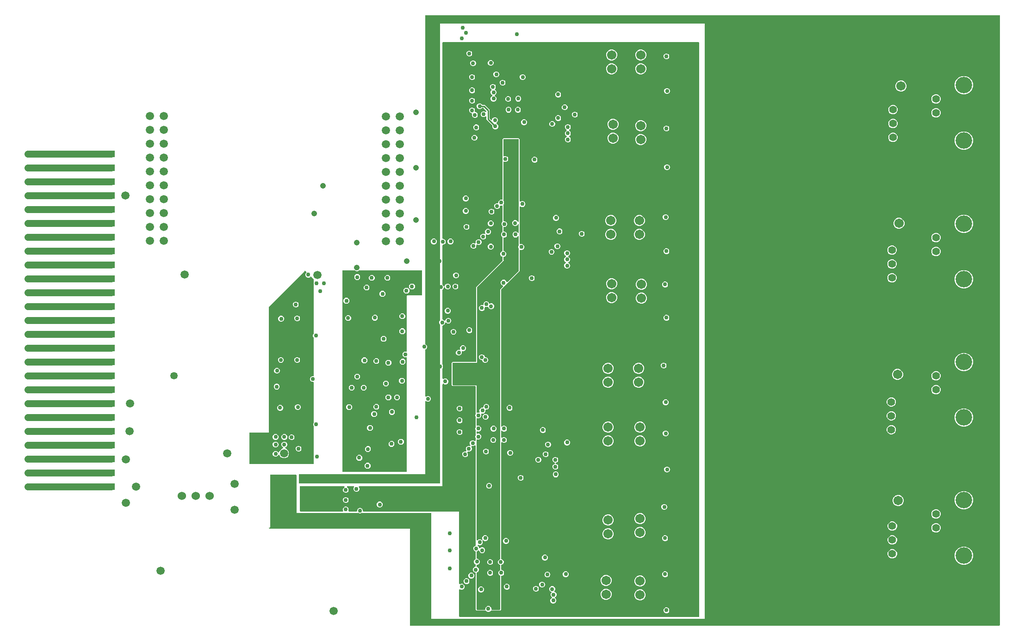
<source format=gbr>
G04 EAGLE Gerber RS-274X export*
G75*
%MOMM*%
%FSLAX34Y34*%
%LPD*%
%INCopper Layer 15*%
%IPPOS*%
%AMOC8*
5,1,8,0,0,1.08239X$1,22.5*%
G01*
%ADD10C,1.270000*%
%ADD11R,0.635000X1.270000*%
%ADD12C,1.508000*%
%ADD13C,1.524000*%
%ADD14C,1.714500*%
%ADD15C,1.398000*%
%ADD16C,3.015000*%
%ADD17C,1.350000*%
%ADD18C,1.500000*%
%ADD19C,0.756400*%
%ADD20C,1.056400*%
%ADD21C,0.254000*%

G36*
X1637656Y12208D02*
X1637656Y12208D01*
X1637775Y12215D01*
X1637813Y12228D01*
X1637854Y12233D01*
X1637964Y12276D01*
X1638077Y12313D01*
X1638112Y12335D01*
X1638149Y12350D01*
X1638245Y12419D01*
X1638346Y12483D01*
X1638374Y12513D01*
X1638407Y12536D01*
X1638483Y12628D01*
X1638564Y12715D01*
X1638584Y12750D01*
X1638609Y12781D01*
X1638660Y12889D01*
X1638718Y12993D01*
X1638728Y13033D01*
X1638745Y13069D01*
X1638767Y13186D01*
X1638797Y13301D01*
X1638801Y13361D01*
X1638805Y13381D01*
X1638803Y13402D01*
X1638807Y13462D01*
X1638807Y1129538D01*
X1638792Y1129656D01*
X1638785Y1129775D01*
X1638773Y1129813D01*
X1638767Y1129854D01*
X1638724Y1129964D01*
X1638687Y1130077D01*
X1638665Y1130112D01*
X1638650Y1130149D01*
X1638581Y1130245D01*
X1638517Y1130346D01*
X1638487Y1130374D01*
X1638464Y1130407D01*
X1638372Y1130483D01*
X1638285Y1130564D01*
X1638250Y1130584D01*
X1638219Y1130609D01*
X1638111Y1130660D01*
X1638007Y1130718D01*
X1637967Y1130728D01*
X1637931Y1130745D01*
X1637814Y1130767D01*
X1637699Y1130797D01*
X1637639Y1130801D01*
X1637619Y1130805D01*
X1637598Y1130803D01*
X1637538Y1130807D01*
X588645Y1130807D01*
X588527Y1130792D01*
X588408Y1130785D01*
X588370Y1130772D01*
X588329Y1130767D01*
X588219Y1130724D01*
X588106Y1130687D01*
X588071Y1130665D01*
X588034Y1130650D01*
X587938Y1130581D01*
X587837Y1130517D01*
X587809Y1130487D01*
X587776Y1130464D01*
X587701Y1130372D01*
X587619Y1130285D01*
X587599Y1130250D01*
X587574Y1130219D01*
X587523Y1130111D01*
X587465Y1130007D01*
X587455Y1129967D01*
X587438Y1129931D01*
X587416Y1129814D01*
X587386Y1129699D01*
X587382Y1129639D01*
X587378Y1129619D01*
X587380Y1129598D01*
X587376Y1129538D01*
X587376Y529043D01*
X587379Y529013D01*
X587377Y528984D01*
X587399Y528856D01*
X587416Y528727D01*
X587426Y528700D01*
X587432Y528671D01*
X587485Y528552D01*
X587533Y528431D01*
X587550Y528408D01*
X587562Y528381D01*
X587643Y528279D01*
X587719Y528174D01*
X587742Y528155D01*
X587761Y528132D01*
X587864Y528054D01*
X587964Y527971D01*
X587991Y527959D01*
X588015Y527941D01*
X588159Y527870D01*
X588476Y527739D01*
X589969Y526246D01*
X590777Y524296D01*
X590777Y522184D01*
X589969Y520234D01*
X588476Y518741D01*
X588159Y518610D01*
X588134Y518595D01*
X588106Y518586D01*
X587996Y518517D01*
X587883Y518452D01*
X587862Y518432D01*
X587837Y518416D01*
X587748Y518321D01*
X587655Y518231D01*
X587639Y518206D01*
X587619Y518184D01*
X587556Y518071D01*
X587488Y517960D01*
X587480Y517932D01*
X587465Y517906D01*
X587433Y517780D01*
X587395Y517656D01*
X587393Y517627D01*
X587386Y517598D01*
X587376Y517437D01*
X587376Y433480D01*
X587393Y433342D01*
X587406Y433203D01*
X587413Y433184D01*
X587416Y433164D01*
X587467Y433035D01*
X587514Y432904D01*
X587525Y432887D01*
X587533Y432869D01*
X587614Y432756D01*
X587693Y432641D01*
X587708Y432628D01*
X587719Y432611D01*
X587827Y432522D01*
X587931Y432430D01*
X587949Y432421D01*
X587964Y432408D01*
X588090Y432349D01*
X588214Y432286D01*
X588234Y432281D01*
X588252Y432273D01*
X588388Y432247D01*
X588525Y432216D01*
X588545Y432217D01*
X588565Y432213D01*
X588703Y432222D01*
X588842Y432226D01*
X588862Y432232D01*
X588882Y432233D01*
X589014Y432276D01*
X589148Y432315D01*
X589165Y432325D01*
X589184Y432331D01*
X589302Y432405D01*
X589422Y432476D01*
X589425Y432479D01*
X591399Y433297D01*
X593511Y433297D01*
X595461Y432489D01*
X596954Y430996D01*
X597762Y429046D01*
X597762Y426934D01*
X596954Y424984D01*
X595461Y423491D01*
X593511Y422683D01*
X591399Y422683D01*
X589396Y423513D01*
X589326Y423572D01*
X589307Y423580D01*
X589291Y423592D01*
X589163Y423648D01*
X589038Y423707D01*
X589018Y423711D01*
X589000Y423719D01*
X588862Y423741D01*
X588726Y423767D01*
X588705Y423766D01*
X588686Y423769D01*
X588547Y423756D01*
X588408Y423747D01*
X588389Y423741D01*
X588369Y423739D01*
X588238Y423692D01*
X588106Y423649D01*
X588089Y423638D01*
X588070Y423631D01*
X587955Y423554D01*
X587837Y423479D01*
X587823Y423464D01*
X587806Y423453D01*
X587714Y423349D01*
X587619Y423247D01*
X587609Y423230D01*
X587596Y423215D01*
X587532Y423090D01*
X587465Y422969D01*
X587460Y422949D01*
X587451Y422931D01*
X587421Y422795D01*
X587386Y422661D01*
X587384Y422633D01*
X587382Y422621D01*
X587382Y422601D01*
X587376Y422500D01*
X587376Y290194D01*
X357505Y290194D01*
X357387Y290179D01*
X357268Y290172D01*
X357230Y290159D01*
X357189Y290154D01*
X357079Y290111D01*
X356966Y290074D01*
X356931Y290052D01*
X356894Y290037D01*
X356798Y289968D01*
X356697Y289904D01*
X356669Y289874D01*
X356636Y289851D01*
X356561Y289759D01*
X356479Y289672D01*
X356459Y289637D01*
X356434Y289606D01*
X356383Y289498D01*
X356325Y289394D01*
X356315Y289354D01*
X356298Y289318D01*
X356276Y289201D01*
X356246Y289086D01*
X356242Y289026D01*
X356238Y289006D01*
X356240Y288985D01*
X356239Y288972D01*
X356238Y288970D01*
X356238Y288967D01*
X356236Y288925D01*
X356236Y274320D01*
X356251Y274202D01*
X356258Y274083D01*
X356271Y274045D01*
X356276Y274004D01*
X356319Y273894D01*
X356356Y273781D01*
X356378Y273746D01*
X356393Y273709D01*
X356463Y273613D01*
X356526Y273512D01*
X356556Y273484D01*
X356579Y273451D01*
X356671Y273376D01*
X356758Y273294D01*
X356793Y273274D01*
X356824Y273249D01*
X356932Y273198D01*
X357036Y273140D01*
X357076Y273130D01*
X357112Y273113D01*
X357229Y273091D01*
X357344Y273061D01*
X357405Y273057D01*
X357425Y273053D01*
X357445Y273055D01*
X357505Y273051D01*
X613410Y273051D01*
X613528Y273066D01*
X613647Y273073D01*
X613685Y273086D01*
X613726Y273091D01*
X613836Y273134D01*
X613949Y273171D01*
X613984Y273193D01*
X614021Y273208D01*
X614117Y273278D01*
X614218Y273341D01*
X614246Y273371D01*
X614279Y273394D01*
X614355Y273486D01*
X614436Y273573D01*
X614456Y273608D01*
X614481Y273639D01*
X614532Y273747D01*
X614590Y273851D01*
X614600Y273891D01*
X614617Y273927D01*
X614639Y274044D01*
X614669Y274159D01*
X614673Y274220D01*
X614677Y274240D01*
X614675Y274260D01*
X614679Y274320D01*
X614679Y563470D01*
X614667Y563569D01*
X614664Y563667D01*
X614647Y563726D01*
X614639Y563786D01*
X614603Y563878D01*
X614575Y563973D01*
X614545Y564025D01*
X614522Y564081D01*
X614464Y564161D01*
X614414Y564247D01*
X614348Y564322D01*
X614336Y564339D01*
X614326Y564347D01*
X614307Y564368D01*
X613991Y564684D01*
X613183Y566634D01*
X613183Y568746D01*
X613991Y570696D01*
X614307Y571012D01*
X614368Y571091D01*
X614436Y571163D01*
X614465Y571216D01*
X614502Y571264D01*
X614542Y571355D01*
X614590Y571441D01*
X614605Y571500D01*
X614629Y571555D01*
X614644Y571653D01*
X614669Y571749D01*
X614675Y571842D01*
X614677Y571851D01*
X614676Y571856D01*
X614679Y571870D01*
X614677Y571882D01*
X614679Y571910D01*
X614679Y713791D01*
X614678Y713801D01*
X614679Y713810D01*
X614658Y713958D01*
X614639Y714107D01*
X614636Y714116D01*
X614635Y714125D01*
X614583Y714277D01*
X614453Y714589D01*
X614453Y716701D01*
X614583Y717013D01*
X614585Y717022D01*
X614590Y717030D01*
X614627Y717175D01*
X614667Y717320D01*
X614667Y717329D01*
X614669Y717338D01*
X614679Y717499D01*
X614679Y1115696D01*
X1098551Y1115696D01*
X1098551Y24764D01*
X598804Y24764D01*
X598804Y217170D01*
X598789Y217288D01*
X598782Y217407D01*
X598769Y217445D01*
X598764Y217486D01*
X598721Y217596D01*
X598684Y217709D01*
X598662Y217744D01*
X598647Y217781D01*
X598578Y217877D01*
X598514Y217978D01*
X598484Y218006D01*
X598461Y218039D01*
X598369Y218115D01*
X598282Y218196D01*
X598247Y218216D01*
X598216Y218241D01*
X598108Y218292D01*
X598004Y218350D01*
X597964Y218360D01*
X597928Y218377D01*
X597811Y218399D01*
X597696Y218429D01*
X597636Y218433D01*
X597616Y218437D01*
X597595Y218435D01*
X597535Y218439D01*
X471382Y218439D01*
X471372Y218438D01*
X471363Y218439D01*
X471214Y218418D01*
X471066Y218399D01*
X471057Y218396D01*
X471048Y218395D01*
X470896Y218343D01*
X469051Y217578D01*
X466939Y217578D01*
X465094Y218343D01*
X465085Y218345D01*
X465077Y218350D01*
X464932Y218387D01*
X464787Y218427D01*
X464778Y218427D01*
X464769Y218429D01*
X464608Y218439D01*
X351789Y218439D01*
X351789Y287655D01*
X351774Y287773D01*
X351767Y287892D01*
X351754Y287930D01*
X351749Y287971D01*
X351706Y288081D01*
X351669Y288194D01*
X351647Y288229D01*
X351632Y288266D01*
X351563Y288362D01*
X351499Y288463D01*
X351469Y288491D01*
X351446Y288524D01*
X351354Y288600D01*
X351267Y288681D01*
X351232Y288701D01*
X351201Y288726D01*
X351093Y288777D01*
X350989Y288835D01*
X350949Y288845D01*
X350913Y288862D01*
X350796Y288884D01*
X350681Y288914D01*
X350621Y288918D01*
X350601Y288922D01*
X350580Y288920D01*
X350520Y288924D01*
X304800Y288924D01*
X304682Y288909D01*
X304563Y288902D01*
X304525Y288889D01*
X304484Y288884D01*
X304374Y288841D01*
X304261Y288804D01*
X304226Y288782D01*
X304189Y288767D01*
X304093Y288698D01*
X303992Y288634D01*
X303964Y288604D01*
X303931Y288581D01*
X303856Y288489D01*
X303774Y288402D01*
X303754Y288367D01*
X303729Y288336D01*
X303678Y288228D01*
X303620Y288124D01*
X303610Y288084D01*
X303593Y288048D01*
X303571Y287931D01*
X303541Y287816D01*
X303537Y287756D01*
X303533Y287736D01*
X303535Y287715D01*
X303534Y287703D01*
X303533Y287700D01*
X303533Y287698D01*
X303531Y287655D01*
X303531Y193566D01*
X301998Y192033D01*
X301912Y191923D01*
X301824Y191816D01*
X301815Y191797D01*
X301803Y191781D01*
X301747Y191653D01*
X301688Y191528D01*
X301684Y191508D01*
X301676Y191489D01*
X301654Y191351D01*
X301628Y191216D01*
X301630Y191195D01*
X301626Y191175D01*
X301639Y191036D01*
X301648Y190898D01*
X301654Y190879D01*
X301656Y190859D01*
X301703Y190727D01*
X301746Y190596D01*
X301757Y190578D01*
X301764Y190559D01*
X301842Y190444D01*
X301916Y190327D01*
X301931Y190313D01*
X301942Y190296D01*
X302046Y190204D01*
X302148Y190109D01*
X302166Y190099D01*
X302181Y190086D01*
X302305Y190023D01*
X302426Y189955D01*
X302446Y189950D01*
X302464Y189941D01*
X302600Y189911D01*
X302734Y189876D01*
X302762Y189874D01*
X302774Y189872D01*
X302795Y189872D01*
X302895Y189866D01*
X559436Y189866D01*
X559436Y13462D01*
X559451Y13344D01*
X559458Y13225D01*
X559471Y13187D01*
X559476Y13146D01*
X559519Y13036D01*
X559556Y12923D01*
X559578Y12888D01*
X559593Y12851D01*
X559663Y12755D01*
X559726Y12654D01*
X559756Y12626D01*
X559779Y12593D01*
X559871Y12517D01*
X559958Y12436D01*
X559993Y12416D01*
X560024Y12391D01*
X560132Y12340D01*
X560236Y12282D01*
X560276Y12272D01*
X560312Y12255D01*
X560429Y12233D01*
X560544Y12203D01*
X560605Y12199D01*
X560625Y12195D01*
X560645Y12197D01*
X560705Y12193D01*
X1637538Y12193D01*
X1637656Y12208D01*
G37*
G36*
X1087238Y28023D02*
X1087238Y28023D01*
X1087357Y28030D01*
X1087395Y28043D01*
X1087436Y28048D01*
X1087546Y28092D01*
X1087659Y28128D01*
X1087694Y28150D01*
X1087731Y28165D01*
X1087827Y28235D01*
X1087928Y28298D01*
X1087956Y28328D01*
X1087989Y28352D01*
X1088065Y28443D01*
X1088146Y28530D01*
X1088166Y28565D01*
X1088191Y28597D01*
X1088242Y28704D01*
X1088300Y28808D01*
X1088310Y28848D01*
X1088327Y28884D01*
X1088349Y29001D01*
X1088379Y29116D01*
X1088383Y29177D01*
X1088387Y29197D01*
X1088385Y29217D01*
X1088389Y29277D01*
X1088389Y1080135D01*
X1088374Y1080253D01*
X1088367Y1080372D01*
X1088354Y1080410D01*
X1088349Y1080451D01*
X1088306Y1080561D01*
X1088269Y1080674D01*
X1088247Y1080709D01*
X1088232Y1080746D01*
X1088163Y1080842D01*
X1088099Y1080943D01*
X1088069Y1080971D01*
X1088046Y1081004D01*
X1087954Y1081080D01*
X1087867Y1081161D01*
X1087832Y1081181D01*
X1087801Y1081206D01*
X1087693Y1081257D01*
X1087589Y1081315D01*
X1087549Y1081325D01*
X1087513Y1081342D01*
X1087396Y1081364D01*
X1087281Y1081394D01*
X1087221Y1081398D01*
X1087201Y1081402D01*
X1087180Y1081400D01*
X1087120Y1081404D01*
X620395Y1081404D01*
X620277Y1081389D01*
X620158Y1081382D01*
X620120Y1081369D01*
X620079Y1081364D01*
X619969Y1081321D01*
X619856Y1081284D01*
X619821Y1081262D01*
X619784Y1081247D01*
X619688Y1081178D01*
X619587Y1081114D01*
X619559Y1081084D01*
X619526Y1081061D01*
X619451Y1080969D01*
X619369Y1080882D01*
X619349Y1080847D01*
X619324Y1080816D01*
X619273Y1080708D01*
X619215Y1080604D01*
X619205Y1080564D01*
X619188Y1080528D01*
X619166Y1080411D01*
X619136Y1080296D01*
X619132Y1080236D01*
X619128Y1080216D01*
X619130Y1080195D01*
X619126Y1080135D01*
X619126Y722221D01*
X619141Y722103D01*
X619148Y721984D01*
X619161Y721946D01*
X619166Y721905D01*
X619209Y721795D01*
X619246Y721682D01*
X619268Y721647D01*
X619283Y721610D01*
X619353Y721514D01*
X619416Y721413D01*
X619446Y721385D01*
X619469Y721352D01*
X619561Y721276D01*
X619648Y721195D01*
X619683Y721175D01*
X619714Y721150D01*
X619822Y721099D01*
X619926Y721041D01*
X619966Y721031D01*
X620002Y721014D01*
X620119Y720992D01*
X620234Y720962D01*
X620295Y720958D01*
X620315Y720954D01*
X620335Y720956D01*
X620395Y720952D01*
X620816Y720952D01*
X622766Y720144D01*
X624259Y718651D01*
X625067Y716701D01*
X625067Y714589D01*
X624259Y712639D01*
X622766Y711146D01*
X620816Y710338D01*
X620395Y710338D01*
X620277Y710323D01*
X620158Y710316D01*
X620120Y710303D01*
X620079Y710298D01*
X619969Y710255D01*
X619856Y710218D01*
X619821Y710196D01*
X619784Y710181D01*
X619688Y710112D01*
X619587Y710048D01*
X619559Y710018D01*
X619526Y709995D01*
X619451Y709903D01*
X619369Y709816D01*
X619349Y709781D01*
X619324Y709750D01*
X619273Y709642D01*
X619215Y709538D01*
X619205Y709498D01*
X619188Y709462D01*
X619166Y709345D01*
X619136Y709230D01*
X619132Y709170D01*
X619128Y709150D01*
X619130Y709129D01*
X619126Y709069D01*
X619126Y637315D01*
X619138Y637217D01*
X619141Y637118D01*
X619158Y637059D01*
X619166Y636999D01*
X619202Y636907D01*
X619230Y636812D01*
X619260Y636760D01*
X619283Y636704D01*
X619341Y636624D01*
X619391Y636538D01*
X619457Y636463D01*
X619469Y636446D01*
X619479Y636439D01*
X619498Y636417D01*
X620449Y635466D01*
X620901Y634373D01*
X620936Y634313D01*
X620962Y634248D01*
X621014Y634175D01*
X621059Y634097D01*
X621107Y634047D01*
X621148Y633991D01*
X621218Y633933D01*
X621280Y633869D01*
X621340Y633832D01*
X621393Y633788D01*
X621475Y633749D01*
X621551Y633703D01*
X621618Y633682D01*
X621681Y633652D01*
X621769Y633635D01*
X621855Y633609D01*
X621925Y633606D01*
X621994Y633592D01*
X622083Y633598D01*
X622173Y633594D01*
X622241Y633608D01*
X622311Y633612D01*
X622396Y633640D01*
X622484Y633658D01*
X622547Y633689D01*
X622613Y633710D01*
X622689Y633758D01*
X622770Y633798D01*
X622823Y633843D01*
X622882Y633880D01*
X622944Y633946D01*
X623012Y634004D01*
X623052Y634061D01*
X623100Y634112D01*
X623143Y634191D01*
X623195Y634264D01*
X623220Y634330D01*
X623254Y634391D01*
X623276Y634477D01*
X623308Y634562D01*
X623316Y634631D01*
X623333Y634698D01*
X623338Y634772D01*
X624151Y636736D01*
X625644Y638229D01*
X627594Y639037D01*
X629706Y639037D01*
X631656Y638229D01*
X633149Y636736D01*
X633957Y634786D01*
X633957Y632674D01*
X633149Y630724D01*
X631656Y629231D01*
X629706Y628423D01*
X627594Y628423D01*
X625644Y629231D01*
X624151Y630724D01*
X623699Y631817D01*
X623664Y631877D01*
X623638Y631942D01*
X623586Y632015D01*
X623541Y632093D01*
X623493Y632143D01*
X623452Y632199D01*
X623382Y632257D01*
X623320Y632321D01*
X623260Y632358D01*
X623207Y632402D01*
X623125Y632440D01*
X623049Y632487D01*
X622982Y632508D01*
X622919Y632538D01*
X622831Y632555D01*
X622745Y632581D01*
X622675Y632584D01*
X622606Y632598D01*
X622517Y632592D01*
X622427Y632596D01*
X622359Y632582D01*
X622289Y632578D01*
X622204Y632550D01*
X622116Y632532D01*
X622053Y632501D01*
X621987Y632480D01*
X621911Y632432D01*
X621830Y632392D01*
X621777Y632347D01*
X621718Y632310D01*
X621656Y632244D01*
X621588Y632186D01*
X621548Y632129D01*
X621500Y632078D01*
X621457Y631999D01*
X621405Y631926D01*
X621380Y631861D01*
X621346Y631799D01*
X621324Y631712D01*
X621292Y631628D01*
X621284Y631559D01*
X621267Y631492D01*
X621262Y631418D01*
X620449Y629454D01*
X619498Y628503D01*
X619437Y628424D01*
X619369Y628352D01*
X619340Y628299D01*
X619303Y628251D01*
X619263Y628160D01*
X619215Y628074D01*
X619200Y628015D01*
X619176Y627960D01*
X619161Y627862D01*
X619136Y627766D01*
X619130Y627666D01*
X619126Y627645D01*
X619128Y627633D01*
X619126Y627605D01*
X619126Y574019D01*
X619129Y573989D01*
X619127Y573960D01*
X619149Y573832D01*
X619166Y573703D01*
X619176Y573676D01*
X619182Y573647D01*
X619235Y573528D01*
X619283Y573407D01*
X619300Y573384D01*
X619312Y573357D01*
X619393Y573255D01*
X619469Y573150D01*
X619492Y573131D01*
X619511Y573108D01*
X619614Y573030D01*
X619714Y572947D01*
X619741Y572935D01*
X619765Y572917D01*
X619909Y572846D01*
X621496Y572189D01*
X622281Y571404D01*
X622390Y571319D01*
X622498Y571230D01*
X622516Y571222D01*
X622532Y571209D01*
X622660Y571154D01*
X622785Y571095D01*
X622805Y571091D01*
X622824Y571083D01*
X622962Y571061D01*
X623098Y571035D01*
X623118Y571036D01*
X623138Y571033D01*
X623277Y571046D01*
X623415Y571055D01*
X623434Y571061D01*
X623455Y571063D01*
X623586Y571110D01*
X623718Y571153D01*
X623735Y571164D01*
X623754Y571170D01*
X623869Y571249D01*
X623986Y571323D01*
X624000Y571338D01*
X624017Y571349D01*
X624109Y571453D01*
X624204Y571555D01*
X624214Y571572D01*
X624227Y571587D01*
X624291Y571711D01*
X624358Y571833D01*
X624363Y571853D01*
X624372Y571871D01*
X624393Y571963D01*
X625255Y574046D01*
X626748Y575538D01*
X628699Y576346D01*
X630810Y576346D01*
X632760Y575538D01*
X634253Y574046D01*
X635061Y572095D01*
X635061Y569984D01*
X634253Y568034D01*
X632760Y566541D01*
X630810Y565733D01*
X628699Y565733D01*
X626748Y566541D01*
X625963Y567325D01*
X625854Y567410D01*
X625747Y567499D01*
X625728Y567508D01*
X625712Y567520D01*
X625585Y567576D01*
X625459Y567635D01*
X625439Y567639D01*
X625420Y567647D01*
X625282Y567669D01*
X625146Y567695D01*
X625126Y567693D01*
X625106Y567697D01*
X624967Y567683D01*
X624829Y567675D01*
X624810Y567669D01*
X624790Y567667D01*
X624658Y567620D01*
X624527Y567577D01*
X624509Y567566D01*
X624490Y567559D01*
X624375Y567481D01*
X624258Y567407D01*
X624244Y567392D01*
X624227Y567381D01*
X624135Y567277D01*
X624040Y567175D01*
X624030Y567157D01*
X624017Y567142D01*
X623954Y567018D01*
X623886Y566897D01*
X623881Y566877D01*
X623872Y566859D01*
X623851Y566766D01*
X622989Y564684D01*
X621496Y563191D01*
X619909Y562534D01*
X619884Y562519D01*
X619856Y562510D01*
X619746Y562441D01*
X619633Y562376D01*
X619612Y562356D01*
X619587Y562340D01*
X619498Y562245D01*
X619405Y562155D01*
X619389Y562130D01*
X619369Y562108D01*
X619306Y561995D01*
X619238Y561884D01*
X619230Y561856D01*
X619215Y561830D01*
X619183Y561704D01*
X619145Y561580D01*
X619143Y561551D01*
X619136Y561522D01*
X619126Y561361D01*
X619126Y490432D01*
X619127Y490422D01*
X619126Y490413D01*
X619147Y490265D01*
X619166Y490116D01*
X619169Y490107D01*
X619170Y490098D01*
X619222Y489946D01*
X619987Y488101D01*
X619987Y485989D01*
X619222Y484144D01*
X619220Y484135D01*
X619215Y484127D01*
X619206Y484091D01*
X619192Y484061D01*
X619175Y483971D01*
X619138Y483837D01*
X619138Y483828D01*
X619136Y483819D01*
X619126Y483658D01*
X619126Y465230D01*
X619143Y465092D01*
X619156Y464953D01*
X619163Y464934D01*
X619166Y464914D01*
X619217Y464785D01*
X619264Y464654D01*
X619275Y464637D01*
X619283Y464619D01*
X619364Y464506D01*
X619443Y464391D01*
X619458Y464378D01*
X619469Y464361D01*
X619577Y464272D01*
X619681Y464180D01*
X619699Y464171D01*
X619714Y464158D01*
X619840Y464099D01*
X619964Y464036D01*
X619984Y464031D01*
X620002Y464023D01*
X620138Y463997D01*
X620275Y463966D01*
X620295Y463967D01*
X620315Y463963D01*
X620453Y463972D01*
X620592Y463976D01*
X620612Y463982D01*
X620632Y463983D01*
X620764Y464026D01*
X620898Y464065D01*
X620915Y464075D01*
X620934Y464081D01*
X621052Y464155D01*
X621172Y464226D01*
X621175Y464229D01*
X623149Y465047D01*
X625261Y465047D01*
X627211Y464239D01*
X628704Y462746D01*
X629512Y460796D01*
X629512Y458684D01*
X628704Y456734D01*
X627211Y455241D01*
X625261Y454433D01*
X623149Y454433D01*
X621146Y455263D01*
X621076Y455322D01*
X621057Y455330D01*
X621041Y455342D01*
X620913Y455398D01*
X620788Y455457D01*
X620768Y455461D01*
X620750Y455469D01*
X620612Y455491D01*
X620476Y455517D01*
X620455Y455516D01*
X620436Y455519D01*
X620297Y455506D01*
X620158Y455497D01*
X620139Y455491D01*
X620119Y455489D01*
X619988Y455442D01*
X619856Y455399D01*
X619839Y455388D01*
X619820Y455381D01*
X619705Y455304D01*
X619587Y455229D01*
X619573Y455214D01*
X619556Y455203D01*
X619464Y455099D01*
X619369Y454997D01*
X619359Y454980D01*
X619346Y454965D01*
X619282Y454840D01*
X619215Y454719D01*
X619210Y454699D01*
X619201Y454681D01*
X619171Y454545D01*
X619136Y454411D01*
X619134Y454383D01*
X619132Y454371D01*
X619132Y454351D01*
X619126Y454250D01*
X619126Y267969D01*
X467135Y267969D01*
X466997Y267952D01*
X466859Y267939D01*
X466839Y267932D01*
X466819Y267929D01*
X466690Y267878D01*
X466559Y267831D01*
X466542Y267820D01*
X466524Y267812D01*
X466411Y267731D01*
X466296Y267653D01*
X466283Y267637D01*
X466266Y267626D01*
X466177Y267518D01*
X466086Y267414D01*
X466076Y267396D01*
X466063Y267381D01*
X466004Y267255D01*
X465941Y267131D01*
X465937Y267111D01*
X465928Y267093D01*
X465902Y266957D01*
X465871Y266821D01*
X465872Y266800D01*
X465868Y266781D01*
X465877Y266642D01*
X465881Y266503D01*
X465887Y266483D01*
X465888Y266463D01*
X465931Y266331D01*
X465969Y266197D01*
X465980Y266180D01*
X465986Y266161D01*
X466060Y266043D01*
X466131Y265923D01*
X466134Y265920D01*
X466952Y263946D01*
X466952Y261834D01*
X466144Y259884D01*
X464651Y258391D01*
X462701Y257583D01*
X460589Y257583D01*
X458639Y258391D01*
X457146Y259884D01*
X456338Y261834D01*
X456338Y263946D01*
X457168Y265949D01*
X457227Y266019D01*
X457235Y266038D01*
X457248Y266054D01*
X457303Y266182D01*
X457362Y266307D01*
X457366Y266327D01*
X457374Y266346D01*
X457396Y266484D01*
X457422Y266620D01*
X457421Y266640D01*
X457424Y266660D01*
X457411Y266799D01*
X457402Y266937D01*
X457396Y266956D01*
X457394Y266976D01*
X457347Y267108D01*
X457304Y267239D01*
X457293Y267257D01*
X457286Y267276D01*
X457208Y267391D01*
X457134Y267508D01*
X457119Y267522D01*
X457108Y267539D01*
X457004Y267631D01*
X456902Y267726D01*
X456885Y267736D01*
X456869Y267749D01*
X456746Y267812D01*
X456624Y267880D01*
X456604Y267885D01*
X456586Y267894D01*
X456450Y267924D01*
X456316Y267959D01*
X456288Y267961D01*
X456276Y267964D01*
X456255Y267963D01*
X456155Y267969D01*
X445347Y267969D01*
X445277Y267961D01*
X445208Y267962D01*
X445120Y267941D01*
X445031Y267929D01*
X444966Y267904D01*
X444898Y267887D01*
X444819Y267845D01*
X444735Y267812D01*
X444679Y267771D01*
X444617Y267739D01*
X444551Y267678D01*
X444478Y267626D01*
X444434Y267572D01*
X444382Y267525D01*
X444333Y267450D01*
X444275Y267381D01*
X444246Y267317D01*
X444207Y267259D01*
X444178Y267174D01*
X444140Y267093D01*
X444127Y267024D01*
X444104Y266958D01*
X444097Y266869D01*
X444080Y266781D01*
X444084Y266711D01*
X444079Y266641D01*
X444094Y266553D01*
X444100Y266463D01*
X444121Y266397D01*
X444133Y266328D01*
X444170Y266246D01*
X444198Y266161D01*
X444235Y266102D01*
X444264Y266038D01*
X444320Y265968D01*
X444368Y265892D01*
X444419Y265844D01*
X444462Y265790D01*
X444534Y265735D01*
X444600Y265674D01*
X444661Y265640D01*
X444716Y265598D01*
X444861Y265527D01*
X444966Y265484D01*
X446459Y263991D01*
X447267Y262041D01*
X447267Y259929D01*
X446459Y257979D01*
X444966Y256486D01*
X443016Y255678D01*
X440904Y255678D01*
X438954Y256486D01*
X437461Y257979D01*
X436653Y259929D01*
X436653Y262041D01*
X437461Y263991D01*
X438954Y265484D01*
X439059Y265527D01*
X439120Y265562D01*
X439185Y265588D01*
X439257Y265640D01*
X439335Y265685D01*
X439385Y265733D01*
X439442Y265774D01*
X439499Y265844D01*
X439564Y265906D01*
X439600Y265966D01*
X439645Y266019D01*
X439683Y266101D01*
X439730Y266177D01*
X439751Y266244D01*
X439780Y266307D01*
X439797Y266395D01*
X439824Y266481D01*
X439827Y266551D01*
X439840Y266620D01*
X439834Y266709D01*
X439839Y266799D01*
X439825Y266867D01*
X439820Y266937D01*
X439793Y267022D01*
X439774Y267110D01*
X439744Y267173D01*
X439722Y267239D01*
X439674Y267315D01*
X439635Y267396D01*
X439589Y267449D01*
X439552Y267508D01*
X439487Y267570D01*
X439428Y267638D01*
X439371Y267678D01*
X439320Y267726D01*
X439242Y267769D01*
X439168Y267821D01*
X439103Y267846D01*
X439042Y267880D01*
X438955Y267902D01*
X438871Y267934D01*
X438801Y267942D01*
X438734Y267959D01*
X438573Y267969D01*
X359410Y267969D01*
X359292Y267954D01*
X359173Y267947D01*
X359135Y267934D01*
X359094Y267929D01*
X358984Y267886D01*
X358871Y267849D01*
X358836Y267827D01*
X358799Y267812D01*
X358703Y267743D01*
X358602Y267679D01*
X358574Y267649D01*
X358541Y267626D01*
X358466Y267534D01*
X358384Y267447D01*
X358364Y267412D01*
X358339Y267381D01*
X358288Y267273D01*
X358230Y267169D01*
X358220Y267129D01*
X358203Y267093D01*
X358181Y266976D01*
X358151Y266861D01*
X358147Y266801D01*
X358143Y266781D01*
X358145Y266760D01*
X358141Y266700D01*
X358141Y222885D01*
X358156Y222767D01*
X358163Y222648D01*
X358176Y222610D01*
X358181Y222569D01*
X358224Y222459D01*
X358261Y222346D01*
X358283Y222311D01*
X358298Y222274D01*
X358368Y222178D01*
X358431Y222077D01*
X358461Y222049D01*
X358484Y222016D01*
X358576Y221941D01*
X358663Y221859D01*
X358698Y221839D01*
X358729Y221814D01*
X358837Y221763D01*
X358941Y221705D01*
X358981Y221695D01*
X359017Y221678D01*
X359134Y221656D01*
X359249Y221626D01*
X359310Y221622D01*
X359330Y221618D01*
X359350Y221620D01*
X359410Y221616D01*
X435894Y221616D01*
X435944Y221622D01*
X435993Y221620D01*
X436101Y221642D01*
X436210Y221656D01*
X436256Y221674D01*
X436305Y221684D01*
X436404Y221732D01*
X436506Y221773D01*
X436546Y221802D01*
X436590Y221824D01*
X436674Y221895D01*
X436763Y221959D01*
X436795Y221998D01*
X436832Y222030D01*
X436896Y222120D01*
X436966Y222204D01*
X436987Y222249D01*
X437015Y222290D01*
X437054Y222393D01*
X437101Y222492D01*
X437111Y222541D01*
X437128Y222587D01*
X437140Y222697D01*
X437161Y222805D01*
X437158Y222854D01*
X437163Y222903D01*
X437148Y223012D01*
X437141Y223122D01*
X437126Y223169D01*
X437119Y223218D01*
X437067Y223371D01*
X436653Y224369D01*
X436653Y226481D01*
X437461Y228431D01*
X438954Y229924D01*
X440904Y230732D01*
X443016Y230732D01*
X444966Y229924D01*
X446459Y228431D01*
X447267Y226481D01*
X447267Y224369D01*
X446853Y223371D01*
X446840Y223323D01*
X446819Y223278D01*
X446798Y223170D01*
X446769Y223064D01*
X446768Y223014D01*
X446759Y222966D01*
X446766Y222856D01*
X446764Y222746D01*
X446776Y222698D01*
X446779Y222648D01*
X446813Y222544D01*
X446838Y222437D01*
X446862Y222393D01*
X446877Y222346D01*
X446936Y222253D01*
X446987Y222156D01*
X447020Y222119D01*
X447047Y222077D01*
X447127Y222002D01*
X447201Y221920D01*
X447242Y221893D01*
X447279Y221859D01*
X447375Y221806D01*
X447467Y221746D01*
X447514Y221729D01*
X447557Y221705D01*
X447663Y221678D01*
X447767Y221642D01*
X447817Y221638D01*
X447865Y221626D01*
X448026Y221616D01*
X461419Y221616D01*
X461537Y221631D01*
X461656Y221638D01*
X461694Y221651D01*
X461735Y221656D01*
X461845Y221699D01*
X461958Y221736D01*
X461993Y221758D01*
X462030Y221773D01*
X462126Y221843D01*
X462227Y221906D01*
X462255Y221936D01*
X462288Y221959D01*
X462364Y222051D01*
X462445Y222138D01*
X462465Y222173D01*
X462490Y222204D01*
X462541Y222312D01*
X462599Y222416D01*
X462609Y222456D01*
X462626Y222492D01*
X462648Y222609D01*
X462678Y222724D01*
X462682Y222785D01*
X462686Y222805D01*
X462684Y222825D01*
X462688Y222885D01*
X462688Y223941D01*
X463496Y225891D01*
X464989Y227384D01*
X466939Y228192D01*
X469051Y228192D01*
X471001Y227384D01*
X472494Y225891D01*
X473302Y223941D01*
X473302Y222885D01*
X473317Y222767D01*
X473324Y222648D01*
X473337Y222610D01*
X473342Y222569D01*
X473385Y222459D01*
X473422Y222346D01*
X473444Y222311D01*
X473459Y222274D01*
X473528Y222178D01*
X473592Y222077D01*
X473622Y222049D01*
X473645Y222016D01*
X473737Y221941D01*
X473824Y221859D01*
X473859Y221839D01*
X473890Y221814D01*
X473998Y221763D01*
X474102Y221705D01*
X474142Y221695D01*
X474178Y221678D01*
X474295Y221656D01*
X474410Y221626D01*
X474470Y221622D01*
X474490Y221618D01*
X474511Y221620D01*
X474571Y221616D01*
X649606Y221616D01*
X649606Y89623D01*
X649612Y89573D01*
X649610Y89524D01*
X649632Y89416D01*
X649646Y89307D01*
X649664Y89261D01*
X649674Y89212D01*
X649722Y89113D01*
X649763Y89011D01*
X649792Y88971D01*
X649814Y88927D01*
X649885Y88843D01*
X649949Y88754D01*
X649988Y88722D01*
X650020Y88685D01*
X650110Y88621D01*
X650194Y88551D01*
X650239Y88530D01*
X650280Y88502D01*
X650383Y88462D01*
X650482Y88416D01*
X650531Y88406D01*
X650577Y88389D01*
X650687Y88377D01*
X650795Y88356D01*
X650844Y88359D01*
X650893Y88354D01*
X651002Y88369D01*
X651112Y88376D01*
X651159Y88391D01*
X651208Y88398D01*
X651361Y88450D01*
X652994Y89127D01*
X655106Y89127D01*
X657056Y88319D01*
X658549Y86826D01*
X659357Y84876D01*
X659357Y82764D01*
X658549Y80814D01*
X657056Y79321D01*
X655106Y78513D01*
X652994Y78513D01*
X651361Y79190D01*
X651313Y79203D01*
X651268Y79224D01*
X651160Y79245D01*
X651054Y79274D01*
X651004Y79275D01*
X650956Y79284D01*
X650846Y79277D01*
X650736Y79279D01*
X650688Y79267D01*
X650638Y79264D01*
X650534Y79230D01*
X650427Y79205D01*
X650383Y79182D01*
X650336Y79166D01*
X650243Y79107D01*
X650146Y79056D01*
X650109Y79023D01*
X650067Y78996D01*
X649992Y78916D01*
X649910Y78842D01*
X649883Y78801D01*
X649849Y78764D01*
X649796Y78668D01*
X649736Y78576D01*
X649719Y78529D01*
X649695Y78486D01*
X649668Y78380D01*
X649632Y78276D01*
X649628Y78226D01*
X649616Y78178D01*
X649606Y78017D01*
X649606Y29277D01*
X649621Y29159D01*
X649628Y29040D01*
X649641Y29002D01*
X649646Y28962D01*
X649689Y28851D01*
X649726Y28738D01*
X649748Y28703D01*
X649763Y28666D01*
X649833Y28570D01*
X649896Y28469D01*
X649926Y28441D01*
X649949Y28409D01*
X650041Y28333D01*
X650128Y28251D01*
X650163Y28232D01*
X650194Y28206D01*
X650302Y28155D01*
X650406Y28098D01*
X650446Y28087D01*
X650482Y28070D01*
X650599Y28048D01*
X650714Y28018D01*
X650775Y28014D01*
X650795Y28010D01*
X650815Y28012D01*
X650875Y28008D01*
X1087120Y28008D01*
X1087238Y28023D01*
G37*
G36*
X553105Y294517D02*
X553105Y294517D01*
X553124Y294515D01*
X553226Y294537D01*
X553328Y294554D01*
X553345Y294563D01*
X553365Y294567D01*
X553454Y294620D01*
X553545Y294669D01*
X553559Y294683D01*
X553576Y294693D01*
X553643Y294772D01*
X553715Y294847D01*
X553723Y294865D01*
X553736Y294880D01*
X553775Y294976D01*
X553818Y295070D01*
X553820Y295090D01*
X553828Y295108D01*
X553846Y295275D01*
X553846Y503202D01*
X553843Y503222D01*
X553845Y503241D01*
X553823Y503343D01*
X553807Y503445D01*
X553797Y503462D01*
X553793Y503482D01*
X553740Y503571D01*
X553691Y503662D01*
X553677Y503676D01*
X553667Y503693D01*
X553588Y503760D01*
X553513Y503832D01*
X553495Y503840D01*
X553480Y503853D01*
X553384Y503892D01*
X553290Y503935D01*
X553270Y503937D01*
X553252Y503945D01*
X553085Y503963D01*
X548982Y503963D01*
X545873Y507072D01*
X545873Y511468D01*
X548982Y514577D01*
X553085Y514577D01*
X553105Y514580D01*
X553124Y514578D01*
X553226Y514600D01*
X553328Y514616D01*
X553345Y514626D01*
X553365Y514630D01*
X553454Y514683D01*
X553545Y514732D01*
X553559Y514746D01*
X553576Y514756D01*
X553643Y514835D01*
X553715Y514910D01*
X553723Y514928D01*
X553736Y514943D01*
X553775Y515039D01*
X553818Y515133D01*
X553820Y515153D01*
X553828Y515171D01*
X553846Y515338D01*
X553846Y616905D01*
X554670Y617729D01*
X581025Y617729D01*
X581045Y617732D01*
X581064Y617730D01*
X581166Y617752D01*
X581268Y617769D01*
X581285Y617778D01*
X581305Y617782D01*
X581394Y617835D01*
X581485Y617884D01*
X581499Y617898D01*
X581516Y617908D01*
X581583Y617987D01*
X581655Y618062D01*
X581663Y618080D01*
X581676Y618095D01*
X581715Y618191D01*
X581758Y618285D01*
X581760Y618305D01*
X581768Y618323D01*
X581786Y618490D01*
X581786Y662305D01*
X581783Y662325D01*
X581785Y662344D01*
X581763Y662446D01*
X581747Y662548D01*
X581737Y662565D01*
X581733Y662585D01*
X581680Y662674D01*
X581631Y662765D01*
X581617Y662779D01*
X581607Y662796D01*
X581528Y662863D01*
X581453Y662935D01*
X581435Y662943D01*
X581420Y662956D01*
X581324Y662995D01*
X581230Y663038D01*
X581210Y663040D01*
X581192Y663048D01*
X581025Y663066D01*
X466633Y663066D01*
X466543Y663052D01*
X466452Y663044D01*
X466422Y663032D01*
X466390Y663027D01*
X466309Y662984D01*
X466225Y662948D01*
X466193Y662922D01*
X466173Y662911D01*
X466154Y662892D01*
X463634Y661848D01*
X460926Y661848D01*
X458388Y662900D01*
X458322Y662956D01*
X458292Y662968D01*
X458266Y662987D01*
X458179Y663014D01*
X458094Y663048D01*
X458053Y663052D01*
X458031Y663059D01*
X457999Y663058D01*
X457927Y663066D01*
X436245Y663066D01*
X436225Y663063D01*
X436206Y663065D01*
X436104Y663043D01*
X436002Y663027D01*
X435985Y663017D01*
X435965Y663013D01*
X435876Y662960D01*
X435785Y662911D01*
X435771Y662897D01*
X435754Y662887D01*
X435687Y662808D01*
X435616Y662733D01*
X435607Y662715D01*
X435594Y662700D01*
X435555Y662604D01*
X435512Y662510D01*
X435510Y662490D01*
X435502Y662472D01*
X435484Y662305D01*
X435484Y295275D01*
X435487Y295255D01*
X435485Y295236D01*
X435507Y295134D01*
X435524Y295032D01*
X435533Y295015D01*
X435537Y294995D01*
X435590Y294906D01*
X435639Y294815D01*
X435653Y294801D01*
X435663Y294784D01*
X435742Y294717D01*
X435817Y294646D01*
X435835Y294637D01*
X435850Y294624D01*
X435946Y294585D01*
X436040Y294542D01*
X436060Y294540D01*
X436078Y294532D01*
X436245Y294514D01*
X553085Y294514D01*
X553105Y294517D01*
G37*
%LPC*%
G36*
X701889Y37873D02*
X701889Y37873D01*
X699939Y38681D01*
X699242Y39379D01*
X699163Y39439D01*
X699091Y39507D01*
X699038Y39536D01*
X698990Y39573D01*
X698899Y39613D01*
X698813Y39661D01*
X698754Y39676D01*
X698698Y39700D01*
X698601Y39715D01*
X698505Y39740D01*
X698405Y39746D01*
X698384Y39750D01*
X698372Y39748D01*
X698344Y39750D01*
X681467Y39750D01*
X679830Y41387D01*
X679830Y108448D01*
X679827Y108478D01*
X679829Y108507D01*
X679807Y108635D01*
X679790Y108764D01*
X679780Y108791D01*
X679775Y108821D01*
X679721Y108939D01*
X679673Y109060D01*
X679656Y109084D01*
X679644Y109110D01*
X679563Y109212D01*
X679487Y109317D01*
X679464Y109336D01*
X679445Y109359D01*
X679342Y109437D01*
X679242Y109520D01*
X679215Y109532D01*
X679191Y109550D01*
X679047Y109621D01*
X677079Y110436D01*
X675586Y111929D01*
X674778Y113879D01*
X674778Y115991D01*
X675586Y117941D01*
X677079Y119434D01*
X679047Y120249D01*
X679072Y120264D01*
X679100Y120273D01*
X679210Y120342D01*
X679323Y120406D01*
X679344Y120427D01*
X679369Y120443D01*
X679458Y120537D01*
X679551Y120628D01*
X679567Y120653D01*
X679587Y120674D01*
X679650Y120788D01*
X679718Y120899D01*
X679726Y120927D01*
X679741Y120953D01*
X679773Y121079D01*
X679811Y121203D01*
X679813Y121232D01*
X679820Y121261D01*
X679830Y121422D01*
X679830Y123843D01*
X679827Y123872D01*
X679829Y123901D01*
X679807Y124029D01*
X679790Y124158D01*
X679780Y124186D01*
X679774Y124215D01*
X679721Y124333D01*
X679673Y124454D01*
X679656Y124478D01*
X679644Y124505D01*
X679563Y124606D01*
X679487Y124711D01*
X679464Y124730D01*
X679445Y124753D01*
X679342Y124831D01*
X679242Y124914D01*
X679215Y124927D01*
X679191Y124944D01*
X679047Y125015D01*
X678984Y125041D01*
X677491Y126534D01*
X676683Y128484D01*
X676683Y130596D01*
X677491Y132546D01*
X678984Y134039D01*
X679047Y134065D01*
X679072Y134079D01*
X679100Y134089D01*
X679210Y134158D01*
X679323Y134222D01*
X679344Y134243D01*
X679369Y134259D01*
X679458Y134353D01*
X679551Y134444D01*
X679567Y134469D01*
X679587Y134490D01*
X679650Y134604D01*
X679718Y134715D01*
X679726Y134743D01*
X679741Y134769D01*
X679773Y134894D01*
X679811Y135019D01*
X679813Y135048D01*
X679820Y135077D01*
X679830Y135237D01*
X679830Y147446D01*
X679827Y147476D01*
X679829Y147505D01*
X679807Y147633D01*
X679790Y147762D01*
X679780Y147789D01*
X679775Y147819D01*
X679721Y147937D01*
X679673Y148058D01*
X679656Y148082D01*
X679644Y148109D01*
X679563Y148210D01*
X679487Y148315D01*
X679464Y148334D01*
X679445Y148357D01*
X679342Y148435D01*
X679242Y148518D01*
X679215Y148530D01*
X679191Y148548D01*
X679047Y148619D01*
X677714Y149171D01*
X676221Y150664D01*
X675413Y152614D01*
X675413Y154726D01*
X676221Y156676D01*
X677714Y158169D01*
X679047Y158721D01*
X679072Y158736D01*
X679100Y158745D01*
X679210Y158814D01*
X679323Y158878D01*
X679344Y158899D01*
X679369Y158915D01*
X679458Y159009D01*
X679551Y159100D01*
X679567Y159125D01*
X679587Y159146D01*
X679650Y159260D01*
X679718Y159371D01*
X679726Y159399D01*
X679741Y159425D01*
X679773Y159551D01*
X679811Y159675D01*
X679813Y159704D01*
X679820Y159733D01*
X679830Y159894D01*
X679830Y341601D01*
X679813Y341739D01*
X679800Y341878D01*
X679793Y341897D01*
X679790Y341917D01*
X679739Y342046D01*
X679692Y342177D01*
X679681Y342194D01*
X679673Y342212D01*
X679592Y342325D01*
X679514Y342440D01*
X679498Y342453D01*
X679487Y342470D01*
X679380Y342558D01*
X679275Y342650D01*
X679257Y342660D01*
X679242Y342673D01*
X679116Y342732D01*
X678992Y342795D01*
X678972Y342800D01*
X678954Y342808D01*
X678818Y342834D01*
X678682Y342865D01*
X678661Y342864D01*
X678642Y342868D01*
X678503Y342859D01*
X678364Y342855D01*
X678344Y342849D01*
X678324Y342848D01*
X678192Y342805D01*
X678058Y342767D01*
X678041Y342756D01*
X678022Y342750D01*
X677904Y342676D01*
X677784Y342605D01*
X677763Y342586D01*
X677753Y342580D01*
X677739Y342565D01*
X677663Y342499D01*
X677376Y342211D01*
X675426Y341403D01*
X673237Y341403D01*
X673228Y341406D01*
X673208Y341407D01*
X673189Y341412D01*
X673049Y341415D01*
X672910Y341421D01*
X672891Y341417D01*
X672871Y341418D01*
X672736Y341385D01*
X672599Y341357D01*
X672581Y341348D01*
X672561Y341344D01*
X672439Y341279D01*
X672313Y341217D01*
X672298Y341204D01*
X672280Y341195D01*
X672177Y341102D01*
X672071Y341011D01*
X672060Y340995D01*
X672045Y340981D01*
X671968Y340865D01*
X671888Y340751D01*
X671881Y340732D01*
X671870Y340715D01*
X671825Y340584D01*
X671775Y340454D01*
X671773Y340434D01*
X671767Y340415D01*
X671756Y340276D01*
X671740Y340137D01*
X671743Y340118D01*
X671741Y340098D01*
X671765Y339961D01*
X671785Y339823D01*
X671793Y339796D01*
X671796Y339784D01*
X671804Y339766D01*
X671837Y339670D01*
X672692Y337606D01*
X672692Y335494D01*
X671884Y333544D01*
X670391Y332051D01*
X668441Y331243D01*
X666252Y331243D01*
X666243Y331246D01*
X666223Y331247D01*
X666204Y331252D01*
X666064Y331255D01*
X665925Y331261D01*
X665906Y331257D01*
X665886Y331258D01*
X665751Y331225D01*
X665614Y331197D01*
X665596Y331188D01*
X665576Y331184D01*
X665454Y331119D01*
X665328Y331057D01*
X665313Y331044D01*
X665295Y331035D01*
X665192Y330942D01*
X665086Y330851D01*
X665075Y330835D01*
X665060Y330821D01*
X664983Y330705D01*
X664903Y330591D01*
X664896Y330572D01*
X664885Y330555D01*
X664840Y330424D01*
X664790Y330294D01*
X664788Y330274D01*
X664782Y330255D01*
X664771Y330116D01*
X664755Y329977D01*
X664758Y329958D01*
X664756Y329938D01*
X664780Y329801D01*
X664800Y329663D01*
X664808Y329636D01*
X664811Y329624D01*
X664819Y329606D01*
X664852Y329510D01*
X665707Y327446D01*
X665707Y325334D01*
X664899Y323384D01*
X663406Y321891D01*
X661456Y321083D01*
X659344Y321083D01*
X657394Y321891D01*
X655901Y323384D01*
X655093Y325334D01*
X655093Y327446D01*
X655901Y329396D01*
X657394Y330889D01*
X659344Y331697D01*
X661533Y331697D01*
X661542Y331694D01*
X661562Y331693D01*
X661581Y331688D01*
X661721Y331685D01*
X661860Y331679D01*
X661879Y331683D01*
X661899Y331682D01*
X662034Y331715D01*
X662171Y331743D01*
X662189Y331752D01*
X662209Y331756D01*
X662331Y331821D01*
X662457Y331883D01*
X662472Y331896D01*
X662490Y331905D01*
X662593Y331998D01*
X662699Y332089D01*
X662710Y332105D01*
X662725Y332119D01*
X662802Y332235D01*
X662882Y332349D01*
X662889Y332368D01*
X662900Y332385D01*
X662945Y332516D01*
X662995Y332646D01*
X662997Y332666D01*
X663003Y332685D01*
X663014Y332824D01*
X663030Y332963D01*
X663027Y332982D01*
X663029Y333002D01*
X663005Y333139D01*
X662985Y333277D01*
X662977Y333304D01*
X662974Y333316D01*
X662966Y333334D01*
X662933Y333430D01*
X662078Y335494D01*
X662078Y337606D01*
X662886Y339556D01*
X664379Y341049D01*
X666329Y341857D01*
X668518Y341857D01*
X668527Y341854D01*
X668547Y341853D01*
X668566Y341848D01*
X668706Y341845D01*
X668845Y341839D01*
X668864Y341843D01*
X668884Y341842D01*
X669019Y341875D01*
X669156Y341903D01*
X669174Y341912D01*
X669194Y341916D01*
X669316Y341981D01*
X669442Y342043D01*
X669457Y342056D01*
X669475Y342065D01*
X669578Y342158D01*
X669684Y342249D01*
X669695Y342265D01*
X669710Y342279D01*
X669787Y342395D01*
X669867Y342509D01*
X669874Y342528D01*
X669885Y342545D01*
X669930Y342676D01*
X669980Y342806D01*
X669982Y342826D01*
X669988Y342845D01*
X669999Y342984D01*
X670015Y343123D01*
X670012Y343142D01*
X670014Y343162D01*
X669990Y343299D01*
X669970Y343437D01*
X669962Y343464D01*
X669959Y343476D01*
X669951Y343494D01*
X669918Y343590D01*
X669063Y345654D01*
X669063Y347766D01*
X669871Y349716D01*
X671364Y351209D01*
X673314Y352017D01*
X675426Y352017D01*
X677376Y351209D01*
X677663Y350921D01*
X677773Y350836D01*
X677880Y350747D01*
X677899Y350739D01*
X677915Y350726D01*
X678043Y350671D01*
X678168Y350612D01*
X678188Y350608D01*
X678207Y350600D01*
X678345Y350578D01*
X678481Y350552D01*
X678501Y350553D01*
X678521Y350550D01*
X678660Y350563D01*
X678798Y350572D01*
X678817Y350578D01*
X678837Y350580D01*
X678968Y350627D01*
X679100Y350670D01*
X679118Y350681D01*
X679137Y350688D01*
X679251Y350765D01*
X679369Y350840D01*
X679383Y350855D01*
X679400Y350866D01*
X679492Y350970D01*
X679587Y351072D01*
X679597Y351089D01*
X679610Y351105D01*
X679674Y351229D01*
X679741Y351350D01*
X679746Y351370D01*
X679755Y351388D01*
X679785Y351524D01*
X679820Y351658D01*
X679822Y351686D01*
X679825Y351698D01*
X679824Y351719D01*
X679830Y351819D01*
X679830Y356001D01*
X679829Y356011D01*
X679830Y356020D01*
X679809Y356168D01*
X679790Y356317D01*
X679787Y356326D01*
X679786Y356335D01*
X679734Y356487D01*
X679223Y357719D01*
X679223Y359831D01*
X679734Y361063D01*
X679736Y361072D01*
X679741Y361080D01*
X679778Y361224D01*
X679818Y361370D01*
X679818Y361379D01*
X679820Y361388D01*
X679830Y361549D01*
X679830Y370607D01*
X679829Y370616D01*
X679830Y370625D01*
X679809Y370774D01*
X679790Y370922D01*
X679787Y370931D01*
X679786Y370940D01*
X679734Y371092D01*
X679223Y372324D01*
X679223Y374436D01*
X679734Y375668D01*
X679736Y375677D01*
X679741Y375685D01*
X679778Y375830D01*
X679818Y375975D01*
X679818Y375984D01*
X679820Y375993D01*
X679830Y376153D01*
X679830Y394737D01*
X679829Y394746D01*
X679830Y394755D01*
X679809Y394904D01*
X679790Y395052D01*
X679787Y395061D01*
X679786Y395070D01*
X679734Y395222D01*
X679223Y396454D01*
X679223Y398566D01*
X679734Y399798D01*
X679736Y399807D01*
X679741Y399815D01*
X679778Y399960D01*
X679818Y400105D01*
X679818Y400114D01*
X679820Y400123D01*
X679830Y400283D01*
X679830Y449961D01*
X679815Y450079D01*
X679808Y450198D01*
X679795Y450236D01*
X679790Y450277D01*
X679747Y450387D01*
X679710Y450500D01*
X679688Y450535D01*
X679673Y450572D01*
X679604Y450668D01*
X679540Y450769D01*
X679510Y450797D01*
X679487Y450830D01*
X679395Y450906D01*
X679308Y450987D01*
X679273Y451007D01*
X679242Y451032D01*
X679134Y451083D01*
X679030Y451141D01*
X678990Y451151D01*
X678954Y451168D01*
X678837Y451190D01*
X678722Y451220D01*
X678662Y451224D01*
X678642Y451228D01*
X678621Y451226D01*
X678561Y451230D01*
X637652Y451230D01*
X636015Y452867D01*
X636015Y493918D01*
X637652Y495555D01*
X679196Y495555D01*
X679314Y495570D01*
X679433Y495577D01*
X679471Y495590D01*
X679512Y495595D01*
X679622Y495638D01*
X679735Y495675D01*
X679770Y495697D01*
X679807Y495712D01*
X679903Y495781D01*
X680004Y495845D01*
X680032Y495875D01*
X680065Y495898D01*
X680141Y495990D01*
X680222Y496077D01*
X680242Y496112D01*
X680267Y496143D01*
X680318Y496251D01*
X680376Y496355D01*
X680386Y496395D01*
X680403Y496431D01*
X680425Y496548D01*
X680455Y496663D01*
X680459Y496723D01*
X680463Y496743D01*
X680461Y496764D01*
X680465Y496824D01*
X680465Y632983D01*
X728575Y681093D01*
X728648Y681187D01*
X728727Y681276D01*
X728745Y681312D01*
X728770Y681344D01*
X728818Y681453D01*
X728872Y681559D01*
X728880Y681599D01*
X728896Y681636D01*
X728915Y681754D01*
X728941Y681869D01*
X728940Y681910D01*
X728946Y681950D01*
X728935Y682069D01*
X728931Y682187D01*
X728920Y682226D01*
X728916Y682266D01*
X728876Y682379D01*
X728843Y682493D01*
X728823Y682528D01*
X728809Y682566D01*
X728742Y682664D01*
X728725Y682693D01*
X728725Y687460D01*
X728722Y687489D01*
X728724Y687518D01*
X728702Y687646D01*
X728685Y687775D01*
X728675Y687802D01*
X728670Y687832D01*
X728616Y687950D01*
X728568Y688071D01*
X728551Y688095D01*
X728539Y688122D01*
X728458Y688223D01*
X728382Y688328D01*
X728359Y688347D01*
X728340Y688370D01*
X728237Y688448D01*
X728137Y688531D01*
X728110Y688543D01*
X728086Y688561D01*
X727942Y688632D01*
X727244Y688921D01*
X725751Y690414D01*
X724943Y692364D01*
X724943Y694476D01*
X725751Y696426D01*
X727244Y697919D01*
X727942Y698208D01*
X727967Y698222D01*
X727995Y698232D01*
X728105Y698301D01*
X728218Y698365D01*
X728239Y698386D01*
X728264Y698402D01*
X728353Y698496D01*
X728446Y698587D01*
X728462Y698612D01*
X728482Y698633D01*
X728545Y698747D01*
X728613Y698858D01*
X728621Y698886D01*
X728636Y698912D01*
X728668Y699037D01*
X728706Y699162D01*
X728708Y699191D01*
X728715Y699220D01*
X728725Y699380D01*
X728725Y723744D01*
X728713Y723842D01*
X728710Y723941D01*
X728693Y724000D01*
X728685Y724060D01*
X728649Y724152D01*
X728621Y724247D01*
X728591Y724299D01*
X728568Y724355D01*
X728510Y724435D01*
X728460Y724521D01*
X728394Y724596D01*
X728382Y724613D01*
X728372Y724620D01*
X728354Y724642D01*
X727021Y725974D01*
X726213Y727924D01*
X726213Y730036D01*
X727021Y731986D01*
X728354Y733318D01*
X728414Y733397D01*
X728482Y733469D01*
X728511Y733522D01*
X728548Y733570D01*
X728588Y733661D01*
X728636Y733747D01*
X728651Y733806D01*
X728675Y733862D01*
X728690Y733959D01*
X728715Y734055D01*
X728721Y734155D01*
X728725Y734176D01*
X728723Y734188D01*
X728725Y734216D01*
X728725Y743429D01*
X728713Y743527D01*
X728710Y743626D01*
X728693Y743685D01*
X728685Y743745D01*
X728649Y743837D01*
X728621Y743932D01*
X728591Y743984D01*
X728568Y744040D01*
X728510Y744120D01*
X728460Y744206D01*
X728394Y744281D01*
X728382Y744298D01*
X728372Y744305D01*
X728354Y744327D01*
X727656Y745024D01*
X726848Y746974D01*
X726848Y749086D01*
X727656Y751036D01*
X728354Y751733D01*
X728414Y751812D01*
X728482Y751884D01*
X728511Y751937D01*
X728548Y751985D01*
X728588Y752076D01*
X728636Y752162D01*
X728651Y752221D01*
X728675Y752277D01*
X728690Y752374D01*
X728715Y752470D01*
X728721Y752570D01*
X728725Y752591D01*
X728723Y752603D01*
X728725Y752631D01*
X728725Y780824D01*
X728710Y780942D01*
X728703Y781061D01*
X728690Y781099D01*
X728685Y781140D01*
X728642Y781250D01*
X728605Y781363D01*
X728583Y781398D01*
X728568Y781435D01*
X728499Y781531D01*
X728435Y781632D01*
X728405Y781660D01*
X728382Y781693D01*
X728290Y781769D01*
X728203Y781850D01*
X728168Y781870D01*
X728137Y781895D01*
X728029Y781946D01*
X727925Y782004D01*
X727885Y782014D01*
X727849Y782031D01*
X727732Y782053D01*
X727617Y782083D01*
X727557Y782087D01*
X727537Y782091D01*
X727516Y782089D01*
X727456Y782093D01*
X725396Y782093D01*
X725278Y782078D01*
X725159Y782071D01*
X725121Y782058D01*
X725080Y782053D01*
X724970Y782010D01*
X724857Y781973D01*
X724822Y781951D01*
X724785Y781936D01*
X724689Y781867D01*
X724588Y781803D01*
X724560Y781773D01*
X724527Y781750D01*
X724451Y781658D01*
X724370Y781571D01*
X724350Y781536D01*
X724325Y781505D01*
X724274Y781397D01*
X724216Y781293D01*
X724206Y781253D01*
X724189Y781217D01*
X724167Y781100D01*
X724137Y780985D01*
X724133Y780925D01*
X724129Y780905D01*
X724131Y780884D01*
X724127Y780824D01*
X724127Y779994D01*
X723319Y778044D01*
X721826Y776551D01*
X719876Y775743D01*
X717764Y775743D01*
X715814Y776551D01*
X714321Y778044D01*
X713513Y779994D01*
X713513Y782106D01*
X714321Y784056D01*
X715814Y785549D01*
X717764Y786357D01*
X719864Y786357D01*
X719982Y786372D01*
X720101Y786379D01*
X720139Y786392D01*
X720180Y786397D01*
X720290Y786440D01*
X720403Y786477D01*
X720438Y786499D01*
X720475Y786514D01*
X720571Y786583D01*
X720672Y786647D01*
X720700Y786677D01*
X720733Y786700D01*
X720809Y786792D01*
X720890Y786879D01*
X720910Y786914D01*
X720935Y786945D01*
X720986Y787053D01*
X721044Y787157D01*
X721054Y787197D01*
X721071Y787233D01*
X721093Y787350D01*
X721123Y787465D01*
X721127Y787525D01*
X721131Y787545D01*
X721129Y787566D01*
X721133Y787626D01*
X721133Y788456D01*
X721941Y790406D01*
X723434Y791899D01*
X725384Y792707D01*
X727456Y792707D01*
X727574Y792722D01*
X727693Y792729D01*
X727731Y792742D01*
X727772Y792747D01*
X727882Y792790D01*
X727995Y792827D01*
X728030Y792849D01*
X728067Y792864D01*
X728163Y792933D01*
X728264Y792997D01*
X728292Y793027D01*
X728325Y793050D01*
X728401Y793142D01*
X728482Y793229D01*
X728502Y793264D01*
X728527Y793295D01*
X728578Y793403D01*
X728636Y793507D01*
X728646Y793547D01*
X728663Y793583D01*
X728685Y793700D01*
X728715Y793815D01*
X728719Y793875D01*
X728723Y793895D01*
X728721Y793916D01*
X728725Y793976D01*
X728725Y903493D01*
X730362Y905130D01*
X758713Y905130D01*
X760350Y903493D01*
X760350Y790505D01*
X760356Y790455D01*
X760354Y790406D01*
X760376Y790298D01*
X760390Y790189D01*
X760408Y790143D01*
X760418Y790094D01*
X760466Y789996D01*
X760507Y789894D01*
X760536Y789853D01*
X760558Y789809D01*
X760629Y789725D01*
X760693Y789636D01*
X760732Y789605D01*
X760764Y789567D01*
X760854Y789504D01*
X760938Y789433D01*
X760983Y789412D01*
X761024Y789384D01*
X761127Y789345D01*
X761226Y789298D01*
X761275Y789289D01*
X761321Y789271D01*
X761431Y789259D01*
X761538Y789238D01*
X761588Y789241D01*
X761637Y789236D01*
X761746Y789251D01*
X761856Y789258D01*
X761903Y789273D01*
X761952Y789280D01*
X762105Y789332D01*
X764119Y790167D01*
X766231Y790167D01*
X768181Y789359D01*
X769674Y787866D01*
X770482Y785916D01*
X770482Y783804D01*
X769674Y781854D01*
X768181Y780361D01*
X766231Y779553D01*
X764119Y779553D01*
X762105Y780388D01*
X762057Y780401D01*
X762012Y780422D01*
X761904Y780443D01*
X761798Y780472D01*
X761748Y780473D01*
X761699Y780482D01*
X761590Y780475D01*
X761480Y780477D01*
X761432Y780465D01*
X761382Y780462D01*
X761278Y780428D01*
X761171Y780403D01*
X761127Y780379D01*
X761080Y780364D01*
X760987Y780305D01*
X760890Y780254D01*
X760853Y780221D01*
X760811Y780194D01*
X760736Y780114D01*
X760654Y780040D01*
X760627Y779998D01*
X760593Y779962D01*
X760540Y779866D01*
X760480Y779774D01*
X760463Y779727D01*
X760439Y779684D01*
X760412Y779578D01*
X760376Y779473D01*
X760372Y779424D01*
X760360Y779376D01*
X760350Y779215D01*
X760350Y712554D01*
X760356Y712505D01*
X760354Y712455D01*
X760376Y712347D01*
X760390Y712238D01*
X760408Y712192D01*
X760418Y712143D01*
X760466Y712045D01*
X760507Y711943D01*
X760536Y711903D01*
X760558Y711858D01*
X760629Y711774D01*
X760693Y711685D01*
X760732Y711654D01*
X760764Y711616D01*
X760854Y711553D01*
X760938Y711483D01*
X760983Y711461D01*
X761024Y711433D01*
X761127Y711394D01*
X761226Y711347D01*
X761275Y711338D01*
X761321Y711320D01*
X761431Y711308D01*
X761538Y711287D01*
X761588Y711290D01*
X761638Y711285D01*
X761746Y711300D01*
X761856Y711307D01*
X761903Y711322D01*
X761952Y711329D01*
X762105Y711381D01*
X762214Y711427D01*
X764326Y711427D01*
X766276Y710619D01*
X767769Y709126D01*
X768577Y707176D01*
X768577Y705064D01*
X767769Y703114D01*
X766276Y701621D01*
X764326Y700813D01*
X762214Y700813D01*
X762105Y700859D01*
X762057Y700872D01*
X762012Y700893D01*
X761904Y700914D01*
X761798Y700943D01*
X761748Y700943D01*
X761699Y700953D01*
X761590Y700946D01*
X761480Y700948D01*
X761432Y700936D01*
X761382Y700933D01*
X761278Y700899D01*
X761171Y700874D01*
X761127Y700850D01*
X761080Y700835D01*
X760987Y700776D01*
X760890Y700725D01*
X760853Y700691D01*
X760811Y700665D01*
X760736Y700585D01*
X760654Y700511D01*
X760627Y700469D01*
X760593Y700433D01*
X760540Y700337D01*
X760480Y700245D01*
X760463Y700198D01*
X760439Y700155D01*
X760412Y700048D01*
X760376Y699945D01*
X760372Y699895D01*
X760360Y699847D01*
X760350Y699686D01*
X760350Y662417D01*
X726431Y628499D01*
X726371Y628421D01*
X726303Y628349D01*
X726274Y628296D01*
X726237Y628248D01*
X726197Y628157D01*
X726149Y628070D01*
X726134Y628012D01*
X726110Y627956D01*
X726095Y627858D01*
X726070Y627762D01*
X726064Y627662D01*
X726060Y627642D01*
X726062Y627630D01*
X726060Y627602D01*
X726060Y378489D01*
X726077Y378351D01*
X726090Y378212D01*
X726097Y378193D01*
X726100Y378173D01*
X726151Y378044D01*
X726198Y377913D01*
X726209Y377896D01*
X726217Y377878D01*
X726298Y377765D01*
X726376Y377650D01*
X726392Y377637D01*
X726403Y377620D01*
X726510Y377532D01*
X726615Y377440D01*
X726633Y377430D01*
X726648Y377417D01*
X726774Y377358D01*
X726898Y377295D01*
X726918Y377290D01*
X726936Y377282D01*
X727072Y377256D01*
X727208Y377225D01*
X727229Y377226D01*
X727248Y377222D01*
X727387Y377231D01*
X727526Y377235D01*
X727546Y377241D01*
X727566Y377242D01*
X727698Y377285D01*
X727832Y377323D01*
X727849Y377334D01*
X727868Y377340D01*
X727986Y377414D01*
X728106Y377485D01*
X728127Y377504D01*
X728137Y377510D01*
X728151Y377525D01*
X728227Y377591D01*
X728514Y377879D01*
X730464Y378687D01*
X732576Y378687D01*
X734526Y377879D01*
X736019Y376386D01*
X736827Y374436D01*
X736827Y372324D01*
X736019Y370374D01*
X734526Y368881D01*
X732576Y368073D01*
X730464Y368073D01*
X728514Y368881D01*
X728227Y369169D01*
X728117Y369254D01*
X728010Y369343D01*
X727991Y369351D01*
X727975Y369364D01*
X727847Y369419D01*
X727722Y369478D01*
X727702Y369482D01*
X727683Y369490D01*
X727545Y369512D01*
X727409Y369538D01*
X727389Y369537D01*
X727369Y369540D01*
X727230Y369527D01*
X727092Y369518D01*
X727073Y369512D01*
X727053Y369510D01*
X726922Y369463D01*
X726790Y369420D01*
X726772Y369409D01*
X726753Y369402D01*
X726639Y369325D01*
X726521Y369250D01*
X726507Y369235D01*
X726490Y369224D01*
X726398Y369120D01*
X726303Y369018D01*
X726293Y369001D01*
X726280Y368985D01*
X726216Y368861D01*
X726149Y368740D01*
X726144Y368720D01*
X726135Y368702D01*
X726105Y368566D01*
X726070Y368432D01*
X726068Y368404D01*
X726065Y368392D01*
X726066Y368371D01*
X726060Y368271D01*
X726060Y357534D01*
X726077Y357396D01*
X726090Y357257D01*
X726097Y357238D01*
X726100Y357218D01*
X726151Y357089D01*
X726198Y356958D01*
X726209Y356941D01*
X726217Y356923D01*
X726298Y356810D01*
X726376Y356695D01*
X726392Y356682D01*
X726403Y356665D01*
X726510Y356577D01*
X726615Y356485D01*
X726633Y356475D01*
X726648Y356462D01*
X726774Y356403D01*
X726898Y356340D01*
X726918Y356335D01*
X726936Y356327D01*
X727072Y356301D01*
X727208Y356270D01*
X727229Y356271D01*
X727248Y356267D01*
X727387Y356276D01*
X727526Y356280D01*
X727546Y356286D01*
X727566Y356287D01*
X727698Y356330D01*
X727832Y356368D01*
X727849Y356379D01*
X727868Y356385D01*
X727986Y356459D01*
X728106Y356530D01*
X728127Y356549D01*
X728137Y356555D01*
X728151Y356570D01*
X728227Y356636D01*
X728514Y356924D01*
X730464Y357732D01*
X732576Y357732D01*
X734526Y356924D01*
X736019Y355431D01*
X736827Y353481D01*
X736827Y351369D01*
X736019Y349419D01*
X734526Y347926D01*
X732576Y347118D01*
X730464Y347118D01*
X728514Y347926D01*
X728227Y348214D01*
X728117Y348299D01*
X728010Y348388D01*
X727991Y348396D01*
X727975Y348409D01*
X727847Y348464D01*
X727722Y348523D01*
X727702Y348527D01*
X727683Y348535D01*
X727545Y348557D01*
X727409Y348583D01*
X727389Y348582D01*
X727369Y348585D01*
X727230Y348572D01*
X727092Y348563D01*
X727073Y348557D01*
X727053Y348555D01*
X726922Y348508D01*
X726790Y348465D01*
X726772Y348454D01*
X726753Y348447D01*
X726639Y348370D01*
X726521Y348295D01*
X726507Y348280D01*
X726490Y348269D01*
X726398Y348165D01*
X726303Y348063D01*
X726293Y348046D01*
X726280Y348030D01*
X726216Y347906D01*
X726149Y347785D01*
X726144Y347765D01*
X726135Y347747D01*
X726105Y347611D01*
X726070Y347477D01*
X726068Y347449D01*
X726065Y347437D01*
X726066Y347416D01*
X726060Y347316D01*
X726060Y135392D01*
X726063Y135362D01*
X726061Y135333D01*
X726083Y135205D01*
X726100Y135076D01*
X726110Y135049D01*
X726115Y135019D01*
X726169Y134901D01*
X726217Y134780D01*
X726234Y134756D01*
X726246Y134730D01*
X726327Y134628D01*
X726403Y134523D01*
X726426Y134504D01*
X726445Y134481D01*
X726548Y134403D01*
X726648Y134320D01*
X726675Y134308D01*
X726699Y134290D01*
X726843Y134219D01*
X728811Y133404D01*
X730304Y131911D01*
X731112Y129961D01*
X731112Y127849D01*
X730304Y125899D01*
X728811Y124406D01*
X726843Y123591D01*
X726818Y123576D01*
X726790Y123567D01*
X726680Y123498D01*
X726567Y123434D01*
X726546Y123413D01*
X726521Y123397D01*
X726432Y123303D01*
X726339Y123212D01*
X726323Y123187D01*
X726303Y123166D01*
X726240Y123052D01*
X726172Y122941D01*
X726164Y122913D01*
X726149Y122887D01*
X726117Y122761D01*
X726079Y122637D01*
X726077Y122608D01*
X726070Y122579D01*
X726060Y122418D01*
X726060Y115796D01*
X726075Y115678D01*
X726082Y115559D01*
X726095Y115521D01*
X726100Y115480D01*
X726143Y115370D01*
X726180Y115257D01*
X726202Y115222D01*
X726217Y115185D01*
X726286Y115089D01*
X726350Y114988D01*
X726380Y114960D01*
X726403Y114927D01*
X726495Y114851D01*
X726582Y114770D01*
X726617Y114750D01*
X726648Y114725D01*
X726756Y114674D01*
X726860Y114616D01*
X726900Y114606D01*
X726936Y114589D01*
X727053Y114567D01*
X727168Y114537D01*
X727228Y114533D01*
X727248Y114529D01*
X727269Y114531D01*
X727329Y114527D01*
X727496Y114527D01*
X729446Y113719D01*
X730939Y112226D01*
X731747Y110276D01*
X731747Y108164D01*
X730939Y106214D01*
X729446Y104721D01*
X727496Y103913D01*
X727329Y103913D01*
X727211Y103898D01*
X727092Y103891D01*
X727054Y103878D01*
X727013Y103873D01*
X726903Y103830D01*
X726790Y103793D01*
X726755Y103771D01*
X726718Y103756D01*
X726622Y103687D01*
X726521Y103623D01*
X726493Y103593D01*
X726460Y103570D01*
X726384Y103478D01*
X726303Y103391D01*
X726283Y103356D01*
X726258Y103325D01*
X726207Y103217D01*
X726149Y103113D01*
X726139Y103073D01*
X726122Y103037D01*
X726100Y102920D01*
X726070Y102805D01*
X726066Y102745D01*
X726062Y102725D01*
X726064Y102704D01*
X726060Y102644D01*
X726060Y41387D01*
X724423Y39750D01*
X707546Y39750D01*
X707448Y39738D01*
X707349Y39735D01*
X707290Y39718D01*
X707230Y39710D01*
X707138Y39674D01*
X707043Y39646D01*
X706991Y39616D01*
X706935Y39593D01*
X706855Y39535D01*
X706769Y39485D01*
X706694Y39419D01*
X706677Y39407D01*
X706670Y39397D01*
X706648Y39379D01*
X705951Y38681D01*
X704001Y37873D01*
X701889Y37873D01*
G37*
%LPD*%
G36*
X696487Y41291D02*
X696487Y41291D01*
X696606Y41298D01*
X696644Y41311D01*
X696685Y41316D01*
X696795Y41359D01*
X696908Y41396D01*
X696943Y41418D01*
X696980Y41433D01*
X697076Y41503D01*
X697177Y41566D01*
X697205Y41596D01*
X697238Y41619D01*
X697314Y41711D01*
X697395Y41798D01*
X697415Y41833D01*
X697440Y41864D01*
X697491Y41972D01*
X697549Y42076D01*
X697559Y42116D01*
X697576Y42152D01*
X697598Y42269D01*
X697628Y42384D01*
X697632Y42445D01*
X697636Y42465D01*
X697634Y42485D01*
X697638Y42545D01*
X697638Y44236D01*
X698446Y46186D01*
X699939Y47679D01*
X701889Y48487D01*
X704001Y48487D01*
X705951Y47679D01*
X707444Y46186D01*
X708252Y44236D01*
X708252Y42545D01*
X708267Y42427D01*
X708274Y42308D01*
X708287Y42270D01*
X708292Y42229D01*
X708335Y42119D01*
X708372Y42006D01*
X708394Y41971D01*
X708409Y41934D01*
X708478Y41838D01*
X708542Y41737D01*
X708572Y41709D01*
X708595Y41676D01*
X708687Y41601D01*
X708774Y41519D01*
X708809Y41499D01*
X708840Y41474D01*
X708948Y41423D01*
X709052Y41365D01*
X709092Y41355D01*
X709128Y41338D01*
X709245Y41316D01*
X709360Y41286D01*
X709420Y41282D01*
X709440Y41278D01*
X709461Y41280D01*
X709521Y41276D01*
X723265Y41276D01*
X723383Y41291D01*
X723502Y41298D01*
X723540Y41311D01*
X723581Y41316D01*
X723691Y41359D01*
X723804Y41396D01*
X723839Y41418D01*
X723876Y41433D01*
X723972Y41503D01*
X724073Y41566D01*
X724101Y41596D01*
X724134Y41619D01*
X724210Y41711D01*
X724291Y41798D01*
X724311Y41833D01*
X724336Y41864D01*
X724387Y41972D01*
X724445Y42076D01*
X724455Y42116D01*
X724472Y42152D01*
X724494Y42269D01*
X724524Y42384D01*
X724528Y42445D01*
X724532Y42465D01*
X724530Y42485D01*
X724534Y42545D01*
X724534Y103417D01*
X724531Y103447D01*
X724533Y103476D01*
X724511Y103604D01*
X724494Y103733D01*
X724484Y103760D01*
X724479Y103789D01*
X724425Y103908D01*
X724377Y104029D01*
X724360Y104052D01*
X724348Y104079D01*
X724267Y104181D01*
X724191Y104286D01*
X724168Y104305D01*
X724149Y104328D01*
X724046Y104406D01*
X723946Y104489D01*
X723919Y104501D01*
X723895Y104519D01*
X723751Y104590D01*
X723434Y104721D01*
X721941Y106214D01*
X721133Y108164D01*
X721133Y110276D01*
X721941Y112226D01*
X723434Y113719D01*
X723751Y113850D01*
X723776Y113865D01*
X723804Y113874D01*
X723914Y113943D01*
X724027Y114008D01*
X724048Y114028D01*
X724073Y114044D01*
X724162Y114139D01*
X724255Y114229D01*
X724271Y114254D01*
X724291Y114276D01*
X724354Y114389D01*
X724422Y114500D01*
X724430Y114528D01*
X724445Y114554D01*
X724477Y114680D01*
X724515Y114804D01*
X724517Y114833D01*
X724524Y114862D01*
X724534Y115023D01*
X724534Y122839D01*
X724531Y122869D01*
X724533Y122898D01*
X724511Y123026D01*
X724494Y123155D01*
X724484Y123182D01*
X724478Y123211D01*
X724425Y123330D01*
X724377Y123451D01*
X724360Y123474D01*
X724348Y123501D01*
X724267Y123603D01*
X724191Y123708D01*
X724168Y123727D01*
X724149Y123750D01*
X724046Y123828D01*
X723946Y123911D01*
X723919Y123923D01*
X723895Y123941D01*
X723751Y124012D01*
X722799Y124406D01*
X721306Y125899D01*
X720498Y127849D01*
X720498Y129961D01*
X721306Y131911D01*
X722799Y133404D01*
X723751Y133798D01*
X723776Y133813D01*
X723804Y133822D01*
X723914Y133891D01*
X724027Y133956D01*
X724048Y133976D01*
X724073Y133992D01*
X724162Y134087D01*
X724255Y134177D01*
X724271Y134202D01*
X724291Y134224D01*
X724354Y134337D01*
X724422Y134448D01*
X724430Y134476D01*
X724445Y134502D01*
X724477Y134628D01*
X724515Y134752D01*
X724517Y134781D01*
X724524Y134810D01*
X724534Y134971D01*
X724534Y628759D01*
X729444Y633669D01*
X729474Y633708D01*
X729511Y633741D01*
X729571Y633833D01*
X729638Y633920D01*
X729658Y633966D01*
X729686Y634007D01*
X729721Y634111D01*
X729765Y634212D01*
X729773Y634261D01*
X729789Y634308D01*
X729797Y634417D01*
X729815Y634526D01*
X729810Y634575D01*
X729814Y634625D01*
X729795Y634733D01*
X729785Y634842D01*
X729768Y634889D01*
X729760Y634938D01*
X729714Y635038D01*
X729677Y635142D01*
X729649Y635183D01*
X729629Y635228D01*
X729560Y635314D01*
X729499Y635405D01*
X729461Y635438D01*
X729430Y635477D01*
X729343Y635543D01*
X729260Y635615D01*
X729216Y635638D01*
X729176Y635668D01*
X729032Y635739D01*
X727879Y636216D01*
X726386Y637709D01*
X725578Y639659D01*
X725578Y641771D01*
X726386Y643721D01*
X727879Y645214D01*
X729829Y646022D01*
X731941Y646022D01*
X733891Y645214D01*
X735384Y643721D01*
X735861Y642568D01*
X735886Y642525D01*
X735903Y642478D01*
X735964Y642387D01*
X736019Y642292D01*
X736053Y642256D01*
X736081Y642215D01*
X736164Y642142D01*
X736240Y642064D01*
X736283Y642038D01*
X736320Y642005D01*
X736418Y641955D01*
X736511Y641897D01*
X736559Y641883D01*
X736603Y641860D01*
X736710Y641836D01*
X736815Y641804D01*
X736865Y641801D01*
X736913Y641790D01*
X737023Y641794D01*
X737133Y641789D01*
X737182Y641799D01*
X737231Y641800D01*
X737337Y641831D01*
X737444Y641853D01*
X737489Y641875D01*
X737537Y641889D01*
X737631Y641944D01*
X737730Y641993D01*
X737768Y642025D01*
X737811Y642050D01*
X737931Y642156D01*
X758453Y662678D01*
X758513Y662756D01*
X758581Y662828D01*
X758610Y662881D01*
X758647Y662929D01*
X758687Y663020D01*
X758735Y663106D01*
X758750Y663165D01*
X758774Y663221D01*
X758789Y663319D01*
X758814Y663414D01*
X758820Y663514D01*
X758824Y663535D01*
X758822Y663547D01*
X758824Y663575D01*
X758824Y702733D01*
X758823Y702743D01*
X758824Y702752D01*
X758803Y702901D01*
X758784Y703049D01*
X758781Y703058D01*
X758780Y703067D01*
X758728Y703219D01*
X757963Y705064D01*
X757963Y707176D01*
X758728Y709021D01*
X758730Y709030D01*
X758735Y709038D01*
X758772Y709183D01*
X758812Y709328D01*
X758812Y709337D01*
X758814Y709346D01*
X758824Y709507D01*
X758824Y724760D01*
X758807Y724898D01*
X758794Y725036D01*
X758787Y725056D01*
X758784Y725076D01*
X758733Y725205D01*
X758686Y725336D01*
X758675Y725353D01*
X758667Y725371D01*
X758586Y725484D01*
X758508Y725599D01*
X758492Y725612D01*
X758481Y725629D01*
X758373Y725718D01*
X758269Y725809D01*
X758251Y725819D01*
X758236Y725832D01*
X758110Y725891D01*
X757986Y725954D01*
X757966Y725958D01*
X757948Y725967D01*
X757812Y725993D01*
X757676Y726024D01*
X757655Y726023D01*
X757636Y726027D01*
X757497Y726018D01*
X757358Y726014D01*
X757338Y726008D01*
X757318Y726007D01*
X757186Y725964D01*
X757052Y725926D01*
X757035Y725915D01*
X757016Y725909D01*
X756898Y725835D01*
X756778Y725764D01*
X756757Y725745D01*
X756747Y725739D01*
X756733Y725724D01*
X756658Y725658D01*
X755481Y724481D01*
X753531Y723673D01*
X751419Y723673D01*
X749469Y724481D01*
X747976Y725974D01*
X747168Y727924D01*
X747168Y730036D01*
X747976Y731986D01*
X749469Y733479D01*
X751419Y734287D01*
X753531Y734287D01*
X755481Y733479D01*
X756658Y732302D01*
X756767Y732217D01*
X756874Y732128D01*
X756893Y732120D01*
X756909Y732107D01*
X757037Y732052D01*
X757162Y731993D01*
X757182Y731989D01*
X757201Y731981D01*
X757339Y731959D01*
X757475Y731933D01*
X757495Y731934D01*
X757515Y731931D01*
X757654Y731944D01*
X757792Y731953D01*
X757811Y731959D01*
X757831Y731961D01*
X757963Y732008D01*
X758094Y732051D01*
X758112Y732062D01*
X758131Y732069D01*
X758246Y732147D01*
X758363Y732221D01*
X758377Y732236D01*
X758394Y732247D01*
X758486Y732351D01*
X758581Y732453D01*
X758591Y732470D01*
X758604Y732486D01*
X758668Y732610D01*
X758735Y732731D01*
X758740Y732751D01*
X758749Y732769D01*
X758779Y732905D01*
X758814Y733039D01*
X758816Y733067D01*
X758819Y733079D01*
X758818Y733100D01*
X758824Y733200D01*
X758824Y746548D01*
X758816Y746618D01*
X758817Y746687D01*
X758796Y746775D01*
X758784Y746864D01*
X758759Y746929D01*
X758742Y746997D01*
X758700Y747076D01*
X758667Y747160D01*
X758626Y747216D01*
X758594Y747278D01*
X758533Y747344D01*
X758481Y747417D01*
X758427Y747461D01*
X758380Y747513D01*
X758305Y747562D01*
X758236Y747620D01*
X758172Y747649D01*
X758114Y747688D01*
X758029Y747717D01*
X757948Y747755D01*
X757879Y747768D01*
X757813Y747791D01*
X757724Y747798D01*
X757636Y747815D01*
X757566Y747811D01*
X757496Y747816D01*
X757408Y747801D01*
X757318Y747795D01*
X757252Y747774D01*
X757183Y747762D01*
X757101Y747725D01*
X757016Y747697D01*
X756957Y747660D01*
X756893Y747631D01*
X756823Y747575D01*
X756747Y747527D01*
X756699Y747476D01*
X756645Y747433D01*
X756590Y747361D01*
X756529Y747295D01*
X756495Y747234D01*
X756453Y747179D01*
X756382Y747034D01*
X756339Y746929D01*
X754846Y745436D01*
X752896Y744628D01*
X750784Y744628D01*
X748834Y745436D01*
X747341Y746929D01*
X746533Y748879D01*
X746533Y750991D01*
X747341Y752941D01*
X748834Y754434D01*
X750784Y755242D01*
X752896Y755242D01*
X754846Y754434D01*
X756339Y752941D01*
X756382Y752836D01*
X756396Y752811D01*
X756405Y752786D01*
X756426Y752751D01*
X756443Y752710D01*
X756495Y752638D01*
X756540Y752560D01*
X756563Y752536D01*
X756575Y752517D01*
X756601Y752492D01*
X756629Y752453D01*
X756699Y752396D01*
X756761Y752331D01*
X756793Y752312D01*
X756807Y752299D01*
X756834Y752284D01*
X756874Y752250D01*
X756956Y752212D01*
X757032Y752165D01*
X757071Y752153D01*
X757085Y752145D01*
X757111Y752139D01*
X757162Y752115D01*
X757250Y752098D01*
X757336Y752071D01*
X757380Y752069D01*
X757393Y752066D01*
X757429Y752064D01*
X757475Y752055D01*
X757521Y752058D01*
X757554Y752056D01*
X757555Y752056D01*
X757585Y752060D01*
X757654Y752056D01*
X757722Y752070D01*
X757792Y752075D01*
X757847Y752093D01*
X757871Y752096D01*
X757899Y752107D01*
X757965Y752121D01*
X758028Y752151D01*
X758094Y752173D01*
X758143Y752203D01*
X758166Y752213D01*
X758192Y752231D01*
X758251Y752260D01*
X758304Y752306D01*
X758363Y752343D01*
X758401Y752383D01*
X758424Y752399D01*
X758446Y752426D01*
X758493Y752467D01*
X758533Y752524D01*
X758581Y752575D01*
X758606Y752620D01*
X758626Y752644D01*
X758643Y752679D01*
X758676Y752727D01*
X758701Y752792D01*
X758735Y752853D01*
X758747Y752900D01*
X758762Y752932D01*
X758770Y752974D01*
X758789Y753024D01*
X758797Y753094D01*
X758814Y753161D01*
X758818Y753226D01*
X758822Y753245D01*
X758821Y753263D01*
X758824Y753322D01*
X758824Y902335D01*
X758809Y902453D01*
X758802Y902572D01*
X758789Y902610D01*
X758784Y902651D01*
X758741Y902761D01*
X758704Y902874D01*
X758682Y902909D01*
X758667Y902946D01*
X758598Y903042D01*
X758534Y903143D01*
X758504Y903171D01*
X758481Y903204D01*
X758389Y903280D01*
X758302Y903361D01*
X758267Y903381D01*
X758236Y903406D01*
X758128Y903457D01*
X758024Y903515D01*
X757984Y903525D01*
X757948Y903542D01*
X757831Y903564D01*
X757716Y903594D01*
X757656Y903598D01*
X757636Y903602D01*
X757615Y903600D01*
X757555Y903604D01*
X731520Y903604D01*
X731402Y903589D01*
X731283Y903582D01*
X731245Y903569D01*
X731204Y903564D01*
X731094Y903521D01*
X730981Y903484D01*
X730946Y903462D01*
X730909Y903447D01*
X730813Y903378D01*
X730712Y903314D01*
X730684Y903284D01*
X730651Y903261D01*
X730576Y903169D01*
X730494Y903082D01*
X730474Y903047D01*
X730449Y903016D01*
X730398Y902908D01*
X730340Y902804D01*
X730330Y902764D01*
X730313Y902728D01*
X730291Y902611D01*
X730261Y902496D01*
X730257Y902436D01*
X730253Y902416D01*
X730255Y902395D01*
X730251Y902335D01*
X730251Y873476D01*
X730257Y873426D01*
X730255Y873377D01*
X730277Y873269D01*
X730291Y873160D01*
X730309Y873114D01*
X730319Y873065D01*
X730367Y872967D01*
X730408Y872864D01*
X730437Y872824D01*
X730459Y872780D01*
X730530Y872696D01*
X730594Y872607D01*
X730633Y872575D01*
X730665Y872538D01*
X730755Y872474D01*
X730839Y872404D01*
X730884Y872383D01*
X730925Y872355D01*
X731028Y872316D01*
X731127Y872269D01*
X731176Y872259D01*
X731222Y872242D01*
X731332Y872230D01*
X731440Y872209D01*
X731489Y872212D01*
X731538Y872207D01*
X731647Y872222D01*
X731757Y872229D01*
X731804Y872244D01*
X731853Y872251D01*
X732006Y872303D01*
X733004Y872717D01*
X735116Y872717D01*
X737066Y871909D01*
X738559Y870416D01*
X739367Y868466D01*
X739367Y866354D01*
X738559Y864404D01*
X737066Y862911D01*
X735116Y862103D01*
X733004Y862103D01*
X732006Y862517D01*
X731958Y862530D01*
X731913Y862551D01*
X731805Y862572D01*
X731699Y862601D01*
X731649Y862602D01*
X731601Y862611D01*
X731491Y862604D01*
X731381Y862606D01*
X731333Y862594D01*
X731283Y862591D01*
X731179Y862557D01*
X731072Y862532D01*
X731028Y862509D01*
X730981Y862493D01*
X730888Y862434D01*
X730791Y862383D01*
X730754Y862350D01*
X730712Y862323D01*
X730637Y862243D01*
X730555Y862169D01*
X730528Y862128D01*
X730494Y862091D01*
X730441Y861995D01*
X730381Y861903D01*
X730364Y861856D01*
X730340Y861813D01*
X730313Y861707D01*
X730277Y861603D01*
X730273Y861553D01*
X730261Y861505D01*
X730251Y861344D01*
X730251Y791620D01*
X730263Y791522D01*
X730266Y791423D01*
X730283Y791364D01*
X730291Y791304D01*
X730327Y791212D01*
X730355Y791117D01*
X730385Y791065D01*
X730408Y791009D01*
X730466Y790929D01*
X730516Y790843D01*
X730582Y790768D01*
X730594Y790751D01*
X730604Y790744D01*
X730623Y790722D01*
X730939Y790406D01*
X731747Y788456D01*
X731747Y786344D01*
X730939Y784394D01*
X730623Y784078D01*
X730562Y783999D01*
X730494Y783927D01*
X730465Y783874D01*
X730428Y783826D01*
X730388Y783735D01*
X730340Y783649D01*
X730325Y783590D01*
X730301Y783535D01*
X730286Y783437D01*
X730261Y783341D01*
X730255Y783241D01*
X730251Y783220D01*
X730253Y783208D01*
X730251Y783180D01*
X730251Y754606D01*
X730266Y754488D01*
X730273Y754369D01*
X730286Y754331D01*
X730291Y754290D01*
X730334Y754180D01*
X730371Y754067D01*
X730393Y754032D01*
X730408Y753995D01*
X730478Y753899D01*
X730541Y753798D01*
X730571Y753770D01*
X730594Y753737D01*
X730686Y753661D01*
X730773Y753580D01*
X730808Y753560D01*
X730839Y753535D01*
X730947Y753484D01*
X731051Y753426D01*
X731091Y753416D01*
X731127Y753399D01*
X731244Y753377D01*
X731359Y753347D01*
X731420Y753343D01*
X731440Y753339D01*
X731460Y753341D01*
X731520Y753337D01*
X733211Y753337D01*
X735161Y752529D01*
X736654Y751036D01*
X737462Y749086D01*
X737462Y746974D01*
X736654Y745024D01*
X735161Y743531D01*
X733211Y742723D01*
X731520Y742723D01*
X731402Y742708D01*
X731283Y742701D01*
X731245Y742688D01*
X731204Y742683D01*
X731094Y742640D01*
X730981Y742603D01*
X730946Y742581D01*
X730909Y742566D01*
X730813Y742497D01*
X730712Y742433D01*
X730684Y742403D01*
X730651Y742380D01*
X730576Y742288D01*
X730494Y742201D01*
X730474Y742166D01*
X730449Y742135D01*
X730398Y742027D01*
X730340Y741923D01*
X730330Y741883D01*
X730313Y741847D01*
X730291Y741730D01*
X730261Y741615D01*
X730257Y741555D01*
X730253Y741535D01*
X730255Y741514D01*
X730251Y741454D01*
X730251Y735556D01*
X730266Y735438D01*
X730273Y735319D01*
X730286Y735281D01*
X730291Y735240D01*
X730334Y735130D01*
X730371Y735017D01*
X730393Y734982D01*
X730408Y734945D01*
X730478Y734849D01*
X730541Y734748D01*
X730571Y734720D01*
X730594Y734687D01*
X730686Y734611D01*
X730773Y734530D01*
X730808Y734510D01*
X730839Y734485D01*
X730947Y734434D01*
X731051Y734376D01*
X731091Y734366D01*
X731127Y734349D01*
X731244Y734327D01*
X731359Y734297D01*
X731420Y734293D01*
X731440Y734289D01*
X731460Y734291D01*
X731520Y734287D01*
X732576Y734287D01*
X734526Y733479D01*
X736019Y731986D01*
X736827Y730036D01*
X736827Y727924D01*
X736019Y725974D01*
X734526Y724481D01*
X732576Y723673D01*
X731520Y723673D01*
X731402Y723658D01*
X731283Y723651D01*
X731245Y723638D01*
X731204Y723633D01*
X731094Y723590D01*
X730981Y723553D01*
X730946Y723531D01*
X730909Y723516D01*
X730813Y723447D01*
X730712Y723383D01*
X730684Y723353D01*
X730651Y723330D01*
X730576Y723238D01*
X730494Y723151D01*
X730474Y723116D01*
X730449Y723085D01*
X730398Y722977D01*
X730340Y722873D01*
X730330Y722833D01*
X730313Y722797D01*
X730291Y722680D01*
X730261Y722565D01*
X730257Y722505D01*
X730253Y722485D01*
X730255Y722464D01*
X730251Y722404D01*
X730251Y699996D01*
X730266Y699878D01*
X730273Y699759D01*
X730286Y699721D01*
X730291Y699680D01*
X730334Y699570D01*
X730371Y699457D01*
X730393Y699422D01*
X730408Y699385D01*
X730478Y699289D01*
X730541Y699188D01*
X730571Y699160D01*
X730594Y699127D01*
X730686Y699051D01*
X730773Y698970D01*
X730808Y698950D01*
X730839Y698925D01*
X730947Y698874D01*
X731051Y698816D01*
X731091Y698806D01*
X731127Y698789D01*
X731179Y698779D01*
X733256Y697919D01*
X734749Y696426D01*
X735557Y694476D01*
X735557Y692364D01*
X734749Y690414D01*
X733256Y688921D01*
X731212Y688074D01*
X731204Y688073D01*
X731094Y688030D01*
X730981Y687993D01*
X730946Y687971D01*
X730909Y687956D01*
X730813Y687887D01*
X730712Y687823D01*
X730684Y687793D01*
X730651Y687770D01*
X730576Y687678D01*
X730494Y687591D01*
X730474Y687556D01*
X730449Y687525D01*
X730398Y687417D01*
X730340Y687313D01*
X730330Y687273D01*
X730313Y687237D01*
X730291Y687120D01*
X730261Y687005D01*
X730257Y686945D01*
X730253Y686925D01*
X730255Y686904D01*
X730251Y686844D01*
X730251Y683895D01*
X730263Y683797D01*
X730266Y683698D01*
X730283Y683640D01*
X730291Y683579D01*
X730327Y683487D01*
X730355Y683392D01*
X730385Y683340D01*
X730408Y683284D01*
X730466Y683204D01*
X730516Y683118D01*
X730582Y683043D01*
X730594Y683026D01*
X730604Y683019D01*
X730623Y682998D01*
X731630Y681990D01*
X682363Y632723D01*
X682302Y632644D01*
X682234Y632572D01*
X682205Y632519D01*
X682168Y632471D01*
X682128Y632380D01*
X682080Y632294D01*
X682065Y632235D01*
X682041Y632179D01*
X682026Y632081D01*
X682001Y631986D01*
X681995Y631886D01*
X681991Y631865D01*
X681993Y631853D01*
X681991Y631825D01*
X681991Y494029D01*
X638810Y494029D01*
X638692Y494014D01*
X638573Y494007D01*
X638535Y493994D01*
X638494Y493989D01*
X638384Y493946D01*
X638271Y493909D01*
X638236Y493887D01*
X638199Y493872D01*
X638103Y493803D01*
X638002Y493739D01*
X637974Y493709D01*
X637941Y493686D01*
X637866Y493594D01*
X637784Y493507D01*
X637764Y493472D01*
X637739Y493441D01*
X637688Y493333D01*
X637630Y493229D01*
X637620Y493189D01*
X637603Y493153D01*
X637581Y493036D01*
X637551Y492921D01*
X637547Y492861D01*
X637543Y492841D01*
X637545Y492820D01*
X637541Y492760D01*
X637541Y454025D01*
X637556Y453907D01*
X637563Y453788D01*
X637576Y453750D01*
X637581Y453709D01*
X637624Y453599D01*
X637661Y453486D01*
X637683Y453451D01*
X637698Y453414D01*
X637768Y453318D01*
X637831Y453217D01*
X637861Y453189D01*
X637884Y453156D01*
X637976Y453081D01*
X638063Y452999D01*
X638098Y452979D01*
X638129Y452954D01*
X638237Y452903D01*
X638341Y452845D01*
X638381Y452835D01*
X638417Y452818D01*
X638534Y452796D01*
X638649Y452766D01*
X638710Y452762D01*
X638730Y452758D01*
X638750Y452760D01*
X638810Y452756D01*
X681356Y452756D01*
X681356Y403839D01*
X681362Y403789D01*
X681360Y403740D01*
X681382Y403632D01*
X681396Y403523D01*
X681414Y403477D01*
X681424Y403428D01*
X681472Y403330D01*
X681513Y403227D01*
X681542Y403187D01*
X681564Y403143D01*
X681635Y403059D01*
X681699Y402970D01*
X681738Y402938D01*
X681770Y402901D01*
X681860Y402837D01*
X681944Y402767D01*
X681989Y402746D01*
X682030Y402718D01*
X682133Y402679D01*
X682232Y402632D01*
X682281Y402622D01*
X682327Y402605D01*
X682437Y402593D01*
X682545Y402572D01*
X682594Y402575D01*
X682644Y402570D01*
X682752Y402585D01*
X682862Y402592D01*
X682909Y402607D01*
X682958Y402614D01*
X683111Y402666D01*
X683474Y402817D01*
X685611Y402817D01*
X685671Y402800D01*
X685804Y402759D01*
X685824Y402758D01*
X685843Y402753D01*
X685983Y402751D01*
X686121Y402744D01*
X686141Y402748D01*
X686161Y402748D01*
X686296Y402780D01*
X686433Y402809D01*
X686451Y402817D01*
X686471Y402822D01*
X686593Y402887D01*
X686718Y402948D01*
X686734Y402961D01*
X686752Y402971D01*
X686855Y403064D01*
X686960Y403155D01*
X686972Y403171D01*
X686987Y403185D01*
X687063Y403301D01*
X687143Y403415D01*
X687151Y403434D01*
X687162Y403450D01*
X687207Y403582D01*
X687256Y403712D01*
X687258Y403732D01*
X687265Y403751D01*
X687276Y403890D01*
X687291Y404028D01*
X687289Y404048D01*
X687290Y404068D01*
X687266Y404206D01*
X687247Y404343D01*
X687238Y404369D01*
X687236Y404382D01*
X687227Y404400D01*
X687195Y404495D01*
X686843Y405344D01*
X686843Y407456D01*
X687651Y409406D01*
X689144Y410899D01*
X691094Y411707D01*
X692559Y411707D01*
X692677Y411722D01*
X692796Y411729D01*
X692834Y411742D01*
X692875Y411747D01*
X692985Y411790D01*
X693098Y411827D01*
X693133Y411849D01*
X693170Y411864D01*
X693266Y411933D01*
X693367Y411997D01*
X693395Y412027D01*
X693428Y412050D01*
X693504Y412142D01*
X693585Y412229D01*
X693605Y412264D01*
X693630Y412295D01*
X693681Y412403D01*
X693739Y412507D01*
X693749Y412547D01*
X693766Y412583D01*
X693788Y412700D01*
X693818Y412815D01*
X693822Y412875D01*
X693826Y412895D01*
X693824Y412916D01*
X693828Y412976D01*
X693828Y414441D01*
X694636Y416391D01*
X696129Y417884D01*
X698079Y418692D01*
X700191Y418692D01*
X702141Y417884D01*
X703634Y416391D01*
X704442Y414441D01*
X704442Y412329D01*
X703634Y410379D01*
X702141Y408886D01*
X700191Y408078D01*
X698726Y408078D01*
X698608Y408063D01*
X698489Y408056D01*
X698451Y408043D01*
X698410Y408038D01*
X698300Y407995D01*
X698187Y407958D01*
X698152Y407936D01*
X698115Y407921D01*
X698019Y407852D01*
X697918Y407788D01*
X697890Y407758D01*
X697857Y407735D01*
X697781Y407643D01*
X697700Y407556D01*
X697680Y407521D01*
X697655Y407490D01*
X697604Y407382D01*
X697546Y407278D01*
X697536Y407238D01*
X697519Y407202D01*
X697497Y407085D01*
X697467Y406970D01*
X697463Y406909D01*
X697459Y406890D01*
X697461Y406869D01*
X697457Y406809D01*
X697457Y405344D01*
X696649Y403394D01*
X695698Y402443D01*
X695614Y402334D01*
X695524Y402227D01*
X695516Y402208D01*
X695503Y402192D01*
X695448Y402065D01*
X695389Y401939D01*
X695385Y401919D01*
X695377Y401900D01*
X695355Y401762D01*
X695329Y401626D01*
X695330Y401606D01*
X695327Y401586D01*
X695340Y401447D01*
X695349Y401309D01*
X695355Y401290D01*
X695357Y401270D01*
X695404Y401138D01*
X695447Y401007D01*
X695458Y400989D01*
X695465Y400970D01*
X695543Y400855D01*
X695617Y400738D01*
X695632Y400724D01*
X695643Y400707D01*
X695747Y400615D01*
X695849Y400520D01*
X695866Y400510D01*
X695882Y400497D01*
X696005Y400434D01*
X696127Y400366D01*
X696147Y400361D01*
X696165Y400352D01*
X696301Y400322D01*
X696435Y400287D01*
X696463Y400285D01*
X696475Y400282D01*
X696496Y400283D01*
X696596Y400277D01*
X698921Y400277D01*
X700871Y399469D01*
X702364Y397976D01*
X703172Y396026D01*
X703172Y393914D01*
X702364Y391964D01*
X700871Y390471D01*
X698921Y389663D01*
X696809Y389663D01*
X694859Y390471D01*
X693366Y391964D01*
X692558Y393914D01*
X692558Y396026D01*
X693366Y397976D01*
X694317Y398927D01*
X694401Y399036D01*
X694491Y399143D01*
X694499Y399162D01*
X694512Y399178D01*
X694567Y399305D01*
X694626Y399431D01*
X694630Y399451D01*
X694638Y399470D01*
X694660Y399608D01*
X694686Y399744D01*
X694685Y399764D01*
X694688Y399784D01*
X694675Y399923D01*
X694666Y400061D01*
X694660Y400080D01*
X694658Y400100D01*
X694611Y400232D01*
X694568Y400363D01*
X694557Y400381D01*
X694550Y400400D01*
X694472Y400515D01*
X694398Y400632D01*
X694383Y400646D01*
X694372Y400663D01*
X694268Y400755D01*
X694166Y400850D01*
X694149Y400860D01*
X694133Y400873D01*
X694010Y400936D01*
X693888Y401004D01*
X693868Y401009D01*
X693850Y401018D01*
X693714Y401048D01*
X693580Y401083D01*
X693552Y401085D01*
X693540Y401088D01*
X693519Y401087D01*
X693419Y401093D01*
X691069Y401093D01*
X691009Y401110D01*
X690876Y401151D01*
X690856Y401152D01*
X690837Y401157D01*
X690697Y401159D01*
X690559Y401166D01*
X690539Y401162D01*
X690519Y401162D01*
X690384Y401130D01*
X690247Y401101D01*
X690229Y401093D01*
X690209Y401088D01*
X690087Y401023D01*
X689962Y400962D01*
X689946Y400949D01*
X689928Y400939D01*
X689825Y400846D01*
X689720Y400755D01*
X689708Y400739D01*
X689693Y400725D01*
X689617Y400609D01*
X689537Y400495D01*
X689529Y400476D01*
X689518Y400460D01*
X689473Y400328D01*
X689424Y400198D01*
X689422Y400178D01*
X689415Y400159D01*
X689404Y400020D01*
X689389Y399882D01*
X689391Y399862D01*
X689390Y399842D01*
X689414Y399704D01*
X689433Y399567D01*
X689442Y399541D01*
X689444Y399528D01*
X689453Y399510D01*
X689485Y399415D01*
X689837Y398566D01*
X689837Y396454D01*
X689029Y394504D01*
X687536Y393011D01*
X685586Y392203D01*
X683474Y392203D01*
X683111Y392354D01*
X683063Y392367D01*
X683018Y392388D01*
X682910Y392409D01*
X682804Y392438D01*
X682754Y392439D01*
X682706Y392448D01*
X682596Y392441D01*
X682486Y392443D01*
X682438Y392431D01*
X682388Y392428D01*
X682284Y392394D01*
X682177Y392369D01*
X682133Y392346D01*
X682086Y392330D01*
X681993Y392271D01*
X681896Y392220D01*
X681859Y392187D01*
X681817Y392160D01*
X681742Y392080D01*
X681660Y392006D01*
X681633Y391965D01*
X681599Y391928D01*
X681546Y391832D01*
X681486Y391740D01*
X681469Y391693D01*
X681445Y391650D01*
X681418Y391544D01*
X681382Y391440D01*
X681378Y391390D01*
X681366Y391342D01*
X681356Y391181D01*
X681356Y379709D01*
X681362Y379659D01*
X681360Y379610D01*
X681382Y379502D01*
X681396Y379393D01*
X681414Y379347D01*
X681424Y379298D01*
X681472Y379200D01*
X681513Y379097D01*
X681542Y379057D01*
X681564Y379013D01*
X681635Y378929D01*
X681699Y378840D01*
X681738Y378808D01*
X681770Y378771D01*
X681860Y378707D01*
X681944Y378637D01*
X681989Y378616D01*
X682030Y378588D01*
X682133Y378549D01*
X682232Y378502D01*
X682281Y378492D01*
X682327Y378475D01*
X682437Y378463D01*
X682545Y378442D01*
X682594Y378445D01*
X682644Y378440D01*
X682752Y378455D01*
X682862Y378462D01*
X682909Y378477D01*
X682958Y378484D01*
X683111Y378536D01*
X683474Y378687D01*
X685586Y378687D01*
X687536Y377879D01*
X689029Y376386D01*
X689837Y374436D01*
X689837Y372324D01*
X689029Y370374D01*
X687536Y368881D01*
X685586Y368073D01*
X683474Y368073D01*
X683111Y368224D01*
X683063Y368237D01*
X683018Y368258D01*
X682910Y368279D01*
X682804Y368308D01*
X682754Y368309D01*
X682706Y368318D01*
X682596Y368311D01*
X682486Y368313D01*
X682438Y368301D01*
X682388Y368298D01*
X682284Y368264D01*
X682177Y368239D01*
X682133Y368216D01*
X682086Y368200D01*
X681993Y368141D01*
X681896Y368090D01*
X681859Y368057D01*
X681817Y368030D01*
X681742Y367950D01*
X681660Y367876D01*
X681633Y367835D01*
X681599Y367798D01*
X681546Y367702D01*
X681486Y367610D01*
X681469Y367563D01*
X681445Y367520D01*
X681418Y367414D01*
X681382Y367310D01*
X681378Y367260D01*
X681366Y367212D01*
X681356Y367051D01*
X681356Y365104D01*
X681362Y365054D01*
X681360Y365005D01*
X681382Y364897D01*
X681396Y364788D01*
X681414Y364742D01*
X681424Y364693D01*
X681472Y364595D01*
X681513Y364492D01*
X681542Y364452D01*
X681564Y364408D01*
X681635Y364324D01*
X681699Y364235D01*
X681738Y364203D01*
X681770Y364166D01*
X681860Y364102D01*
X681944Y364032D01*
X681989Y364011D01*
X682030Y363983D01*
X682133Y363944D01*
X682232Y363897D01*
X682281Y363887D01*
X682327Y363870D01*
X682437Y363858D01*
X682545Y363837D01*
X682594Y363840D01*
X682644Y363835D01*
X682752Y363850D01*
X682862Y363857D01*
X682909Y363872D01*
X682958Y363879D01*
X683111Y363931D01*
X683474Y364082D01*
X685586Y364082D01*
X687536Y363274D01*
X689029Y361781D01*
X689837Y359831D01*
X689837Y357719D01*
X689029Y355769D01*
X687536Y354276D01*
X685586Y353468D01*
X683474Y353468D01*
X683111Y353619D01*
X683063Y353632D01*
X683018Y353653D01*
X682910Y353674D01*
X682804Y353703D01*
X682754Y353704D01*
X682706Y353713D01*
X682596Y353706D01*
X682486Y353708D01*
X682438Y353696D01*
X682388Y353693D01*
X682284Y353659D01*
X682177Y353634D01*
X682133Y353611D01*
X682086Y353595D01*
X681993Y353536D01*
X681896Y353485D01*
X681859Y353452D01*
X681817Y353425D01*
X681742Y353345D01*
X681660Y353271D01*
X681633Y353230D01*
X681599Y353193D01*
X681546Y353097D01*
X681486Y353005D01*
X681469Y352958D01*
X681445Y352915D01*
X681418Y352809D01*
X681382Y352705D01*
X681378Y352655D01*
X681366Y352607D01*
X681356Y352446D01*
X681356Y169955D01*
X681373Y169817D01*
X681386Y169678D01*
X681393Y169659D01*
X681396Y169639D01*
X681447Y169510D01*
X681494Y169379D01*
X681505Y169362D01*
X681513Y169344D01*
X681594Y169231D01*
X681672Y169116D01*
X681688Y169103D01*
X681699Y169086D01*
X681807Y168997D01*
X681911Y168906D01*
X681929Y168896D01*
X681944Y168883D01*
X682070Y168824D01*
X682194Y168761D01*
X682214Y168757D01*
X682232Y168748D01*
X682369Y168722D01*
X682504Y168691D01*
X682525Y168692D01*
X682545Y168688D01*
X682683Y168697D01*
X682822Y168701D01*
X682842Y168707D01*
X682862Y168708D01*
X682994Y168751D01*
X683128Y168789D01*
X683145Y168800D01*
X683164Y168806D01*
X683282Y168880D01*
X683402Y168951D01*
X683423Y168970D01*
X683433Y168976D01*
X683447Y168991D01*
X683523Y169057D01*
X684064Y169599D01*
X686014Y170407D01*
X688126Y170407D01*
X690076Y169599D01*
X690178Y169497D01*
X690233Y169454D01*
X690282Y169404D01*
X690358Y169357D01*
X690429Y169302D01*
X690494Y169274D01*
X690553Y169238D01*
X690639Y169211D01*
X690721Y169176D01*
X690790Y169165D01*
X690857Y169144D01*
X690946Y169140D01*
X691035Y169126D01*
X691105Y169132D01*
X691174Y169129D01*
X691262Y169147D01*
X691352Y169156D01*
X691418Y169179D01*
X691486Y169193D01*
X691566Y169233D01*
X691651Y169263D01*
X691709Y169302D01*
X691772Y169333D01*
X691840Y169391D01*
X691914Y169442D01*
X691961Y169494D01*
X692014Y169539D01*
X692065Y169613D01*
X692125Y169680D01*
X692157Y169742D01*
X692197Y169799D01*
X692229Y169883D01*
X692269Y169963D01*
X692285Y170031D01*
X692309Y170097D01*
X692319Y170186D01*
X692339Y170274D01*
X692337Y170343D01*
X692345Y170413D01*
X692332Y170502D01*
X692329Y170592D01*
X692310Y170659D01*
X692300Y170728D01*
X692248Y170880D01*
X691923Y171664D01*
X691923Y173776D01*
X692731Y175726D01*
X694224Y177219D01*
X696174Y178027D01*
X698286Y178027D01*
X700236Y177219D01*
X701729Y175726D01*
X702537Y173776D01*
X702537Y171664D01*
X701729Y169714D01*
X700236Y168221D01*
X698286Y167413D01*
X696174Y167413D01*
X694224Y168221D01*
X694122Y168323D01*
X694067Y168366D01*
X694018Y168416D01*
X693942Y168463D01*
X693871Y168518D01*
X693806Y168546D01*
X693747Y168582D01*
X693661Y168609D01*
X693579Y168644D01*
X693510Y168655D01*
X693443Y168676D01*
X693354Y168680D01*
X693265Y168694D01*
X693195Y168688D01*
X693126Y168691D01*
X693038Y168673D01*
X692948Y168664D01*
X692882Y168641D01*
X692814Y168627D01*
X692734Y168587D01*
X692649Y168557D01*
X692591Y168518D01*
X692528Y168487D01*
X692460Y168429D01*
X692386Y168378D01*
X692339Y168326D01*
X692286Y168281D01*
X692235Y168207D01*
X692175Y168140D01*
X692143Y168078D01*
X692103Y168021D01*
X692071Y167937D01*
X692031Y167857D01*
X692015Y167789D01*
X691991Y167723D01*
X691981Y167634D01*
X691961Y167546D01*
X691963Y167477D01*
X691955Y167407D01*
X691968Y167318D01*
X691971Y167228D01*
X691990Y167161D01*
X692000Y167092D01*
X692052Y166940D01*
X692377Y166156D01*
X692377Y164044D01*
X691569Y162094D01*
X690076Y160601D01*
X688126Y159793D01*
X686014Y159793D01*
X685230Y160118D01*
X685163Y160137D01*
X685099Y160164D01*
X685010Y160178D01*
X684923Y160202D01*
X684854Y160203D01*
X684785Y160214D01*
X684695Y160206D01*
X684605Y160207D01*
X684537Y160191D01*
X684468Y160184D01*
X684384Y160154D01*
X684296Y160133D01*
X684234Y160100D01*
X684169Y160077D01*
X684094Y160026D01*
X684015Y159984D01*
X683963Y159937D01*
X683906Y159898D01*
X683846Y159831D01*
X683780Y159770D01*
X683741Y159712D01*
X683695Y159660D01*
X683654Y159580D01*
X683605Y159505D01*
X683582Y159439D01*
X683550Y159376D01*
X683531Y159289D01*
X683502Y159204D01*
X683496Y159134D01*
X683481Y159066D01*
X683484Y158976D01*
X683476Y158887D01*
X683488Y158818D01*
X683490Y158748D01*
X683515Y158662D01*
X683531Y158573D01*
X683559Y158510D01*
X683579Y158443D01*
X683625Y158365D01*
X683661Y158284D01*
X683705Y158229D01*
X683740Y158169D01*
X683847Y158048D01*
X685219Y156676D01*
X685948Y154915D01*
X685973Y154872D01*
X685990Y154825D01*
X686051Y154734D01*
X686106Y154639D01*
X686140Y154603D01*
X686168Y154562D01*
X686251Y154489D01*
X686327Y154410D01*
X686369Y154384D01*
X686407Y154351D01*
X686505Y154302D01*
X686598Y154244D01*
X686646Y154229D01*
X686690Y154207D01*
X686797Y154183D01*
X686902Y154150D01*
X686952Y154148D01*
X687000Y154137D01*
X687110Y154141D01*
X687220Y154135D01*
X687268Y154145D01*
X687318Y154147D01*
X687424Y154177D01*
X687531Y154200D01*
X687576Y154221D01*
X687624Y154235D01*
X687718Y154291D01*
X687817Y154339D01*
X687855Y154372D01*
X687898Y154397D01*
X688018Y154503D01*
X688509Y154994D01*
X690459Y155802D01*
X692571Y155802D01*
X694521Y154994D01*
X696014Y153501D01*
X696822Y151551D01*
X696822Y149439D01*
X696014Y147489D01*
X694521Y145996D01*
X692571Y145188D01*
X690459Y145188D01*
X688509Y145996D01*
X687016Y147489D01*
X686287Y149250D01*
X686262Y149293D01*
X686245Y149340D01*
X686184Y149431D01*
X686129Y149526D01*
X686095Y149562D01*
X686067Y149603D01*
X685984Y149676D01*
X685908Y149755D01*
X685866Y149781D01*
X685828Y149814D01*
X685730Y149863D01*
X685637Y149921D01*
X685589Y149936D01*
X685545Y149958D01*
X685438Y149982D01*
X685333Y150015D01*
X685283Y150017D01*
X685235Y150028D01*
X685125Y150024D01*
X685015Y150030D01*
X684967Y150020D01*
X684917Y150018D01*
X684811Y149988D01*
X684704Y149965D01*
X684659Y149944D01*
X684611Y149930D01*
X684517Y149874D01*
X684418Y149826D01*
X684380Y149793D01*
X684337Y149768D01*
X684217Y149662D01*
X683726Y149171D01*
X682139Y148514D01*
X682114Y148499D01*
X682086Y148490D01*
X681976Y148421D01*
X681863Y148356D01*
X681842Y148336D01*
X681817Y148320D01*
X681728Y148225D01*
X681635Y148135D01*
X681619Y148110D01*
X681599Y148088D01*
X681536Y147975D01*
X681468Y147864D01*
X681460Y147836D01*
X681445Y147810D01*
X681413Y147684D01*
X681375Y147560D01*
X681373Y147531D01*
X681366Y147502D01*
X681356Y147341D01*
X681356Y136116D01*
X681371Y135998D01*
X681378Y135879D01*
X681391Y135841D01*
X681396Y135800D01*
X681439Y135690D01*
X681476Y135577D01*
X681498Y135542D01*
X681513Y135505D01*
X681583Y135409D01*
X681646Y135308D01*
X681676Y135280D01*
X681699Y135247D01*
X681791Y135171D01*
X681878Y135090D01*
X681913Y135070D01*
X681944Y135045D01*
X682052Y134994D01*
X682156Y134936D01*
X682196Y134926D01*
X682232Y134909D01*
X682349Y134887D01*
X682464Y134857D01*
X682525Y134853D01*
X682545Y134849D01*
X682565Y134851D01*
X682625Y134847D01*
X683046Y134847D01*
X684996Y134039D01*
X686489Y132546D01*
X687297Y130596D01*
X687297Y128484D01*
X686489Y126534D01*
X684996Y125041D01*
X683046Y124233D01*
X682625Y124233D01*
X682507Y124218D01*
X682388Y124211D01*
X682350Y124198D01*
X682309Y124193D01*
X682199Y124150D01*
X682086Y124113D01*
X682051Y124091D01*
X682014Y124076D01*
X681918Y124007D01*
X681817Y123943D01*
X681789Y123913D01*
X681756Y123890D01*
X681681Y123798D01*
X681599Y123711D01*
X681579Y123676D01*
X681554Y123645D01*
X681503Y123537D01*
X681445Y123433D01*
X681435Y123393D01*
X681418Y123357D01*
X681396Y123240D01*
X681366Y123125D01*
X681362Y123065D01*
X681358Y123045D01*
X681360Y123024D01*
X681356Y122964D01*
X681356Y121001D01*
X681359Y120971D01*
X681357Y120942D01*
X681379Y120814D01*
X681396Y120685D01*
X681406Y120658D01*
X681412Y120629D01*
X681465Y120510D01*
X681513Y120389D01*
X681530Y120366D01*
X681542Y120339D01*
X681623Y120237D01*
X681699Y120132D01*
X681722Y120113D01*
X681741Y120090D01*
X681844Y120012D01*
X681944Y119929D01*
X681971Y119917D01*
X681995Y119899D01*
X682139Y119828D01*
X683091Y119434D01*
X684584Y117941D01*
X685392Y115991D01*
X685392Y113879D01*
X684584Y111929D01*
X683091Y110436D01*
X682139Y110042D01*
X682114Y110027D01*
X682086Y110018D01*
X681976Y109949D01*
X681863Y109884D01*
X681842Y109864D01*
X681817Y109848D01*
X681728Y109754D01*
X681635Y109663D01*
X681619Y109638D01*
X681599Y109616D01*
X681536Y109503D01*
X681468Y109392D01*
X681460Y109364D01*
X681445Y109338D01*
X681413Y109212D01*
X681375Y109088D01*
X681373Y109059D01*
X681366Y109030D01*
X681356Y108869D01*
X681356Y42545D01*
X681371Y42427D01*
X681378Y42308D01*
X681391Y42270D01*
X681396Y42229D01*
X681439Y42119D01*
X681476Y42006D01*
X681498Y41971D01*
X681513Y41934D01*
X681583Y41838D01*
X681646Y41737D01*
X681676Y41709D01*
X681699Y41676D01*
X681791Y41601D01*
X681878Y41519D01*
X681913Y41499D01*
X681944Y41474D01*
X682052Y41423D01*
X682156Y41365D01*
X682196Y41355D01*
X682232Y41338D01*
X682349Y41316D01*
X682464Y41286D01*
X682525Y41282D01*
X682545Y41278D01*
X682565Y41280D01*
X682625Y41276D01*
X696369Y41276D01*
X696487Y41291D01*
G37*
G36*
X382388Y308626D02*
X382388Y308626D01*
X382507Y308633D01*
X382545Y308646D01*
X382586Y308651D01*
X382696Y308694D01*
X382809Y308731D01*
X382844Y308753D01*
X382881Y308768D01*
X382977Y308838D01*
X383078Y308901D01*
X383106Y308931D01*
X383139Y308954D01*
X383215Y309046D01*
X383296Y309133D01*
X383316Y309168D01*
X383341Y309199D01*
X383392Y309307D01*
X383450Y309411D01*
X383460Y309451D01*
X383477Y309487D01*
X383499Y309604D01*
X383529Y309719D01*
X383533Y309780D01*
X383537Y309800D01*
X383535Y309820D01*
X383539Y309880D01*
X383539Y377613D01*
X383538Y377623D01*
X383539Y377632D01*
X383518Y377781D01*
X383499Y377929D01*
X383496Y377938D01*
X383495Y377947D01*
X383443Y378099D01*
X382678Y379944D01*
X382678Y382056D01*
X383443Y383901D01*
X383445Y383910D01*
X383450Y383918D01*
X383487Y384063D01*
X383527Y384208D01*
X383527Y384217D01*
X383529Y384226D01*
X383539Y384387D01*
X383539Y457609D01*
X383524Y457727D01*
X383517Y457846D01*
X383504Y457884D01*
X383499Y457925D01*
X383456Y458035D01*
X383419Y458148D01*
X383397Y458183D01*
X383382Y458220D01*
X383313Y458316D01*
X383249Y458417D01*
X383219Y458445D01*
X383196Y458478D01*
X383104Y458554D01*
X383017Y458635D01*
X382982Y458655D01*
X382951Y458680D01*
X382843Y458731D01*
X382739Y458789D01*
X382699Y458799D01*
X382663Y458816D01*
X382546Y458838D01*
X382431Y458868D01*
X382371Y458872D01*
X382351Y458876D01*
X382330Y458874D01*
X382270Y458878D01*
X380579Y458878D01*
X378629Y459686D01*
X377136Y461179D01*
X376328Y463129D01*
X376328Y465241D01*
X377136Y467191D01*
X378629Y468684D01*
X380579Y469492D01*
X382270Y469492D01*
X382388Y469507D01*
X382507Y469514D01*
X382545Y469527D01*
X382586Y469532D01*
X382696Y469575D01*
X382809Y469612D01*
X382844Y469634D01*
X382881Y469649D01*
X382977Y469718D01*
X383078Y469782D01*
X383106Y469812D01*
X383139Y469835D01*
X383215Y469927D01*
X383296Y470014D01*
X383316Y470049D01*
X383341Y470080D01*
X383392Y470188D01*
X383450Y470292D01*
X383460Y470332D01*
X383477Y470368D01*
X383499Y470485D01*
X383529Y470600D01*
X383533Y470660D01*
X383537Y470680D01*
X383535Y470701D01*
X383539Y470761D01*
X383539Y539340D01*
X383527Y539439D01*
X383524Y539537D01*
X383507Y539596D01*
X383499Y539656D01*
X383463Y539748D01*
X383435Y539843D01*
X383405Y539895D01*
X383382Y539951D01*
X383324Y540031D01*
X383274Y540117D01*
X383208Y540192D01*
X383196Y540209D01*
X383186Y540217D01*
X383167Y540238D01*
X382851Y540554D01*
X382043Y542504D01*
X382043Y544616D01*
X382851Y546566D01*
X383167Y546882D01*
X383228Y546961D01*
X383296Y547033D01*
X383325Y547086D01*
X383362Y547134D01*
X383402Y547225D01*
X383450Y547311D01*
X383465Y547370D01*
X383489Y547425D01*
X383504Y547523D01*
X383529Y547619D01*
X383535Y547719D01*
X383539Y547740D01*
X383537Y547752D01*
X383539Y547780D01*
X383539Y637591D01*
X383538Y637601D01*
X383539Y637610D01*
X383518Y637759D01*
X383499Y637907D01*
X383496Y637916D01*
X383495Y637925D01*
X383443Y638077D01*
X383313Y638389D01*
X383313Y640501D01*
X383443Y640813D01*
X383445Y640822D01*
X383450Y640830D01*
X383487Y640975D01*
X383527Y641120D01*
X383527Y641129D01*
X383529Y641138D01*
X383539Y641299D01*
X383539Y646430D01*
X383527Y646528D01*
X383524Y646627D01*
X383507Y646685D01*
X383499Y646746D01*
X383463Y646838D01*
X383435Y646933D01*
X383405Y646985D01*
X383382Y647041D01*
X383324Y647121D01*
X383274Y647207D01*
X383208Y647282D01*
X383196Y647299D01*
X383186Y647306D01*
X383168Y647328D01*
X378927Y651568D01*
X378833Y651641D01*
X378744Y651719D01*
X378708Y651738D01*
X378676Y651763D01*
X378567Y651810D01*
X378461Y651864D01*
X378421Y651873D01*
X378384Y651889D01*
X378266Y651908D01*
X378151Y651934D01*
X378110Y651932D01*
X378070Y651939D01*
X377952Y651928D01*
X377833Y651924D01*
X377794Y651913D01*
X377754Y651909D01*
X377642Y651869D01*
X377527Y651836D01*
X377492Y651815D01*
X377454Y651801D01*
X377356Y651734D01*
X377253Y651674D01*
X377208Y651634D01*
X377191Y651623D01*
X377178Y651607D01*
X377132Y651568D01*
X376386Y650821D01*
X374436Y650013D01*
X372324Y650013D01*
X370374Y650821D01*
X368881Y652314D01*
X368073Y654264D01*
X368073Y656376D01*
X368881Y658326D01*
X369628Y659072D01*
X369700Y659166D01*
X369779Y659256D01*
X369798Y659292D01*
X369822Y659324D01*
X369870Y659433D01*
X369924Y659539D01*
X369933Y659578D01*
X369949Y659616D01*
X369968Y659733D01*
X369994Y659849D01*
X369992Y659890D01*
X369999Y659930D01*
X369988Y660048D01*
X369984Y660167D01*
X369973Y660206D01*
X369969Y660246D01*
X369929Y660358D01*
X369896Y660473D01*
X369875Y660508D01*
X369861Y660546D01*
X369795Y660644D01*
X369734Y660747D01*
X369694Y660792D01*
X369683Y660809D01*
X369667Y660822D01*
X369628Y660867D01*
X368563Y661932D01*
X368469Y662005D01*
X368379Y662084D01*
X368343Y662103D01*
X368311Y662127D01*
X368202Y662175D01*
X368096Y662229D01*
X368057Y662238D01*
X368019Y662254D01*
X367902Y662272D01*
X367786Y662299D01*
X367745Y662297D01*
X367705Y662304D01*
X367587Y662292D01*
X367468Y662289D01*
X367429Y662278D01*
X367389Y662274D01*
X367276Y662234D01*
X367162Y662200D01*
X367128Y662180D01*
X367089Y662166D01*
X366991Y662099D01*
X366888Y662039D01*
X366843Y661999D01*
X366826Y661988D01*
X366813Y661972D01*
X366768Y661933D01*
X301998Y597163D01*
X301937Y597084D01*
X301869Y597012D01*
X301840Y596959D01*
X301803Y596911D01*
X301763Y596820D01*
X301715Y596734D01*
X301700Y596675D01*
X301676Y596619D01*
X301661Y596521D01*
X301636Y596426D01*
X301630Y596326D01*
X301626Y596305D01*
X301628Y596293D01*
X301626Y596265D01*
X301626Y366394D01*
X266700Y366394D01*
X266582Y366379D01*
X266463Y366372D01*
X266425Y366359D01*
X266384Y366354D01*
X266274Y366311D01*
X266161Y366274D01*
X266126Y366252D01*
X266089Y366237D01*
X265993Y366168D01*
X265892Y366104D01*
X265864Y366074D01*
X265831Y366051D01*
X265756Y365959D01*
X265674Y365872D01*
X265654Y365837D01*
X265629Y365806D01*
X265578Y365698D01*
X265520Y365594D01*
X265510Y365554D01*
X265493Y365518D01*
X265471Y365401D01*
X265441Y365286D01*
X265437Y365226D01*
X265433Y365206D01*
X265435Y365185D01*
X265431Y365125D01*
X265431Y309880D01*
X265446Y309762D01*
X265453Y309643D01*
X265466Y309605D01*
X265471Y309564D01*
X265514Y309454D01*
X265551Y309341D01*
X265573Y309306D01*
X265588Y309269D01*
X265658Y309173D01*
X265721Y309072D01*
X265751Y309044D01*
X265774Y309011D01*
X265866Y308936D01*
X265953Y308854D01*
X265988Y308834D01*
X266019Y308809D01*
X266127Y308758D01*
X266231Y308700D01*
X266271Y308690D01*
X266307Y308673D01*
X266424Y308651D01*
X266539Y308621D01*
X266600Y308617D01*
X266620Y308613D01*
X266640Y308615D01*
X266700Y308611D01*
X382270Y308611D01*
X382388Y308626D01*
G37*
%LPC*%
G36*
X1569593Y630465D02*
X1569593Y630465D01*
X1563492Y632992D01*
X1558822Y637662D01*
X1556295Y643763D01*
X1556295Y650367D01*
X1558822Y656468D01*
X1563492Y661138D01*
X1569593Y663665D01*
X1576197Y663665D01*
X1582298Y661138D01*
X1586968Y656468D01*
X1589495Y650367D01*
X1589495Y643763D01*
X1586968Y637662D01*
X1582298Y632992D01*
X1576197Y630465D01*
X1569593Y630465D01*
G37*
%LPD*%
%LPC*%
G36*
X1569593Y377100D02*
X1569593Y377100D01*
X1563492Y379627D01*
X1558822Y384297D01*
X1556295Y390398D01*
X1556295Y397002D01*
X1558822Y403103D01*
X1563492Y407773D01*
X1569593Y410300D01*
X1576197Y410300D01*
X1582298Y407773D01*
X1586968Y403103D01*
X1589495Y397002D01*
X1589495Y390398D01*
X1586968Y384297D01*
X1582298Y379627D01*
X1576197Y377100D01*
X1569593Y377100D01*
G37*
%LPD*%
%LPC*%
G36*
X1569593Y884465D02*
X1569593Y884465D01*
X1563492Y886992D01*
X1558822Y891662D01*
X1556295Y897763D01*
X1556295Y904367D01*
X1558822Y910468D01*
X1563492Y915138D01*
X1569593Y917665D01*
X1576197Y917665D01*
X1582298Y915138D01*
X1586968Y910468D01*
X1589495Y904367D01*
X1589495Y897763D01*
X1586968Y891662D01*
X1582298Y886992D01*
X1576197Y884465D01*
X1569593Y884465D01*
G37*
%LPD*%
%LPC*%
G36*
X1569593Y478700D02*
X1569593Y478700D01*
X1563492Y481227D01*
X1558822Y485897D01*
X1556295Y491998D01*
X1556295Y498602D01*
X1558822Y504703D01*
X1563492Y509373D01*
X1569593Y511900D01*
X1576197Y511900D01*
X1582298Y509373D01*
X1586968Y504703D01*
X1589495Y498602D01*
X1589495Y491998D01*
X1586968Y485897D01*
X1582298Y481227D01*
X1576197Y478700D01*
X1569593Y478700D01*
G37*
%LPD*%
%LPC*%
G36*
X1569593Y225735D02*
X1569593Y225735D01*
X1563492Y228262D01*
X1558822Y232932D01*
X1556295Y239033D01*
X1556295Y245637D01*
X1558822Y251738D01*
X1563492Y256408D01*
X1569593Y258935D01*
X1576197Y258935D01*
X1582298Y256408D01*
X1586968Y251738D01*
X1589495Y245637D01*
X1589495Y239033D01*
X1586968Y232932D01*
X1582298Y228262D01*
X1576197Y225735D01*
X1569593Y225735D01*
G37*
%LPD*%
%LPC*%
G36*
X1569593Y124135D02*
X1569593Y124135D01*
X1563492Y126662D01*
X1558822Y131332D01*
X1556295Y137433D01*
X1556295Y144037D01*
X1558822Y150138D01*
X1563492Y154808D01*
X1569593Y157335D01*
X1576197Y157335D01*
X1582298Y154808D01*
X1586968Y150138D01*
X1589495Y144037D01*
X1589495Y137433D01*
X1586968Y131332D01*
X1582298Y126662D01*
X1576197Y124135D01*
X1569593Y124135D01*
G37*
%LPD*%
%LPC*%
G36*
X1569593Y986065D02*
X1569593Y986065D01*
X1563492Y988592D01*
X1558822Y993262D01*
X1556295Y999363D01*
X1556295Y1005967D01*
X1558822Y1012068D01*
X1563492Y1016738D01*
X1569593Y1019265D01*
X1576197Y1019265D01*
X1582298Y1016738D01*
X1586968Y1012068D01*
X1589495Y1005967D01*
X1589495Y999363D01*
X1586968Y993262D01*
X1582298Y988592D01*
X1576197Y986065D01*
X1569593Y986065D01*
G37*
%LPD*%
%LPC*%
G36*
X1569593Y732065D02*
X1569593Y732065D01*
X1563492Y734592D01*
X1558822Y739262D01*
X1556295Y745363D01*
X1556295Y751967D01*
X1558822Y758068D01*
X1563492Y762738D01*
X1569593Y765265D01*
X1576197Y765265D01*
X1582298Y762738D01*
X1586968Y758068D01*
X1589495Y751967D01*
X1589495Y745363D01*
X1586968Y739262D01*
X1582298Y734592D01*
X1576197Y732065D01*
X1569593Y732065D01*
G37*
%LPD*%
%LPC*%
G36*
X714589Y921793D02*
X714589Y921793D01*
X712639Y922601D01*
X711146Y924094D01*
X710338Y926044D01*
X710338Y927929D01*
X710326Y928027D01*
X710323Y928126D01*
X710306Y928184D01*
X710298Y928244D01*
X710262Y928336D01*
X710234Y928431D01*
X710204Y928484D01*
X710181Y928540D01*
X710123Y928620D01*
X710073Y928705D01*
X710007Y928781D01*
X709995Y928797D01*
X709985Y928805D01*
X709967Y928826D01*
X699515Y939277D01*
X699515Y944216D01*
X699498Y944354D01*
X699485Y944493D01*
X699478Y944512D01*
X699475Y944532D01*
X699424Y944661D01*
X699377Y944792D01*
X699366Y944809D01*
X699358Y944827D01*
X699277Y944940D01*
X699199Y945055D01*
X699183Y945068D01*
X699172Y945085D01*
X699065Y945173D01*
X698960Y945265D01*
X698942Y945275D01*
X698927Y945288D01*
X698801Y945347D01*
X698677Y945410D01*
X698657Y945415D01*
X698639Y945423D01*
X698503Y945449D01*
X698367Y945480D01*
X698346Y945479D01*
X698327Y945483D01*
X698188Y945474D01*
X698049Y945470D01*
X698029Y945464D01*
X698009Y945463D01*
X697877Y945420D01*
X697743Y945382D01*
X697726Y945371D01*
X697707Y945365D01*
X697589Y945291D01*
X697469Y945220D01*
X697448Y945201D01*
X697438Y945195D01*
X697424Y945180D01*
X697348Y945114D01*
X697061Y944826D01*
X695111Y944018D01*
X692999Y944018D01*
X691049Y944826D01*
X689556Y946319D01*
X688748Y948269D01*
X688748Y950381D01*
X689556Y952331D01*
X691049Y953824D01*
X692999Y954632D01*
X695111Y954632D01*
X697061Y953824D01*
X697348Y953536D01*
X697458Y953451D01*
X697565Y953362D01*
X697584Y953354D01*
X697600Y953341D01*
X697728Y953286D01*
X697853Y953227D01*
X697873Y953223D01*
X697892Y953215D01*
X698030Y953193D01*
X698166Y953167D01*
X698186Y953168D01*
X698206Y953165D01*
X698345Y953178D01*
X698483Y953187D01*
X698502Y953193D01*
X698522Y953195D01*
X698653Y953242D01*
X698785Y953285D01*
X698803Y953296D01*
X698822Y953303D01*
X698936Y953380D01*
X699054Y953455D01*
X699068Y953470D01*
X699085Y953481D01*
X699177Y953585D01*
X699272Y953687D01*
X699282Y953704D01*
X699295Y953720D01*
X699359Y953844D01*
X699426Y953965D01*
X699431Y953985D01*
X699440Y954003D01*
X699470Y954139D01*
X699505Y954273D01*
X699507Y954301D01*
X699510Y954313D01*
X699509Y954334D01*
X699515Y954434D01*
X699515Y954627D01*
X699503Y954725D01*
X699500Y954824D01*
X699483Y954882D01*
X699475Y954942D01*
X699439Y955034D01*
X699411Y955129D01*
X699381Y955182D01*
X699358Y955238D01*
X699300Y955318D01*
X699250Y955403D01*
X699184Y955479D01*
X699172Y955495D01*
X699162Y955503D01*
X699144Y955524D01*
X693904Y960764D01*
X693826Y960824D01*
X693754Y960892D01*
X693701Y960921D01*
X693653Y960958D01*
X693562Y960998D01*
X693475Y961046D01*
X693417Y961061D01*
X693361Y961085D01*
X693263Y961100D01*
X693167Y961125D01*
X693067Y961131D01*
X693047Y961135D01*
X693035Y961133D01*
X693007Y961135D01*
X692306Y961135D01*
X692208Y961123D01*
X692109Y961120D01*
X692050Y961103D01*
X691990Y961095D01*
X691898Y961059D01*
X691803Y961031D01*
X691751Y961001D01*
X691695Y960978D01*
X691615Y960920D01*
X691529Y960870D01*
X691454Y960804D01*
X691437Y960792D01*
X691430Y960782D01*
X691408Y960764D01*
X690076Y959431D01*
X688126Y958623D01*
X686014Y958623D01*
X684064Y959431D01*
X682571Y960924D01*
X681763Y962874D01*
X681763Y964986D01*
X682571Y966936D01*
X684064Y968429D01*
X686014Y969237D01*
X688126Y969237D01*
X690076Y968429D01*
X691408Y967096D01*
X691487Y967036D01*
X691559Y966968D01*
X691612Y966939D01*
X691660Y966902D01*
X691751Y966862D01*
X691837Y966814D01*
X691896Y966799D01*
X691952Y966775D01*
X692049Y966760D01*
X692145Y966735D01*
X692245Y966729D01*
X692266Y966725D01*
X692278Y966727D01*
X692306Y966725D01*
X695848Y966725D01*
X705105Y957468D01*
X705105Y942118D01*
X705117Y942020D01*
X705120Y941921D01*
X705137Y941863D01*
X705145Y941803D01*
X705181Y941711D01*
X705209Y941616D01*
X705239Y941563D01*
X705262Y941507D01*
X705320Y941427D01*
X705370Y941342D01*
X705436Y941266D01*
X705448Y941250D01*
X705458Y941242D01*
X705476Y941221D01*
X707601Y939096D01*
X707640Y939066D01*
X707674Y939029D01*
X707765Y938969D01*
X707852Y938901D01*
X707898Y938882D01*
X707939Y938854D01*
X708043Y938819D01*
X708144Y938775D01*
X708193Y938767D01*
X708240Y938751D01*
X708350Y938742D01*
X708458Y938725D01*
X708508Y938730D01*
X708557Y938726D01*
X708665Y938745D01*
X708775Y938755D01*
X708822Y938772D01*
X708871Y938780D01*
X708971Y938825D01*
X709074Y938863D01*
X709115Y938890D01*
X709161Y938911D01*
X709246Y938979D01*
X709337Y939041D01*
X709370Y939078D01*
X709409Y939109D01*
X709475Y939197D01*
X709548Y939280D01*
X709570Y939324D01*
X709600Y939364D01*
X709671Y939508D01*
X710511Y941536D01*
X712004Y943029D01*
X713954Y943837D01*
X716066Y943837D01*
X718016Y943029D01*
X719509Y941536D01*
X720317Y939586D01*
X720317Y937474D01*
X719509Y935524D01*
X717838Y933853D01*
X717834Y933848D01*
X717749Y933771D01*
X717739Y933755D01*
X717724Y933741D01*
X717651Y933622D01*
X717575Y933506D01*
X717568Y933487D01*
X717558Y933470D01*
X717517Y933337D01*
X717471Y933205D01*
X717470Y933185D01*
X717464Y933166D01*
X717457Y933027D01*
X717446Y932888D01*
X717450Y932868D01*
X717449Y932849D01*
X717477Y932712D01*
X717501Y932574D01*
X717509Y932556D01*
X717513Y932537D01*
X717574Y932412D01*
X717631Y932284D01*
X717644Y932269D01*
X717652Y932251D01*
X717742Y932146D01*
X717830Y932036D01*
X717846Y932024D01*
X717858Y932009D01*
X717972Y931929D01*
X718084Y931845D01*
X718108Y931833D01*
X718118Y931826D01*
X718137Y931819D01*
X718228Y931774D01*
X718651Y931599D01*
X720144Y930106D01*
X720952Y928156D01*
X720952Y926044D01*
X720144Y924094D01*
X718651Y922601D01*
X716701Y921793D01*
X714589Y921793D01*
G37*
%LPD*%
%LPC*%
G36*
X327135Y319270D02*
X327135Y319270D01*
X323818Y320644D01*
X321279Y323183D01*
X320733Y324500D01*
X320665Y324621D01*
X320600Y324744D01*
X320586Y324759D01*
X320576Y324777D01*
X320479Y324877D01*
X320386Y324979D01*
X320369Y324990D01*
X320355Y325005D01*
X320236Y325078D01*
X320120Y325154D01*
X320101Y325161D01*
X320084Y325171D01*
X319951Y325212D01*
X319819Y325257D01*
X319799Y325259D01*
X319780Y325265D01*
X319640Y325272D01*
X319502Y325283D01*
X319482Y325279D01*
X319462Y325280D01*
X319325Y325252D01*
X319189Y325228D01*
X319170Y325220D01*
X319151Y325216D01*
X319026Y325155D01*
X318899Y325098D01*
X318883Y325085D01*
X318865Y325076D01*
X318759Y324986D01*
X318650Y324899D01*
X318638Y324883D01*
X318623Y324870D01*
X318543Y324756D01*
X318459Y324645D01*
X318447Y324620D01*
X318440Y324610D01*
X318432Y324590D01*
X318388Y324500D01*
X318189Y324019D01*
X316696Y322526D01*
X314746Y321718D01*
X312634Y321718D01*
X310684Y322526D01*
X309191Y324019D01*
X308383Y325969D01*
X308383Y328081D01*
X309191Y330031D01*
X310684Y331524D01*
X312634Y332332D01*
X314746Y332332D01*
X316696Y331524D01*
X318042Y330178D01*
X318081Y330147D01*
X318115Y330111D01*
X318206Y330050D01*
X318293Y329983D01*
X318339Y329963D01*
X318380Y329936D01*
X318484Y329900D01*
X318585Y329857D01*
X318634Y329849D01*
X318681Y329833D01*
X318791Y329824D01*
X318899Y329807D01*
X318949Y329811D01*
X318998Y329807D01*
X319106Y329826D01*
X319216Y329837D01*
X319263Y329853D01*
X319312Y329862D01*
X319412Y329907D01*
X319515Y329944D01*
X319556Y329972D01*
X319602Y329992D01*
X319687Y330061D01*
X319778Y330123D01*
X319811Y330160D01*
X319850Y330191D01*
X319916Y330279D01*
X319989Y330361D01*
X320011Y330405D01*
X320041Y330445D01*
X320112Y330590D01*
X321279Y333407D01*
X323818Y335946D01*
X326854Y337204D01*
X326975Y337272D01*
X327098Y337337D01*
X327113Y337351D01*
X327131Y337361D01*
X327231Y337458D01*
X327333Y337551D01*
X327345Y337568D01*
X327359Y337582D01*
X327431Y337700D01*
X327508Y337817D01*
X327515Y337836D01*
X327525Y337853D01*
X327566Y337986D01*
X327611Y338118D01*
X327613Y338138D01*
X327619Y338157D01*
X327626Y338297D01*
X327637Y338435D01*
X327633Y338455D01*
X327634Y338475D01*
X327606Y338612D01*
X327582Y338748D01*
X327574Y338767D01*
X327570Y338787D01*
X327508Y338912D01*
X327452Y339038D01*
X327439Y339054D01*
X327430Y339072D01*
X327340Y339178D01*
X327253Y339287D01*
X327237Y339299D01*
X327224Y339314D01*
X327110Y339395D01*
X326999Y339478D01*
X326974Y339490D01*
X326964Y339497D01*
X326944Y339505D01*
X326854Y339549D01*
X326559Y339671D01*
X325066Y341164D01*
X324258Y343114D01*
X324258Y345226D01*
X325066Y347176D01*
X326559Y348669D01*
X328509Y349477D01*
X330621Y349477D01*
X332571Y348669D01*
X334064Y347176D01*
X334872Y345226D01*
X334872Y343114D01*
X334064Y341164D01*
X332571Y339671D01*
X331641Y339286D01*
X331520Y339217D01*
X331397Y339152D01*
X331382Y339138D01*
X331364Y339128D01*
X331265Y339032D01*
X331162Y338938D01*
X331150Y338921D01*
X331136Y338907D01*
X331063Y338788D01*
X330987Y338672D01*
X330980Y338653D01*
X330970Y338636D01*
X330929Y338503D01*
X330884Y338371D01*
X330882Y338351D01*
X330876Y338332D01*
X330869Y338193D01*
X330858Y338054D01*
X330862Y338035D01*
X330861Y338014D01*
X330889Y337878D01*
X330913Y337741D01*
X330921Y337723D01*
X330925Y337703D01*
X330986Y337578D01*
X331043Y337451D01*
X331056Y337435D01*
X331065Y337417D01*
X331155Y337311D01*
X331242Y337203D01*
X331258Y337190D01*
X331271Y337175D01*
X331385Y337095D01*
X331496Y337011D01*
X331521Y336999D01*
X331531Y336992D01*
X331551Y336985D01*
X331641Y336941D01*
X334042Y335946D01*
X336581Y333407D01*
X337955Y330090D01*
X337955Y326500D01*
X336581Y323183D01*
X334042Y320644D01*
X330725Y319270D01*
X327135Y319270D01*
G37*
%LPD*%
%LPC*%
G36*
X926361Y1047813D02*
X926361Y1047813D01*
X922650Y1049350D01*
X919810Y1052190D01*
X918273Y1055901D01*
X918273Y1059919D01*
X919810Y1063630D01*
X922650Y1066470D01*
X926361Y1068007D01*
X930379Y1068007D01*
X934090Y1066470D01*
X936930Y1063630D01*
X938467Y1059919D01*
X938467Y1055901D01*
X936930Y1052190D01*
X934090Y1049350D01*
X930379Y1047813D01*
X926361Y1047813D01*
G37*
%LPD*%
%LPC*%
G36*
X979701Y1047813D02*
X979701Y1047813D01*
X975990Y1049350D01*
X973150Y1052190D01*
X971613Y1055901D01*
X971613Y1059919D01*
X973150Y1063630D01*
X975990Y1066470D01*
X979701Y1068007D01*
X983719Y1068007D01*
X987430Y1066470D01*
X990270Y1063630D01*
X991807Y1059919D01*
X991807Y1055901D01*
X990270Y1052190D01*
X987430Y1049350D01*
X983719Y1047813D01*
X979701Y1047813D01*
G37*
%LPD*%
%LPC*%
G36*
X925091Y718883D02*
X925091Y718883D01*
X921380Y720420D01*
X918540Y723260D01*
X917003Y726971D01*
X917003Y730989D01*
X918540Y734700D01*
X921380Y737540D01*
X925091Y739077D01*
X929109Y739077D01*
X932820Y737540D01*
X935660Y734700D01*
X937197Y730989D01*
X937197Y726971D01*
X935660Y723260D01*
X932820Y720420D01*
X929109Y718883D01*
X925091Y718883D01*
G37*
%LPD*%
%LPC*%
G36*
X977161Y718883D02*
X977161Y718883D01*
X973450Y720420D01*
X970610Y723260D01*
X969073Y726971D01*
X969073Y730989D01*
X970610Y734700D01*
X973450Y737540D01*
X977161Y739077D01*
X981179Y739077D01*
X984890Y737540D01*
X987730Y734700D01*
X989267Y730989D01*
X989267Y726971D01*
X987730Y723260D01*
X984890Y720420D01*
X981179Y718883D01*
X977161Y718883D01*
G37*
%LPD*%
%LPC*%
G36*
X1449601Y462343D02*
X1449601Y462343D01*
X1445890Y463880D01*
X1443050Y466720D01*
X1441513Y470431D01*
X1441513Y474449D01*
X1443050Y478160D01*
X1445890Y481000D01*
X1449601Y482537D01*
X1453619Y482537D01*
X1457330Y481000D01*
X1460170Y478160D01*
X1461707Y474449D01*
X1461707Y470431D01*
X1460170Y466720D01*
X1457330Y463880D01*
X1453619Y462343D01*
X1449601Y462343D01*
G37*
%LPD*%
%LPC*%
G36*
X975891Y448373D02*
X975891Y448373D01*
X972180Y449910D01*
X969340Y452750D01*
X967803Y456461D01*
X967803Y460479D01*
X969340Y464190D01*
X972180Y467030D01*
X975891Y468567D01*
X979909Y468567D01*
X983620Y467030D01*
X986460Y464190D01*
X987997Y460479D01*
X987997Y456461D01*
X986460Y452750D01*
X983620Y449910D01*
X979909Y448373D01*
X975891Y448373D01*
G37*
%LPD*%
%LPC*%
G36*
X979701Y1022413D02*
X979701Y1022413D01*
X975990Y1023950D01*
X973150Y1026790D01*
X971613Y1030501D01*
X971613Y1034519D01*
X973150Y1038230D01*
X975990Y1041070D01*
X979701Y1042607D01*
X983719Y1042607D01*
X987430Y1041070D01*
X990270Y1038230D01*
X991807Y1034519D01*
X991807Y1030501D01*
X990270Y1026790D01*
X987430Y1023950D01*
X983719Y1022413D01*
X979701Y1022413D01*
G37*
%LPD*%
%LPC*%
G36*
X926361Y1022413D02*
X926361Y1022413D01*
X922650Y1023950D01*
X919810Y1026790D01*
X918273Y1030501D01*
X918273Y1034519D01*
X919810Y1038230D01*
X922650Y1041070D01*
X926361Y1042607D01*
X930379Y1042607D01*
X934090Y1041070D01*
X936930Y1038230D01*
X938467Y1034519D01*
X938467Y1030501D01*
X936930Y1026790D01*
X934090Y1023950D01*
X930379Y1022413D01*
X926361Y1022413D01*
G37*
%LPD*%
%LPC*%
G36*
X926361Y628713D02*
X926361Y628713D01*
X922650Y630250D01*
X919810Y633090D01*
X918273Y636801D01*
X918273Y640819D01*
X919810Y644530D01*
X922650Y647370D01*
X926361Y648907D01*
X930379Y648907D01*
X934090Y647370D01*
X936930Y644530D01*
X938467Y640819D01*
X938467Y636801D01*
X936930Y633090D01*
X934090Y630250D01*
X930379Y628713D01*
X926361Y628713D01*
G37*
%LPD*%
%LPC*%
G36*
X980971Y627443D02*
X980971Y627443D01*
X977260Y628980D01*
X974420Y631820D01*
X972883Y635531D01*
X972883Y639549D01*
X974420Y643260D01*
X977260Y646100D01*
X980971Y647637D01*
X984989Y647637D01*
X988700Y646100D01*
X991540Y643260D01*
X993077Y639549D01*
X993077Y635531D01*
X991540Y631820D01*
X988700Y628980D01*
X984989Y627443D01*
X980971Y627443D01*
G37*
%LPD*%
%LPC*%
G36*
X920011Y448373D02*
X920011Y448373D01*
X916300Y449910D01*
X913460Y452750D01*
X911923Y456461D01*
X911923Y460479D01*
X913460Y464190D01*
X916300Y467030D01*
X920011Y468567D01*
X924029Y468567D01*
X927740Y467030D01*
X930580Y464190D01*
X932117Y460479D01*
X932117Y456461D01*
X930580Y452750D01*
X927740Y449910D01*
X924029Y448373D01*
X920011Y448373D01*
G37*
%LPD*%
%LPC*%
G36*
X920011Y340423D02*
X920011Y340423D01*
X916300Y341960D01*
X913460Y344800D01*
X911923Y348511D01*
X911923Y352529D01*
X913460Y356240D01*
X916300Y359080D01*
X920011Y360617D01*
X924029Y360617D01*
X927740Y359080D01*
X930580Y356240D01*
X932117Y352529D01*
X932117Y348511D01*
X930580Y344800D01*
X927740Y341960D01*
X924029Y340423D01*
X920011Y340423D01*
G37*
%LPD*%
%LPC*%
G36*
X1455951Y990663D02*
X1455951Y990663D01*
X1452240Y992200D01*
X1449400Y995040D01*
X1447863Y998751D01*
X1447863Y1002769D01*
X1449400Y1006480D01*
X1452240Y1009320D01*
X1455951Y1010857D01*
X1459969Y1010857D01*
X1463680Y1009320D01*
X1466520Y1006480D01*
X1468057Y1002769D01*
X1468057Y998751D01*
X1466520Y995040D01*
X1463680Y992200D01*
X1459969Y990663D01*
X1455951Y990663D01*
G37*
%LPD*%
%LPC*%
G36*
X920011Y365823D02*
X920011Y365823D01*
X916300Y367360D01*
X913460Y370200D01*
X911923Y373911D01*
X911923Y377929D01*
X913460Y381640D01*
X916300Y384480D01*
X920011Y386017D01*
X924029Y386017D01*
X927740Y384480D01*
X930580Y381640D01*
X932117Y377929D01*
X932117Y373911D01*
X930580Y370200D01*
X927740Y367360D01*
X924029Y365823D01*
X920011Y365823D01*
G37*
%LPD*%
%LPC*%
G36*
X975891Y473773D02*
X975891Y473773D01*
X972180Y475310D01*
X969340Y478150D01*
X967803Y481861D01*
X967803Y485879D01*
X969340Y489590D01*
X972180Y492430D01*
X975891Y493967D01*
X979909Y493967D01*
X983620Y492430D01*
X986460Y489590D01*
X987997Y485879D01*
X987997Y481861D01*
X986460Y478150D01*
X983620Y475310D01*
X979909Y473773D01*
X975891Y473773D01*
G37*
%LPD*%
%LPC*%
G36*
X978431Y365823D02*
X978431Y365823D01*
X974720Y367360D01*
X971880Y370200D01*
X970343Y373911D01*
X970343Y377929D01*
X971880Y381640D01*
X974720Y384480D01*
X978431Y386017D01*
X982449Y386017D01*
X986160Y384480D01*
X989000Y381640D01*
X990537Y377929D01*
X990537Y373911D01*
X989000Y370200D01*
X986160Y367360D01*
X982449Y365823D01*
X978431Y365823D01*
G37*
%LPD*%
%LPC*%
G36*
X920011Y473773D02*
X920011Y473773D01*
X916300Y475310D01*
X913460Y478150D01*
X911923Y481861D01*
X911923Y485879D01*
X913460Y489590D01*
X916300Y492430D01*
X920011Y493967D01*
X924029Y493967D01*
X927740Y492430D01*
X930580Y489590D01*
X932117Y485879D01*
X932117Y481861D01*
X930580Y478150D01*
X927740Y475310D01*
X924029Y473773D01*
X920011Y473773D01*
G37*
%LPD*%
%LPC*%
G36*
X926361Y603313D02*
X926361Y603313D01*
X922650Y604850D01*
X919810Y607690D01*
X918273Y611401D01*
X918273Y615419D01*
X919810Y619130D01*
X922650Y621970D01*
X926361Y623507D01*
X930379Y623507D01*
X934090Y621970D01*
X936930Y619130D01*
X938467Y615419D01*
X938467Y611401D01*
X936930Y607690D01*
X934090Y604850D01*
X930379Y603313D01*
X926361Y603313D01*
G37*
%LPD*%
%LPC*%
G36*
X980971Y602043D02*
X980971Y602043D01*
X977260Y603580D01*
X974420Y606420D01*
X972883Y610131D01*
X972883Y614149D01*
X974420Y617860D01*
X977260Y620700D01*
X980971Y622237D01*
X984989Y622237D01*
X988700Y620700D01*
X991540Y617860D01*
X993077Y614149D01*
X993077Y610131D01*
X991540Y606420D01*
X988700Y603580D01*
X984989Y602043D01*
X980971Y602043D01*
G37*
%LPD*%
%LPC*%
G36*
X978431Y58483D02*
X978431Y58483D01*
X974720Y60020D01*
X971880Y62860D01*
X970343Y66571D01*
X970343Y70589D01*
X971880Y74300D01*
X974720Y77140D01*
X978431Y78677D01*
X982449Y78677D01*
X986160Y77140D01*
X989000Y74300D01*
X990537Y70589D01*
X990537Y66571D01*
X989000Y62860D01*
X986160Y60020D01*
X982449Y58483D01*
X978431Y58483D01*
G37*
%LPD*%
%LPC*%
G36*
X916201Y59753D02*
X916201Y59753D01*
X912490Y61290D01*
X909650Y64130D01*
X908113Y67841D01*
X908113Y71859D01*
X909650Y75570D01*
X912490Y78410D01*
X916201Y79947D01*
X920219Y79947D01*
X923930Y78410D01*
X926770Y75570D01*
X928307Y71859D01*
X928307Y67841D01*
X926770Y64130D01*
X923930Y61290D01*
X920219Y59753D01*
X916201Y59753D01*
G37*
%LPD*%
%LPC*%
G36*
X978431Y83883D02*
X978431Y83883D01*
X974720Y85420D01*
X971880Y88260D01*
X970343Y91971D01*
X970343Y95989D01*
X971880Y99700D01*
X974720Y102540D01*
X978431Y104077D01*
X982449Y104077D01*
X986160Y102540D01*
X989000Y99700D01*
X990537Y95989D01*
X990537Y91971D01*
X989000Y88260D01*
X986160Y85420D01*
X982449Y83883D01*
X978431Y83883D01*
G37*
%LPD*%
%LPC*%
G36*
X928901Y920813D02*
X928901Y920813D01*
X925190Y922350D01*
X922350Y925190D01*
X920813Y928901D01*
X920813Y932919D01*
X922350Y936630D01*
X925190Y939470D01*
X928901Y941007D01*
X932919Y941007D01*
X936630Y939470D01*
X939470Y936630D01*
X941007Y932919D01*
X941007Y928901D01*
X939470Y925190D01*
X936630Y922350D01*
X932919Y920813D01*
X928901Y920813D01*
G37*
%LPD*%
%LPC*%
G36*
X916201Y85153D02*
X916201Y85153D01*
X912490Y86690D01*
X909650Y89530D01*
X908113Y93241D01*
X908113Y97259D01*
X909650Y100970D01*
X912490Y103810D01*
X916201Y105347D01*
X920219Y105347D01*
X923930Y103810D01*
X926770Y100970D01*
X928307Y97259D01*
X928307Y93241D01*
X926770Y89530D01*
X923930Y86690D01*
X920219Y85153D01*
X916201Y85153D01*
G37*
%LPD*%
%LPC*%
G36*
X979701Y918273D02*
X979701Y918273D01*
X975990Y919810D01*
X973150Y922650D01*
X971613Y926361D01*
X971613Y930379D01*
X973150Y934090D01*
X975990Y936930D01*
X979701Y938467D01*
X983719Y938467D01*
X987430Y936930D01*
X990270Y934090D01*
X991807Y930379D01*
X991807Y926361D01*
X990270Y922650D01*
X987430Y919810D01*
X983719Y918273D01*
X979701Y918273D01*
G37*
%LPD*%
%LPC*%
G36*
X978431Y198183D02*
X978431Y198183D01*
X974720Y199720D01*
X971880Y202560D01*
X970343Y206271D01*
X970343Y210289D01*
X971880Y214000D01*
X974720Y216840D01*
X978431Y218377D01*
X982449Y218377D01*
X986160Y216840D01*
X989000Y214000D01*
X990537Y210289D01*
X990537Y206271D01*
X989000Y202560D01*
X986160Y199720D01*
X982449Y198183D01*
X978431Y198183D01*
G37*
%LPD*%
%LPC*%
G36*
X928901Y895413D02*
X928901Y895413D01*
X925190Y896950D01*
X922350Y899790D01*
X920813Y903501D01*
X920813Y907519D01*
X922350Y911230D01*
X925190Y914070D01*
X928901Y915607D01*
X932919Y915607D01*
X936630Y914070D01*
X939470Y911230D01*
X941007Y907519D01*
X941007Y903501D01*
X939470Y899790D01*
X936630Y896950D01*
X932919Y895413D01*
X928901Y895413D01*
G37*
%LPD*%
%LPC*%
G36*
X979701Y892873D02*
X979701Y892873D01*
X975990Y894410D01*
X973150Y897250D01*
X971613Y900961D01*
X971613Y904979D01*
X973150Y908690D01*
X975990Y911530D01*
X979701Y913067D01*
X983719Y913067D01*
X987430Y911530D01*
X990270Y908690D01*
X991807Y904979D01*
X991807Y900961D01*
X990270Y897250D01*
X987430Y894410D01*
X983719Y892873D01*
X979701Y892873D01*
G37*
%LPD*%
%LPC*%
G36*
X920011Y170243D02*
X920011Y170243D01*
X916300Y171780D01*
X913460Y174620D01*
X911923Y178331D01*
X911923Y182349D01*
X913460Y186060D01*
X916300Y188900D01*
X920011Y190437D01*
X924029Y190437D01*
X927740Y188900D01*
X930580Y186060D01*
X932117Y182349D01*
X932117Y178331D01*
X930580Y174620D01*
X927740Y171780D01*
X924029Y170243D01*
X920011Y170243D01*
G37*
%LPD*%
%LPC*%
G36*
X978431Y172783D02*
X978431Y172783D01*
X974720Y174320D01*
X971880Y177160D01*
X970343Y180871D01*
X970343Y184889D01*
X971880Y188600D01*
X974720Y191440D01*
X978431Y192977D01*
X982449Y192977D01*
X986160Y191440D01*
X989000Y188600D01*
X990537Y184889D01*
X990537Y180871D01*
X989000Y177160D01*
X986160Y174320D01*
X982449Y172783D01*
X978431Y172783D01*
G37*
%LPD*%
%LPC*%
G36*
X1450871Y231603D02*
X1450871Y231603D01*
X1447160Y233140D01*
X1444320Y235980D01*
X1442783Y239691D01*
X1442783Y243709D01*
X1444320Y247420D01*
X1447160Y250260D01*
X1450871Y251797D01*
X1454889Y251797D01*
X1458600Y250260D01*
X1461440Y247420D01*
X1462977Y243709D01*
X1462977Y239691D01*
X1461440Y235980D01*
X1458600Y233140D01*
X1454889Y231603D01*
X1450871Y231603D01*
G37*
%LPD*%
%LPC*%
G36*
X925091Y744283D02*
X925091Y744283D01*
X921380Y745820D01*
X918540Y748660D01*
X917003Y752371D01*
X917003Y756389D01*
X918540Y760100D01*
X921380Y762940D01*
X925091Y764477D01*
X929109Y764477D01*
X932820Y762940D01*
X935660Y760100D01*
X937197Y756389D01*
X937197Y752371D01*
X935660Y748660D01*
X932820Y745820D01*
X929109Y744283D01*
X925091Y744283D01*
G37*
%LPD*%
%LPC*%
G36*
X977161Y744283D02*
X977161Y744283D01*
X973450Y745820D01*
X970610Y748660D01*
X969073Y752371D01*
X969073Y756389D01*
X970610Y760100D01*
X973450Y762940D01*
X977161Y764477D01*
X981179Y764477D01*
X984890Y762940D01*
X987730Y760100D01*
X989267Y756389D01*
X989267Y752371D01*
X987730Y748660D01*
X984890Y745820D01*
X981179Y744283D01*
X977161Y744283D01*
G37*
%LPD*%
%LPC*%
G36*
X1452141Y739203D02*
X1452141Y739203D01*
X1448430Y740740D01*
X1445590Y743580D01*
X1444053Y747291D01*
X1444053Y751309D01*
X1445590Y755020D01*
X1448430Y757860D01*
X1452141Y759397D01*
X1456159Y759397D01*
X1459870Y757860D01*
X1462710Y755020D01*
X1464247Y751309D01*
X1464247Y747291D01*
X1462710Y743580D01*
X1459870Y740740D01*
X1456159Y739203D01*
X1452141Y739203D01*
G37*
%LPD*%
%LPC*%
G36*
X920011Y195643D02*
X920011Y195643D01*
X916300Y197180D01*
X913460Y200020D01*
X911923Y203731D01*
X911923Y207749D01*
X913460Y211460D01*
X916300Y214300D01*
X920011Y215837D01*
X924029Y215837D01*
X927740Y214300D01*
X930580Y211460D01*
X932117Y207749D01*
X932117Y203731D01*
X930580Y200020D01*
X927740Y197180D01*
X924029Y195643D01*
X920011Y195643D01*
G37*
%LPD*%
%LPC*%
G36*
X978431Y340423D02*
X978431Y340423D01*
X974720Y341960D01*
X971880Y344800D01*
X970343Y348511D01*
X970343Y352529D01*
X971880Y356240D01*
X974720Y359080D01*
X978431Y360617D01*
X982449Y360617D01*
X986160Y359080D01*
X989000Y356240D01*
X990537Y352529D01*
X990537Y348511D01*
X989000Y344800D01*
X986160Y341960D01*
X982449Y340423D01*
X978431Y340423D01*
G37*
%LPD*%
%LPC*%
G36*
X847304Y897663D02*
X847304Y897663D01*
X845354Y898471D01*
X843861Y899964D01*
X843053Y901914D01*
X843053Y904026D01*
X843861Y905976D01*
X845354Y907469D01*
X845459Y907512D01*
X845580Y907581D01*
X845703Y907646D01*
X845718Y907660D01*
X845735Y907670D01*
X845835Y907767D01*
X845938Y907860D01*
X845949Y907877D01*
X845964Y907891D01*
X846036Y908010D01*
X846113Y908126D01*
X846119Y908145D01*
X846130Y908162D01*
X846171Y908295D01*
X846216Y908427D01*
X846218Y908447D01*
X846224Y908466D01*
X846230Y908605D01*
X846241Y908744D01*
X846238Y908764D01*
X846239Y908784D01*
X846211Y908921D01*
X846187Y909057D01*
X846179Y909076D01*
X846174Y909095D01*
X846113Y909221D01*
X846056Y909347D01*
X846044Y909363D01*
X846035Y909381D01*
X845944Y909487D01*
X845858Y909596D01*
X845841Y909608D01*
X845828Y909623D01*
X845715Y909703D01*
X845604Y909787D01*
X845578Y909799D01*
X845568Y909806D01*
X845549Y909813D01*
X845459Y909858D01*
X845354Y909901D01*
X843861Y911394D01*
X843053Y913344D01*
X843053Y915456D01*
X843861Y917406D01*
X845354Y918899D01*
X845459Y918942D01*
X845580Y919011D01*
X845703Y919076D01*
X845718Y919090D01*
X845735Y919100D01*
X845835Y919196D01*
X845938Y919290D01*
X845949Y919307D01*
X845964Y919321D01*
X846036Y919440D01*
X846113Y919556D01*
X846119Y919575D01*
X846130Y919592D01*
X846171Y919725D01*
X846216Y919857D01*
X846218Y919877D01*
X846224Y919896D01*
X846230Y920035D01*
X846241Y920174D01*
X846238Y920194D01*
X846239Y920214D01*
X846211Y920350D01*
X846187Y920487D01*
X846179Y920505D01*
X846174Y920525D01*
X846113Y920650D01*
X846056Y920777D01*
X846044Y920793D01*
X846035Y920811D01*
X845945Y920917D01*
X845858Y921025D01*
X845842Y921038D01*
X845828Y921053D01*
X845715Y921133D01*
X845604Y921217D01*
X845578Y921229D01*
X845568Y921236D01*
X845549Y921243D01*
X845459Y921288D01*
X845354Y921331D01*
X843861Y922824D01*
X843053Y924774D01*
X843053Y926886D01*
X843861Y928836D01*
X845354Y930329D01*
X847304Y931137D01*
X849416Y931137D01*
X851366Y930329D01*
X852859Y928836D01*
X853667Y926886D01*
X853667Y924774D01*
X852859Y922824D01*
X851366Y921331D01*
X851261Y921288D01*
X851140Y921219D01*
X851017Y921154D01*
X851002Y921140D01*
X850985Y921130D01*
X850885Y921033D01*
X850782Y920940D01*
X850771Y920923D01*
X850756Y920909D01*
X850684Y920790D01*
X850607Y920674D01*
X850601Y920655D01*
X850590Y920638D01*
X850549Y920505D01*
X850504Y920373D01*
X850502Y920353D01*
X850496Y920334D01*
X850490Y920195D01*
X850479Y920056D01*
X850482Y920036D01*
X850481Y920016D01*
X850509Y919879D01*
X850533Y919743D01*
X850541Y919724D01*
X850546Y919705D01*
X850607Y919579D01*
X850664Y919453D01*
X850676Y919437D01*
X850685Y919419D01*
X850776Y919313D01*
X850862Y919204D01*
X850879Y919192D01*
X850892Y919177D01*
X851005Y919097D01*
X851116Y919013D01*
X851142Y919001D01*
X851152Y918994D01*
X851171Y918987D01*
X851261Y918942D01*
X851366Y918899D01*
X852859Y917406D01*
X853667Y915456D01*
X853667Y913344D01*
X852859Y911394D01*
X851366Y909901D01*
X851261Y909858D01*
X851140Y909789D01*
X851017Y909724D01*
X851002Y909710D01*
X850985Y909700D01*
X850885Y909604D01*
X850782Y909510D01*
X850771Y909493D01*
X850756Y909479D01*
X850684Y909360D01*
X850607Y909244D01*
X850601Y909225D01*
X850590Y909208D01*
X850549Y909075D01*
X850504Y908943D01*
X850502Y908923D01*
X850496Y908904D01*
X850490Y908765D01*
X850479Y908626D01*
X850482Y908606D01*
X850481Y908586D01*
X850509Y908450D01*
X850533Y908313D01*
X850541Y908295D01*
X850546Y908275D01*
X850607Y908150D01*
X850664Y908023D01*
X850676Y908007D01*
X850685Y907989D01*
X850775Y907883D01*
X850862Y907775D01*
X850878Y907762D01*
X850892Y907747D01*
X851005Y907667D01*
X851116Y907583D01*
X851142Y907571D01*
X851152Y907564D01*
X851171Y907557D01*
X851261Y907512D01*
X851366Y907469D01*
X852859Y905976D01*
X853667Y904026D01*
X853667Y901914D01*
X852859Y899964D01*
X851366Y898471D01*
X849416Y897663D01*
X847304Y897663D01*
G37*
%LPD*%
%LPC*%
G36*
X846034Y666523D02*
X846034Y666523D01*
X844084Y667331D01*
X842591Y668824D01*
X841783Y670774D01*
X841783Y672886D01*
X842591Y674836D01*
X844084Y676329D01*
X844189Y676372D01*
X844310Y676441D01*
X844433Y676506D01*
X844448Y676520D01*
X844465Y676530D01*
X844565Y676626D01*
X844668Y676720D01*
X844679Y676737D01*
X844694Y676751D01*
X844766Y676870D01*
X844843Y676986D01*
X844849Y677005D01*
X844860Y677022D01*
X844901Y677155D01*
X844946Y677287D01*
X844948Y677307D01*
X844954Y677326D01*
X844960Y677465D01*
X844971Y677604D01*
X844968Y677624D01*
X844969Y677644D01*
X844941Y677780D01*
X844917Y677917D01*
X844909Y677935D01*
X844904Y677955D01*
X844843Y678080D01*
X844786Y678207D01*
X844774Y678223D01*
X844765Y678241D01*
X844675Y678347D01*
X844588Y678455D01*
X844572Y678468D01*
X844558Y678483D01*
X844445Y678563D01*
X844334Y678647D01*
X844308Y678659D01*
X844298Y678666D01*
X844279Y678673D01*
X844189Y678718D01*
X844084Y678761D01*
X842591Y680254D01*
X841783Y682204D01*
X841783Y684316D01*
X842591Y686266D01*
X844084Y687759D01*
X844189Y687802D01*
X844310Y687871D01*
X844433Y687936D01*
X844448Y687950D01*
X844465Y687960D01*
X844565Y688057D01*
X844668Y688150D01*
X844679Y688167D01*
X844694Y688181D01*
X844766Y688300D01*
X844843Y688416D01*
X844849Y688435D01*
X844860Y688452D01*
X844901Y688585D01*
X844946Y688717D01*
X844948Y688737D01*
X844954Y688756D01*
X844960Y688895D01*
X844971Y689034D01*
X844968Y689054D01*
X844969Y689074D01*
X844941Y689211D01*
X844917Y689347D01*
X844909Y689366D01*
X844904Y689385D01*
X844843Y689511D01*
X844786Y689637D01*
X844774Y689653D01*
X844765Y689671D01*
X844674Y689777D01*
X844588Y689886D01*
X844571Y689898D01*
X844558Y689913D01*
X844445Y689993D01*
X844334Y690077D01*
X844308Y690089D01*
X844298Y690096D01*
X844279Y690103D01*
X844189Y690148D01*
X844084Y690191D01*
X842591Y691684D01*
X841783Y693634D01*
X841783Y695746D01*
X842591Y697696D01*
X844084Y699189D01*
X846034Y699997D01*
X848146Y699997D01*
X850096Y699189D01*
X851589Y697696D01*
X852397Y695746D01*
X852397Y693634D01*
X851589Y691684D01*
X850096Y690191D01*
X849991Y690148D01*
X849870Y690079D01*
X849747Y690014D01*
X849732Y690000D01*
X849715Y689990D01*
X849615Y689894D01*
X849512Y689800D01*
X849501Y689783D01*
X849486Y689769D01*
X849414Y689650D01*
X849337Y689534D01*
X849331Y689515D01*
X849320Y689498D01*
X849279Y689365D01*
X849234Y689233D01*
X849232Y689213D01*
X849226Y689194D01*
X849220Y689055D01*
X849209Y688916D01*
X849212Y688896D01*
X849211Y688876D01*
X849239Y688740D01*
X849263Y688603D01*
X849271Y688585D01*
X849276Y688565D01*
X849337Y688440D01*
X849394Y688313D01*
X849406Y688297D01*
X849415Y688279D01*
X849505Y688173D01*
X849592Y688065D01*
X849608Y688052D01*
X849622Y688037D01*
X849735Y687957D01*
X849846Y687873D01*
X849872Y687861D01*
X849882Y687854D01*
X849901Y687847D01*
X849991Y687802D01*
X850096Y687759D01*
X851589Y686266D01*
X852397Y684316D01*
X852397Y682204D01*
X851589Y680254D01*
X850096Y678761D01*
X849991Y678718D01*
X849870Y678649D01*
X849747Y678584D01*
X849732Y678570D01*
X849715Y678560D01*
X849615Y678463D01*
X849512Y678370D01*
X849501Y678353D01*
X849486Y678339D01*
X849414Y678220D01*
X849337Y678104D01*
X849331Y678085D01*
X849320Y678068D01*
X849279Y677935D01*
X849234Y677803D01*
X849232Y677783D01*
X849226Y677764D01*
X849220Y677625D01*
X849209Y677486D01*
X849212Y677466D01*
X849211Y677446D01*
X849239Y677309D01*
X849263Y677173D01*
X849271Y677154D01*
X849276Y677135D01*
X849337Y677009D01*
X849394Y676883D01*
X849406Y676867D01*
X849415Y676849D01*
X849506Y676743D01*
X849592Y676634D01*
X849609Y676622D01*
X849622Y676607D01*
X849735Y676527D01*
X849846Y676443D01*
X849872Y676431D01*
X849882Y676424D01*
X849901Y676417D01*
X849991Y676372D01*
X850096Y676329D01*
X851589Y674836D01*
X852397Y672886D01*
X852397Y670774D01*
X851589Y668824D01*
X850096Y667331D01*
X848146Y666523D01*
X846034Y666523D01*
G37*
%LPD*%
%LPC*%
G36*
X711414Y972593D02*
X711414Y972593D01*
X709464Y973401D01*
X707971Y974894D01*
X707163Y976844D01*
X707163Y978956D01*
X707971Y980906D01*
X709464Y982399D01*
X709569Y982442D01*
X709690Y982511D01*
X709813Y982576D01*
X709828Y982590D01*
X709845Y982600D01*
X709945Y982696D01*
X710048Y982790D01*
X710059Y982807D01*
X710074Y982821D01*
X710146Y982940D01*
X710223Y983056D01*
X710229Y983075D01*
X710240Y983092D01*
X710281Y983225D01*
X710326Y983357D01*
X710328Y983377D01*
X710334Y983396D01*
X710340Y983535D01*
X710351Y983674D01*
X710348Y983694D01*
X710349Y983714D01*
X710321Y983850D01*
X710297Y983987D01*
X710289Y984005D01*
X710284Y984025D01*
X710223Y984150D01*
X710166Y984277D01*
X710154Y984293D01*
X710145Y984311D01*
X710055Y984417D01*
X709968Y984525D01*
X709952Y984538D01*
X709938Y984553D01*
X709825Y984633D01*
X709714Y984717D01*
X709688Y984729D01*
X709678Y984736D01*
X709659Y984743D01*
X709569Y984788D01*
X709464Y984831D01*
X707971Y986324D01*
X707163Y988274D01*
X707163Y990386D01*
X707971Y992336D01*
X708571Y992936D01*
X708601Y992975D01*
X708638Y993008D01*
X708698Y993100D01*
X708766Y993187D01*
X708785Y993232D01*
X708813Y993274D01*
X708848Y993378D01*
X708892Y993479D01*
X708900Y993528D01*
X708916Y993575D01*
X708925Y993684D01*
X708942Y993793D01*
X708937Y993842D01*
X708941Y993892D01*
X708922Y994000D01*
X708912Y994109D01*
X708895Y994156D01*
X708887Y994205D01*
X708842Y994305D01*
X708804Y994409D01*
X708777Y994450D01*
X708756Y994495D01*
X708687Y994581D01*
X708626Y994672D01*
X708589Y994705D01*
X708558Y994744D01*
X708470Y994810D01*
X708387Y994882D01*
X708343Y994905D01*
X708303Y994935D01*
X708199Y994986D01*
X706701Y996484D01*
X705893Y998434D01*
X705893Y1000546D01*
X706701Y1002496D01*
X708194Y1003989D01*
X710144Y1004797D01*
X712256Y1004797D01*
X714206Y1003989D01*
X715699Y1002496D01*
X716507Y1000546D01*
X716507Y998434D01*
X715699Y996484D01*
X715099Y995884D01*
X715069Y995845D01*
X715032Y995812D01*
X714972Y995720D01*
X714904Y995633D01*
X714885Y995588D01*
X714857Y995546D01*
X714822Y995442D01*
X714778Y995341D01*
X714770Y995292D01*
X714754Y995245D01*
X714745Y995136D01*
X714728Y995027D01*
X714733Y994978D01*
X714729Y994928D01*
X714748Y994820D01*
X714758Y994711D01*
X714775Y994664D01*
X714783Y994615D01*
X714828Y994515D01*
X714866Y994411D01*
X714893Y994370D01*
X714914Y994325D01*
X714983Y994239D01*
X715044Y994148D01*
X715081Y994115D01*
X715112Y994076D01*
X715200Y994010D01*
X715283Y993938D01*
X715327Y993915D01*
X715367Y993885D01*
X715471Y993834D01*
X716969Y992336D01*
X717777Y990386D01*
X717777Y988274D01*
X716969Y986324D01*
X715476Y984831D01*
X715371Y984788D01*
X715250Y984719D01*
X715127Y984654D01*
X715112Y984640D01*
X715095Y984630D01*
X714995Y984533D01*
X714892Y984440D01*
X714881Y984423D01*
X714866Y984409D01*
X714794Y984290D01*
X714717Y984174D01*
X714711Y984155D01*
X714700Y984138D01*
X714659Y984005D01*
X714614Y983873D01*
X714612Y983853D01*
X714606Y983834D01*
X714600Y983695D01*
X714589Y983556D01*
X714592Y983536D01*
X714591Y983516D01*
X714619Y983379D01*
X714643Y983243D01*
X714651Y983224D01*
X714656Y983205D01*
X714717Y983079D01*
X714774Y982953D01*
X714786Y982937D01*
X714795Y982919D01*
X714886Y982813D01*
X714972Y982704D01*
X714989Y982692D01*
X715002Y982677D01*
X715115Y982597D01*
X715226Y982513D01*
X715252Y982501D01*
X715262Y982494D01*
X715281Y982487D01*
X715371Y982442D01*
X715476Y982399D01*
X716969Y980906D01*
X717777Y978956D01*
X717777Y976844D01*
X716969Y974894D01*
X715476Y973401D01*
X713526Y972593D01*
X711414Y972593D01*
G37*
%LPD*%
%LPC*%
G36*
X820634Y53113D02*
X820634Y53113D01*
X818684Y53921D01*
X817191Y55414D01*
X816383Y57364D01*
X816383Y59476D01*
X817191Y61426D01*
X818695Y62930D01*
X818739Y62946D01*
X818830Y63007D01*
X818925Y63062D01*
X818961Y63096D01*
X819002Y63124D01*
X819075Y63207D01*
X819154Y63283D01*
X819180Y63325D01*
X819212Y63363D01*
X819262Y63461D01*
X819320Y63554D01*
X819334Y63602D01*
X819357Y63646D01*
X819381Y63753D01*
X819413Y63858D01*
X819416Y63908D01*
X819427Y63956D01*
X819423Y64066D01*
X819429Y64176D01*
X819419Y64224D01*
X819417Y64274D01*
X819386Y64380D01*
X819364Y64487D01*
X819342Y64532D01*
X819329Y64580D01*
X819273Y64674D01*
X819225Y64773D01*
X819192Y64811D01*
X819167Y64854D01*
X819061Y64974D01*
X817826Y66209D01*
X817018Y68159D01*
X817018Y70271D01*
X817826Y72221D01*
X818054Y72449D01*
X818084Y72488D01*
X818121Y72521D01*
X818181Y72613D01*
X818249Y72700D01*
X818268Y72745D01*
X818296Y72787D01*
X818331Y72891D01*
X818375Y72992D01*
X818383Y73041D01*
X818399Y73088D01*
X818408Y73197D01*
X818425Y73306D01*
X818420Y73355D01*
X818424Y73405D01*
X818405Y73513D01*
X818395Y73622D01*
X818378Y73669D01*
X818370Y73718D01*
X818325Y73818D01*
X818287Y73922D01*
X818260Y73963D01*
X818239Y74008D01*
X818171Y74094D01*
X818109Y74185D01*
X818072Y74218D01*
X818041Y74257D01*
X817953Y74323D01*
X817870Y74395D01*
X817826Y74418D01*
X817786Y74448D01*
X817642Y74519D01*
X816779Y74876D01*
X815286Y76369D01*
X814478Y78319D01*
X814478Y80431D01*
X815286Y82381D01*
X816779Y83874D01*
X818729Y84682D01*
X820841Y84682D01*
X822791Y83874D01*
X824284Y82381D01*
X825092Y80431D01*
X825092Y78319D01*
X824284Y76369D01*
X824056Y76141D01*
X824026Y76102D01*
X823989Y76069D01*
X823929Y75977D01*
X823861Y75890D01*
X823842Y75845D01*
X823814Y75803D01*
X823779Y75699D01*
X823735Y75598D01*
X823727Y75549D01*
X823711Y75502D01*
X823702Y75393D01*
X823685Y75284D01*
X823690Y75235D01*
X823686Y75185D01*
X823705Y75077D01*
X823715Y74968D01*
X823732Y74921D01*
X823740Y74872D01*
X823785Y74772D01*
X823823Y74668D01*
X823850Y74627D01*
X823871Y74582D01*
X823939Y74496D01*
X824001Y74405D01*
X824038Y74372D01*
X824069Y74333D01*
X824157Y74267D01*
X824240Y74195D01*
X824284Y74172D01*
X824324Y74142D01*
X824468Y74071D01*
X825331Y73714D01*
X826824Y72221D01*
X827632Y70271D01*
X827632Y68159D01*
X826824Y66209D01*
X825320Y64705D01*
X825276Y64689D01*
X825185Y64628D01*
X825090Y64573D01*
X825054Y64539D01*
X825013Y64511D01*
X824940Y64428D01*
X824861Y64352D01*
X824835Y64310D01*
X824803Y64272D01*
X824753Y64174D01*
X824695Y64081D01*
X824681Y64033D01*
X824658Y63989D01*
X824634Y63882D01*
X824602Y63777D01*
X824599Y63727D01*
X824588Y63679D01*
X824592Y63569D01*
X824586Y63459D01*
X824596Y63411D01*
X824598Y63361D01*
X824629Y63255D01*
X824651Y63148D01*
X824673Y63103D01*
X824686Y63055D01*
X824714Y63009D01*
X824714Y63007D01*
X824721Y62996D01*
X824742Y62961D01*
X824790Y62862D01*
X824823Y62824D01*
X824848Y62781D01*
X824881Y62744D01*
X824884Y62739D01*
X824891Y62732D01*
X824954Y62661D01*
X826189Y61426D01*
X826997Y59476D01*
X826997Y57364D01*
X826189Y55414D01*
X824696Y53921D01*
X822746Y53113D01*
X820634Y53113D01*
G37*
%LPD*%
%LPC*%
G36*
X689824Y589053D02*
X689824Y589053D01*
X687874Y589861D01*
X686381Y591354D01*
X685573Y593304D01*
X685573Y595416D01*
X686381Y597366D01*
X687874Y598859D01*
X689824Y599667D01*
X691936Y599667D01*
X692073Y599610D01*
X692121Y599597D01*
X692166Y599575D01*
X692274Y599555D01*
X692380Y599526D01*
X692430Y599525D01*
X692479Y599516D01*
X692588Y599522D01*
X692698Y599521D01*
X692746Y599532D01*
X692796Y599535D01*
X692900Y599569D01*
X693007Y599595D01*
X693051Y599618D01*
X693098Y599633D01*
X693191Y599692D01*
X693288Y599744D01*
X693325Y599777D01*
X693367Y599804D01*
X693443Y599884D01*
X693524Y599957D01*
X693551Y599999D01*
X693585Y600035D01*
X693638Y600131D01*
X693698Y600223D01*
X693715Y600270D01*
X693739Y600314D01*
X693766Y600420D01*
X693802Y600524D01*
X693806Y600573D01*
X693818Y600622D01*
X693828Y600782D01*
X693828Y602401D01*
X694636Y604351D01*
X696129Y605844D01*
X698079Y606652D01*
X700191Y606652D01*
X702141Y605844D01*
X703634Y604351D01*
X704170Y603056D01*
X704182Y603035D01*
X704189Y603014D01*
X704233Y602944D01*
X704281Y602846D01*
X704308Y602815D01*
X704328Y602780D01*
X704356Y602751D01*
X704359Y602745D01*
X704380Y602726D01*
X704411Y602694D01*
X704488Y602604D01*
X704521Y602580D01*
X704549Y602551D01*
X704651Y602489D01*
X704748Y602421D01*
X704786Y602406D01*
X704820Y602385D01*
X704934Y602350D01*
X705045Y602308D01*
X705085Y602303D01*
X705124Y602292D01*
X705243Y602286D01*
X705361Y602273D01*
X705401Y602278D01*
X705442Y602276D01*
X705558Y602300D01*
X705676Y602317D01*
X705733Y602337D01*
X705753Y602341D01*
X705772Y602350D01*
X705829Y602369D01*
X706969Y602842D01*
X709081Y602842D01*
X711031Y602034D01*
X712524Y600541D01*
X713332Y598591D01*
X713332Y596479D01*
X712524Y594529D01*
X711031Y593036D01*
X709081Y592228D01*
X706969Y592228D01*
X705019Y593036D01*
X703526Y594529D01*
X702990Y595824D01*
X702931Y595928D01*
X702878Y596034D01*
X702852Y596065D01*
X702832Y596100D01*
X702749Y596186D01*
X702672Y596276D01*
X702639Y596300D01*
X702611Y596329D01*
X702509Y596391D01*
X702412Y596459D01*
X702374Y596474D01*
X702340Y596495D01*
X702226Y596530D01*
X702115Y596572D01*
X702074Y596577D01*
X702036Y596588D01*
X701917Y596594D01*
X701799Y596607D01*
X701759Y596602D01*
X701718Y596604D01*
X701602Y596580D01*
X701484Y596563D01*
X701427Y596543D01*
X701407Y596539D01*
X701388Y596530D01*
X701331Y596511D01*
X700191Y596038D01*
X698079Y596038D01*
X697942Y596095D01*
X697894Y596108D01*
X697849Y596130D01*
X697741Y596150D01*
X697635Y596179D01*
X697585Y596180D01*
X697536Y596189D01*
X697427Y596183D01*
X697317Y596184D01*
X697269Y596173D01*
X697219Y596170D01*
X697115Y596136D01*
X697008Y596110D01*
X696964Y596087D01*
X696917Y596072D01*
X696824Y596013D01*
X696727Y595961D01*
X696690Y595928D01*
X696648Y595901D01*
X696572Y595821D01*
X696491Y595748D01*
X696464Y595706D01*
X696430Y595670D01*
X696377Y595574D01*
X696317Y595482D01*
X696300Y595435D01*
X696276Y595391D01*
X696249Y595285D01*
X696213Y595181D01*
X696209Y595132D01*
X696197Y595083D01*
X696187Y594923D01*
X696187Y593304D01*
X695379Y591354D01*
X693886Y589861D01*
X691936Y589053D01*
X689824Y589053D01*
G37*
%LPD*%
%LPC*%
G36*
X1520401Y461385D02*
X1520401Y461385D01*
X1517272Y462682D01*
X1514877Y465077D01*
X1513580Y468206D01*
X1513580Y471594D01*
X1514877Y474723D01*
X1517272Y477118D01*
X1520401Y478415D01*
X1523789Y478415D01*
X1526918Y477118D01*
X1529313Y474723D01*
X1530610Y471594D01*
X1530610Y468206D01*
X1529313Y465077D01*
X1526918Y462682D01*
X1523789Y461385D01*
X1520401Y461385D01*
G37*
%LPD*%
%LPC*%
G36*
X1441661Y898265D02*
X1441661Y898265D01*
X1438532Y899562D01*
X1436137Y901957D01*
X1434840Y905086D01*
X1434840Y908474D01*
X1436137Y911603D01*
X1438532Y913998D01*
X1441661Y915295D01*
X1445049Y915295D01*
X1448178Y913998D01*
X1450573Y911603D01*
X1451870Y908474D01*
X1451870Y905086D01*
X1450573Y901957D01*
X1448178Y899562D01*
X1445049Y898265D01*
X1441661Y898265D01*
G37*
%LPD*%
%LPC*%
G36*
X1520401Y183020D02*
X1520401Y183020D01*
X1517272Y184317D01*
X1514877Y186712D01*
X1513580Y189841D01*
X1513580Y193229D01*
X1514877Y196358D01*
X1517272Y198753D01*
X1520401Y200050D01*
X1523789Y200050D01*
X1526918Y198753D01*
X1529313Y196358D01*
X1530610Y193229D01*
X1530610Y189841D01*
X1529313Y186712D01*
X1526918Y184317D01*
X1523789Y183020D01*
X1520401Y183020D01*
G37*
%LPD*%
%LPC*%
G36*
X1441661Y923665D02*
X1441661Y923665D01*
X1438532Y924962D01*
X1436137Y927357D01*
X1434840Y930486D01*
X1434840Y933874D01*
X1436137Y937003D01*
X1438532Y939398D01*
X1441661Y940695D01*
X1445049Y940695D01*
X1448178Y939398D01*
X1450573Y937003D01*
X1451870Y933874D01*
X1451870Y930486D01*
X1450573Y927357D01*
X1448178Y924962D01*
X1445049Y923665D01*
X1441661Y923665D01*
G37*
%LPD*%
%LPC*%
G36*
X1440391Y186195D02*
X1440391Y186195D01*
X1437262Y187492D01*
X1434867Y189887D01*
X1433570Y193016D01*
X1433570Y196404D01*
X1434867Y199533D01*
X1437262Y201928D01*
X1440391Y203225D01*
X1443779Y203225D01*
X1446908Y201928D01*
X1449303Y199533D01*
X1450600Y196404D01*
X1450600Y193016D01*
X1449303Y189887D01*
X1446908Y187492D01*
X1443779Y186195D01*
X1440391Y186195D01*
G37*
%LPD*%
%LPC*%
G36*
X1439756Y691890D02*
X1439756Y691890D01*
X1436627Y693187D01*
X1434232Y695582D01*
X1432935Y698711D01*
X1432935Y702099D01*
X1434232Y705228D01*
X1436627Y707623D01*
X1439756Y708920D01*
X1443144Y708920D01*
X1446273Y707623D01*
X1448668Y705228D01*
X1449965Y702099D01*
X1449965Y698711D01*
X1448668Y695582D01*
X1446273Y693187D01*
X1443144Y691890D01*
X1439756Y691890D01*
G37*
%LPD*%
%LPC*%
G36*
X1520401Y208420D02*
X1520401Y208420D01*
X1517272Y209717D01*
X1514877Y212112D01*
X1513580Y215241D01*
X1513580Y218629D01*
X1514877Y221758D01*
X1517272Y224153D01*
X1520401Y225450D01*
X1523789Y225450D01*
X1526918Y224153D01*
X1529313Y221758D01*
X1530610Y218629D01*
X1530610Y215241D01*
X1529313Y212112D01*
X1526918Y209717D01*
X1523789Y208420D01*
X1520401Y208420D01*
G37*
%LPD*%
%LPC*%
G36*
X1440391Y160795D02*
X1440391Y160795D01*
X1437262Y162092D01*
X1434867Y164487D01*
X1433570Y167616D01*
X1433570Y171004D01*
X1434867Y174133D01*
X1437262Y176528D01*
X1440391Y177825D01*
X1443779Y177825D01*
X1446908Y176528D01*
X1449303Y174133D01*
X1450600Y171004D01*
X1450600Y167616D01*
X1449303Y164487D01*
X1446908Y162092D01*
X1443779Y160795D01*
X1440391Y160795D01*
G37*
%LPD*%
%LPC*%
G36*
X1440391Y135395D02*
X1440391Y135395D01*
X1437262Y136692D01*
X1434867Y139087D01*
X1433570Y142216D01*
X1433570Y145604D01*
X1434867Y148733D01*
X1437262Y151128D01*
X1440391Y152425D01*
X1443779Y152425D01*
X1446908Y151128D01*
X1449303Y148733D01*
X1450600Y145604D01*
X1450600Y142216D01*
X1449303Y139087D01*
X1446908Y136692D01*
X1443779Y135395D01*
X1440391Y135395D01*
G37*
%LPD*%
%LPC*%
G36*
X1520401Y714750D02*
X1520401Y714750D01*
X1517272Y716047D01*
X1514877Y718442D01*
X1513580Y721571D01*
X1513580Y724959D01*
X1514877Y728088D01*
X1517272Y730483D01*
X1520401Y731780D01*
X1523789Y731780D01*
X1526918Y730483D01*
X1529313Y728088D01*
X1530610Y724959D01*
X1530610Y721571D01*
X1529313Y718442D01*
X1526918Y716047D01*
X1523789Y714750D01*
X1520401Y714750D01*
G37*
%LPD*%
%LPC*%
G36*
X1438486Y362960D02*
X1438486Y362960D01*
X1435357Y364257D01*
X1432962Y366652D01*
X1431665Y369781D01*
X1431665Y373169D01*
X1432962Y376298D01*
X1435357Y378693D01*
X1438486Y379990D01*
X1441874Y379990D01*
X1445003Y378693D01*
X1447398Y376298D01*
X1448695Y373169D01*
X1448695Y369781D01*
X1447398Y366652D01*
X1445003Y364257D01*
X1441874Y362960D01*
X1438486Y362960D01*
G37*
%LPD*%
%LPC*%
G36*
X1438486Y388360D02*
X1438486Y388360D01*
X1435357Y389657D01*
X1432962Y392052D01*
X1431665Y395181D01*
X1431665Y398569D01*
X1432962Y401698D01*
X1435357Y404093D01*
X1438486Y405390D01*
X1441874Y405390D01*
X1445003Y404093D01*
X1447398Y401698D01*
X1448695Y398569D01*
X1448695Y395181D01*
X1447398Y392052D01*
X1445003Y389657D01*
X1441874Y388360D01*
X1438486Y388360D01*
G37*
%LPD*%
%LPC*%
G36*
X1439756Y641090D02*
X1439756Y641090D01*
X1436627Y642387D01*
X1434232Y644782D01*
X1432935Y647911D01*
X1432935Y651299D01*
X1434232Y654428D01*
X1436627Y656823D01*
X1439756Y658120D01*
X1443144Y658120D01*
X1446273Y656823D01*
X1448668Y654428D01*
X1449965Y651299D01*
X1449965Y647911D01*
X1448668Y644782D01*
X1446273Y642387D01*
X1443144Y641090D01*
X1439756Y641090D01*
G37*
%LPD*%
%LPC*%
G36*
X1520401Y689350D02*
X1520401Y689350D01*
X1517272Y690647D01*
X1514877Y693042D01*
X1513580Y696171D01*
X1513580Y699559D01*
X1514877Y702688D01*
X1517272Y705083D01*
X1520401Y706380D01*
X1523789Y706380D01*
X1526918Y705083D01*
X1529313Y702688D01*
X1530610Y699559D01*
X1530610Y696171D01*
X1529313Y693042D01*
X1526918Y690647D01*
X1523789Y689350D01*
X1520401Y689350D01*
G37*
%LPD*%
%LPC*%
G36*
X1520401Y943350D02*
X1520401Y943350D01*
X1517272Y944647D01*
X1514877Y947042D01*
X1513580Y950171D01*
X1513580Y953559D01*
X1514877Y956688D01*
X1517272Y959083D01*
X1520401Y960380D01*
X1523789Y960380D01*
X1526918Y959083D01*
X1529313Y956688D01*
X1530610Y953559D01*
X1530610Y950171D01*
X1529313Y947042D01*
X1526918Y944647D01*
X1523789Y943350D01*
X1520401Y943350D01*
G37*
%LPD*%
%LPC*%
G36*
X1438486Y413760D02*
X1438486Y413760D01*
X1435357Y415057D01*
X1432962Y417452D01*
X1431665Y420581D01*
X1431665Y423969D01*
X1432962Y427098D01*
X1435357Y429493D01*
X1438486Y430790D01*
X1441874Y430790D01*
X1445003Y429493D01*
X1447398Y427098D01*
X1448695Y423969D01*
X1448695Y420581D01*
X1447398Y417452D01*
X1445003Y415057D01*
X1441874Y413760D01*
X1438486Y413760D01*
G37*
%LPD*%
%LPC*%
G36*
X1439756Y666490D02*
X1439756Y666490D01*
X1436627Y667787D01*
X1434232Y670182D01*
X1432935Y673311D01*
X1432935Y676699D01*
X1434232Y679828D01*
X1436627Y682223D01*
X1439756Y683520D01*
X1443144Y683520D01*
X1446273Y682223D01*
X1448668Y679828D01*
X1449965Y676699D01*
X1449965Y673311D01*
X1448668Y670182D01*
X1446273Y667787D01*
X1443144Y666490D01*
X1439756Y666490D01*
G37*
%LPD*%
%LPC*%
G36*
X1441661Y949065D02*
X1441661Y949065D01*
X1438532Y950362D01*
X1436137Y952757D01*
X1434840Y955886D01*
X1434840Y959274D01*
X1436137Y962403D01*
X1438532Y964798D01*
X1441661Y966095D01*
X1445049Y966095D01*
X1448178Y964798D01*
X1450573Y962403D01*
X1451870Y959274D01*
X1451870Y955886D01*
X1450573Y952757D01*
X1448178Y950362D01*
X1445049Y949065D01*
X1441661Y949065D01*
G37*
%LPD*%
%LPC*%
G36*
X1520401Y968750D02*
X1520401Y968750D01*
X1517272Y970047D01*
X1514877Y972442D01*
X1513580Y975571D01*
X1513580Y978959D01*
X1514877Y982088D01*
X1517272Y984483D01*
X1520401Y985780D01*
X1523789Y985780D01*
X1526918Y984483D01*
X1529313Y982088D01*
X1530610Y978959D01*
X1530610Y975571D01*
X1529313Y972442D01*
X1526918Y970047D01*
X1523789Y968750D01*
X1520401Y968750D01*
G37*
%LPD*%
%LPC*%
G36*
X1520401Y435985D02*
X1520401Y435985D01*
X1517272Y437282D01*
X1514877Y439677D01*
X1513580Y442806D01*
X1513580Y446194D01*
X1514877Y449323D01*
X1517272Y451718D01*
X1520401Y453015D01*
X1523789Y453015D01*
X1526918Y451718D01*
X1529313Y449323D01*
X1530610Y446194D01*
X1530610Y442806D01*
X1529313Y439677D01*
X1526918Y437282D01*
X1523789Y435985D01*
X1520401Y435985D01*
G37*
%LPD*%
%LPC*%
G36*
X674584Y702718D02*
X674584Y702718D01*
X672634Y703526D01*
X671141Y705019D01*
X670333Y706969D01*
X670333Y709081D01*
X671141Y711031D01*
X672634Y712524D01*
X674584Y713332D01*
X676696Y713332D01*
X678103Y712749D01*
X678151Y712736D01*
X678196Y712714D01*
X678304Y712694D01*
X678410Y712665D01*
X678460Y712664D01*
X678509Y712655D01*
X678618Y712661D01*
X678728Y712660D01*
X678776Y712671D01*
X678826Y712674D01*
X678930Y712708D01*
X679037Y712734D01*
X679081Y712757D01*
X679128Y712772D01*
X679221Y712831D01*
X679318Y712883D01*
X679355Y712916D01*
X679397Y712943D01*
X679472Y713023D01*
X679554Y713096D01*
X679581Y713138D01*
X679615Y713174D01*
X679668Y713270D01*
X679728Y713362D01*
X679745Y713409D01*
X679769Y713453D01*
X679796Y713559D01*
X679832Y713663D01*
X679836Y713713D01*
X679848Y713761D01*
X679858Y713921D01*
X679858Y716066D01*
X680666Y718016D01*
X682159Y719509D01*
X684109Y720317D01*
X686221Y720317D01*
X688089Y719543D01*
X688156Y719524D01*
X688220Y719497D01*
X688309Y719483D01*
X688396Y719459D01*
X688465Y719458D01*
X688534Y719447D01*
X688624Y719455D01*
X688714Y719454D01*
X688747Y719462D01*
X688742Y719406D01*
X688754Y719337D01*
X688756Y719267D01*
X688781Y719181D01*
X688797Y719092D01*
X688826Y719029D01*
X688845Y718962D01*
X688891Y718884D01*
X688927Y718803D01*
X688971Y718748D01*
X689006Y718688D01*
X689113Y718567D01*
X689664Y718016D01*
X690472Y716066D01*
X690472Y713954D01*
X689664Y712004D01*
X688171Y710511D01*
X686221Y709703D01*
X684109Y709703D01*
X682702Y710286D01*
X682654Y710299D01*
X682609Y710321D01*
X682501Y710341D01*
X682395Y710370D01*
X682345Y710371D01*
X682296Y710380D01*
X682187Y710374D01*
X682077Y710375D01*
X682029Y710364D01*
X681979Y710361D01*
X681875Y710327D01*
X681768Y710301D01*
X681724Y710278D01*
X681677Y710263D01*
X681584Y710204D01*
X681487Y710152D01*
X681450Y710119D01*
X681408Y710092D01*
X681333Y710012D01*
X681251Y709939D01*
X681224Y709897D01*
X681190Y709861D01*
X681137Y709765D01*
X681077Y709673D01*
X681060Y709626D01*
X681036Y709582D01*
X681009Y709476D01*
X680973Y709372D01*
X680969Y709322D01*
X680957Y709274D01*
X680947Y709114D01*
X680947Y706969D01*
X680139Y705019D01*
X678646Y703526D01*
X676696Y702718D01*
X674584Y702718D01*
G37*
%LPD*%
%LPC*%
G36*
X647914Y507138D02*
X647914Y507138D01*
X645964Y507946D01*
X644471Y509439D01*
X643663Y511389D01*
X643663Y513501D01*
X644471Y515451D01*
X645964Y516944D01*
X647914Y517752D01*
X650168Y517752D01*
X650217Y517758D01*
X650267Y517756D01*
X650374Y517778D01*
X650483Y517792D01*
X650529Y517810D01*
X650578Y517820D01*
X650677Y517868D01*
X650779Y517909D01*
X650819Y517938D01*
X650864Y517960D01*
X650947Y518031D01*
X651036Y518095D01*
X651068Y518134D01*
X651106Y518166D01*
X651169Y518256D01*
X651239Y518340D01*
X651260Y518385D01*
X651289Y518426D01*
X651328Y518529D01*
X651375Y518628D01*
X651384Y518677D01*
X651402Y518723D01*
X651414Y518833D01*
X651434Y518940D01*
X651431Y518990D01*
X651437Y519040D01*
X651421Y519148D01*
X651415Y519258D01*
X651399Y519305D01*
X651392Y519354D01*
X651340Y519507D01*
X651283Y519644D01*
X651283Y521756D01*
X652091Y523706D01*
X653584Y525199D01*
X655534Y526007D01*
X657646Y526007D01*
X659596Y525199D01*
X661089Y523706D01*
X661897Y521756D01*
X661897Y519644D01*
X661089Y517694D01*
X659596Y516201D01*
X657646Y515393D01*
X655392Y515393D01*
X655343Y515387D01*
X655293Y515389D01*
X655186Y515367D01*
X655077Y515353D01*
X655031Y515335D01*
X654982Y515325D01*
X654883Y515277D01*
X654781Y515236D01*
X654741Y515207D01*
X654696Y515185D01*
X654613Y515114D01*
X654524Y515050D01*
X654492Y515011D01*
X654454Y514979D01*
X654391Y514889D01*
X654321Y514805D01*
X654300Y514760D01*
X654271Y514719D01*
X654232Y514616D01*
X654185Y514517D01*
X654176Y514468D01*
X654158Y514422D01*
X654146Y514312D01*
X654126Y514205D01*
X654129Y514155D01*
X654123Y514105D01*
X654139Y513997D01*
X654145Y513887D01*
X654161Y513840D01*
X654168Y513791D01*
X654220Y513638D01*
X654277Y513501D01*
X654277Y511389D01*
X653469Y509439D01*
X651976Y507946D01*
X650026Y507138D01*
X647914Y507138D01*
G37*
%LPD*%
%LPC*%
G36*
X692364Y719863D02*
X692364Y719863D01*
X690496Y720637D01*
X690429Y720656D01*
X690365Y720683D01*
X690276Y720697D01*
X690189Y720721D01*
X690120Y720722D01*
X690051Y720733D01*
X689961Y720725D01*
X689871Y720726D01*
X689838Y720718D01*
X689843Y720774D01*
X689831Y720843D01*
X689829Y720913D01*
X689804Y720999D01*
X689788Y721088D01*
X689759Y721151D01*
X689740Y721218D01*
X689694Y721296D01*
X689658Y721377D01*
X689614Y721432D01*
X689579Y721492D01*
X689472Y721613D01*
X688921Y722164D01*
X688113Y724114D01*
X688113Y726226D01*
X688921Y728176D01*
X690414Y729669D01*
X692364Y730477D01*
X694476Y730477D01*
X695960Y729862D01*
X696094Y729825D01*
X696227Y729784D01*
X696247Y729783D01*
X696266Y729778D01*
X696406Y729776D01*
X696544Y729769D01*
X696564Y729773D01*
X696584Y729773D01*
X696720Y729805D01*
X696856Y729834D01*
X696874Y729843D01*
X696894Y729847D01*
X697016Y729912D01*
X697141Y729973D01*
X697157Y729986D01*
X697175Y729996D01*
X697277Y730089D01*
X697383Y730180D01*
X697395Y730196D01*
X697410Y730210D01*
X697486Y730326D01*
X697566Y730440D01*
X697574Y730459D01*
X697585Y730476D01*
X697630Y730607D01*
X697679Y730737D01*
X697681Y730757D01*
X697688Y730776D01*
X697699Y730915D01*
X697714Y731053D01*
X697712Y731073D01*
X697713Y731093D01*
X697689Y731231D01*
X697670Y731368D01*
X697661Y731395D01*
X697659Y731407D01*
X697650Y731425D01*
X697618Y731520D01*
X697003Y733004D01*
X697003Y735116D01*
X697811Y737066D01*
X699304Y738559D01*
X701254Y739367D01*
X703366Y739367D01*
X705316Y738559D01*
X706809Y737066D01*
X707617Y735116D01*
X707617Y733004D01*
X706809Y731054D01*
X705316Y729561D01*
X703366Y728753D01*
X701254Y728753D01*
X699770Y729368D01*
X699636Y729405D01*
X699503Y729446D01*
X699483Y729447D01*
X699464Y729452D01*
X699324Y729454D01*
X699186Y729461D01*
X699166Y729457D01*
X699146Y729457D01*
X699010Y729425D01*
X698874Y729396D01*
X698856Y729387D01*
X698836Y729383D01*
X698714Y729318D01*
X698589Y729257D01*
X698573Y729244D01*
X698555Y729234D01*
X698453Y729141D01*
X698347Y729050D01*
X698335Y729034D01*
X698320Y729020D01*
X698244Y728904D01*
X698164Y728790D01*
X698156Y728771D01*
X698145Y728754D01*
X698100Y728623D01*
X698051Y728493D01*
X698049Y728473D01*
X698042Y728454D01*
X698031Y728315D01*
X698016Y728177D01*
X698018Y728157D01*
X698017Y728137D01*
X698041Y727999D01*
X698060Y727862D01*
X698069Y727835D01*
X698071Y727823D01*
X698080Y727805D01*
X698112Y727710D01*
X698727Y726226D01*
X698727Y724114D01*
X697919Y722164D01*
X696426Y720671D01*
X694476Y719863D01*
X692364Y719863D01*
G37*
%LPD*%
%LPC*%
G36*
X824444Y298223D02*
X824444Y298223D01*
X822494Y299031D01*
X821001Y300524D01*
X820193Y302474D01*
X820193Y304586D01*
X821001Y306536D01*
X822494Y308029D01*
X824132Y308707D01*
X824253Y308776D01*
X824376Y308841D01*
X824391Y308855D01*
X824408Y308865D01*
X824508Y308961D01*
X824611Y309055D01*
X824622Y309072D01*
X824637Y309086D01*
X824710Y309205D01*
X824786Y309321D01*
X824792Y309340D01*
X824803Y309357D01*
X824844Y309490D01*
X824889Y309622D01*
X824891Y309642D01*
X824897Y309661D01*
X824903Y309800D01*
X824914Y309939D01*
X824911Y309959D01*
X824912Y309979D01*
X824884Y310115D01*
X824860Y310252D01*
X824852Y310271D01*
X824848Y310290D01*
X824786Y310415D01*
X824729Y310542D01*
X824717Y310558D01*
X824708Y310576D01*
X824618Y310682D01*
X824531Y310790D01*
X824515Y310803D01*
X824501Y310818D01*
X824388Y310898D01*
X824277Y310982D01*
X824251Y310994D01*
X824241Y311001D01*
X824222Y311008D01*
X824132Y311053D01*
X822494Y311731D01*
X821001Y313224D01*
X820193Y315174D01*
X820193Y317286D01*
X821001Y319236D01*
X822494Y320729D01*
X824444Y321537D01*
X826556Y321537D01*
X828506Y320729D01*
X829999Y319236D01*
X830807Y317286D01*
X830807Y315174D01*
X829999Y313224D01*
X828506Y311731D01*
X826868Y311053D01*
X826747Y310984D01*
X826624Y310919D01*
X826609Y310905D01*
X826592Y310895D01*
X826492Y310798D01*
X826389Y310705D01*
X826378Y310688D01*
X826363Y310674D01*
X826291Y310555D01*
X826214Y310439D01*
X826208Y310420D01*
X826197Y310403D01*
X826156Y310270D01*
X826111Y310138D01*
X826109Y310118D01*
X826103Y310099D01*
X826097Y309959D01*
X826086Y309821D01*
X826089Y309801D01*
X826088Y309781D01*
X826116Y309645D01*
X826140Y309508D01*
X826148Y309489D01*
X826152Y309470D01*
X826214Y309345D01*
X826271Y309218D01*
X826283Y309202D01*
X826292Y309184D01*
X826383Y309078D01*
X826469Y308970D01*
X826485Y308957D01*
X826499Y308942D01*
X826612Y308862D01*
X826723Y308778D01*
X826749Y308766D01*
X826759Y308759D01*
X826778Y308752D01*
X826868Y308707D01*
X828506Y308029D01*
X829999Y306536D01*
X830807Y304586D01*
X830807Y302474D01*
X829999Y300524D01*
X828506Y299031D01*
X826556Y298223D01*
X824444Y298223D01*
G37*
%LPD*%
%LPC*%
G36*
X677124Y942748D02*
X677124Y942748D01*
X675174Y943556D01*
X673681Y945049D01*
X672873Y946999D01*
X672873Y949111D01*
X672935Y949260D01*
X672967Y949375D01*
X673005Y949488D01*
X673009Y949528D01*
X673019Y949567D01*
X673021Y949686D01*
X673031Y949805D01*
X673024Y949845D01*
X673024Y949885D01*
X672997Y950001D01*
X672976Y950118D01*
X672960Y950155D01*
X672950Y950194D01*
X672894Y950300D01*
X672846Y950408D01*
X672820Y950440D01*
X672801Y950476D01*
X672721Y950564D01*
X672647Y950657D01*
X672615Y950681D01*
X672588Y950711D01*
X672488Y950776D01*
X672393Y950848D01*
X672339Y950874D01*
X672322Y950886D01*
X672302Y950892D01*
X672248Y950919D01*
X670094Y951811D01*
X668601Y953304D01*
X667793Y955254D01*
X667793Y957366D01*
X668601Y959316D01*
X670094Y960809D01*
X672044Y961617D01*
X674156Y961617D01*
X676106Y960809D01*
X677599Y959316D01*
X678407Y957366D01*
X678407Y955254D01*
X678345Y955105D01*
X678313Y954990D01*
X678275Y954877D01*
X678271Y954837D01*
X678261Y954798D01*
X678259Y954679D01*
X678249Y954560D01*
X678256Y954520D01*
X678256Y954480D01*
X678283Y954364D01*
X678304Y954247D01*
X678320Y954210D01*
X678330Y954171D01*
X678386Y954065D01*
X678434Y953957D01*
X678460Y953925D01*
X678479Y953889D01*
X678559Y953801D01*
X678633Y953708D01*
X678665Y953684D01*
X678692Y953654D01*
X678792Y953589D01*
X678887Y953517D01*
X678941Y953491D01*
X678958Y953479D01*
X678978Y953473D01*
X679032Y953446D01*
X681186Y952554D01*
X682679Y951061D01*
X683487Y949111D01*
X683487Y946999D01*
X682679Y945049D01*
X681186Y943556D01*
X679236Y942748D01*
X677124Y942748D01*
G37*
%LPD*%
%LPC*%
G36*
X696174Y493803D02*
X696174Y493803D01*
X694224Y494611D01*
X692731Y496104D01*
X691904Y498100D01*
X691890Y498125D01*
X691881Y498153D01*
X691811Y498263D01*
X691747Y498376D01*
X691726Y498397D01*
X691711Y498422D01*
X691616Y498511D01*
X691526Y498604D01*
X691501Y498620D01*
X691479Y498640D01*
X691365Y498703D01*
X691255Y498771D01*
X691226Y498779D01*
X691200Y498794D01*
X691075Y498826D01*
X690951Y498864D01*
X690921Y498866D01*
X690893Y498873D01*
X690732Y498883D01*
X689824Y498883D01*
X687874Y499691D01*
X686381Y501184D01*
X685573Y503134D01*
X685573Y505246D01*
X686381Y507196D01*
X687874Y508689D01*
X689824Y509497D01*
X691936Y509497D01*
X693886Y508689D01*
X695379Y507196D01*
X696206Y505200D01*
X696220Y505175D01*
X696229Y505147D01*
X696299Y505037D01*
X696363Y504924D01*
X696384Y504903D01*
X696399Y504878D01*
X696494Y504789D01*
X696584Y504696D01*
X696609Y504680D01*
X696631Y504660D01*
X696745Y504597D01*
X696855Y504529D01*
X696884Y504521D01*
X696910Y504506D01*
X697035Y504474D01*
X697159Y504436D01*
X697189Y504434D01*
X697217Y504427D01*
X697378Y504417D01*
X698286Y504417D01*
X700236Y503609D01*
X701729Y502116D01*
X702537Y500166D01*
X702537Y498054D01*
X701729Y496104D01*
X700236Y494611D01*
X698286Y493803D01*
X696174Y493803D01*
G37*
%LPD*%
%LPC*%
G36*
X513422Y450623D02*
X513422Y450623D01*
X510313Y453732D01*
X510313Y458128D01*
X513422Y461237D01*
X517818Y461237D01*
X520927Y458128D01*
X520927Y453732D01*
X517818Y450623D01*
X513422Y450623D01*
G37*
%LPD*%
%LPC*%
G36*
X472782Y443003D02*
X472782Y443003D01*
X469673Y446112D01*
X469673Y450508D01*
X472782Y453617D01*
X477178Y453617D01*
X480287Y450508D01*
X480287Y446112D01*
X477178Y443003D01*
X472782Y443003D01*
G37*
%LPD*%
%LPC*%
G36*
X450557Y443003D02*
X450557Y443003D01*
X447448Y446112D01*
X447448Y450508D01*
X450557Y453617D01*
X454953Y453617D01*
X458062Y450508D01*
X458062Y446112D01*
X454953Y443003D01*
X450557Y443003D01*
G37*
%LPD*%
%LPC*%
G36*
X533742Y425223D02*
X533742Y425223D01*
X530633Y428332D01*
X530633Y432728D01*
X533742Y435837D01*
X538138Y435837D01*
X541247Y432728D01*
X541247Y428332D01*
X538138Y425223D01*
X533742Y425223D01*
G37*
%LPD*%
%LPC*%
G36*
X495642Y408078D02*
X495642Y408078D01*
X492533Y411187D01*
X492533Y415583D01*
X495642Y418692D01*
X500038Y418692D01*
X503147Y415583D01*
X503147Y411187D01*
X500038Y408078D01*
X495642Y408078D01*
G37*
%LPD*%
%LPC*%
G36*
X446112Y407443D02*
X446112Y407443D01*
X443003Y410552D01*
X443003Y414948D01*
X446112Y418057D01*
X450508Y418057D01*
X453617Y414948D01*
X453617Y410552D01*
X450508Y407443D01*
X446112Y407443D01*
G37*
%LPD*%
%LPC*%
G36*
X524217Y398553D02*
X524217Y398553D01*
X521108Y401662D01*
X521108Y406058D01*
X524217Y409167D01*
X528613Y409167D01*
X531722Y406058D01*
X531722Y401662D01*
X528613Y398553D01*
X524217Y398553D01*
G37*
%LPD*%
%LPC*%
G36*
X491832Y394743D02*
X491832Y394743D01*
X488723Y397852D01*
X488723Y402248D01*
X491832Y405357D01*
X496228Y405357D01*
X499337Y402248D01*
X499337Y397852D01*
X496228Y394743D01*
X491832Y394743D01*
G37*
%LPD*%
%LPC*%
G36*
X484212Y369343D02*
X484212Y369343D01*
X481103Y372452D01*
X481103Y376848D01*
X484212Y379957D01*
X488608Y379957D01*
X491717Y376848D01*
X491717Y372452D01*
X488608Y369343D01*
X484212Y369343D01*
G37*
%LPD*%
%LPC*%
G36*
X540727Y343943D02*
X540727Y343943D01*
X537618Y347052D01*
X537618Y351448D01*
X540727Y354557D01*
X545123Y354557D01*
X548232Y351448D01*
X548232Y347052D01*
X545123Y343943D01*
X540727Y343943D01*
G37*
%LPD*%
%LPC*%
G36*
X523582Y340133D02*
X523582Y340133D01*
X520473Y343242D01*
X520473Y347638D01*
X523582Y350747D01*
X527978Y350747D01*
X531087Y347638D01*
X531087Y343242D01*
X527978Y340133D01*
X523582Y340133D01*
G37*
%LPD*%
%LPC*%
G36*
X480402Y330608D02*
X480402Y330608D01*
X477293Y333717D01*
X477293Y338113D01*
X480402Y341222D01*
X484798Y341222D01*
X487907Y338113D01*
X487907Y333717D01*
X484798Y330608D01*
X480402Y330608D01*
G37*
%LPD*%
%LPC*%
G36*
X464527Y314733D02*
X464527Y314733D01*
X461418Y317842D01*
X461418Y322238D01*
X464527Y325347D01*
X468923Y325347D01*
X472032Y322238D01*
X472032Y317842D01*
X468923Y314733D01*
X464527Y314733D01*
G37*
%LPD*%
%LPC*%
G36*
X479767Y300128D02*
X479767Y300128D01*
X476658Y303237D01*
X476658Y307633D01*
X479767Y310742D01*
X484163Y310742D01*
X487272Y307633D01*
X487272Y303237D01*
X484163Y300128D01*
X479767Y300128D01*
G37*
%LPD*%
%LPC*%
G36*
X460717Y645568D02*
X460717Y645568D01*
X457608Y648677D01*
X457608Y653073D01*
X460717Y656182D01*
X465113Y656182D01*
X468222Y653073D01*
X468222Y648677D01*
X465113Y645568D01*
X460717Y645568D01*
G37*
%LPD*%
%LPC*%
G36*
X487387Y644298D02*
X487387Y644298D01*
X484278Y647407D01*
X484278Y651803D01*
X487387Y654912D01*
X491783Y654912D01*
X494892Y651803D01*
X494892Y647407D01*
X491783Y644298D01*
X487387Y644298D01*
G37*
%LPD*%
%LPC*%
G36*
X515962Y644298D02*
X515962Y644298D01*
X512853Y647407D01*
X512853Y651803D01*
X515962Y654912D01*
X520358Y654912D01*
X523467Y651803D01*
X523467Y647407D01*
X520358Y644298D01*
X515962Y644298D01*
G37*
%LPD*%
%LPC*%
G36*
X561047Y628423D02*
X561047Y628423D01*
X557938Y631532D01*
X557938Y635928D01*
X561047Y639037D01*
X565443Y639037D01*
X568552Y635928D01*
X568552Y631532D01*
X565443Y628423D01*
X561047Y628423D01*
G37*
%LPD*%
%LPC*%
G36*
X477862Y626518D02*
X477862Y626518D01*
X474753Y629627D01*
X474753Y634023D01*
X477862Y637132D01*
X482258Y637132D01*
X485367Y634023D01*
X485367Y629627D01*
X482258Y626518D01*
X477862Y626518D01*
G37*
%LPD*%
%LPC*%
G36*
X550887Y620803D02*
X550887Y620803D01*
X547778Y623912D01*
X547778Y628308D01*
X550887Y631417D01*
X555283Y631417D01*
X558392Y628308D01*
X558392Y623912D01*
X555283Y620803D01*
X550887Y620803D01*
G37*
%LPD*%
%LPC*%
G36*
X507072Y615088D02*
X507072Y615088D01*
X503963Y618197D01*
X503963Y622593D01*
X507072Y625702D01*
X511468Y625702D01*
X514577Y622593D01*
X514577Y618197D01*
X511468Y615088D01*
X507072Y615088D01*
G37*
%LPD*%
%LPC*%
G36*
X441032Y602388D02*
X441032Y602388D01*
X437923Y605497D01*
X437923Y609893D01*
X441032Y613002D01*
X445428Y613002D01*
X448537Y609893D01*
X448537Y605497D01*
X445428Y602388D01*
X441032Y602388D01*
G37*
%LPD*%
%LPC*%
G36*
X543175Y574022D02*
X543175Y574022D01*
X540067Y577130D01*
X540067Y581526D01*
X543175Y584635D01*
X547572Y584635D01*
X550680Y581526D01*
X550680Y577130D01*
X547572Y574022D01*
X543175Y574022D01*
G37*
%LPD*%
%LPC*%
G36*
X493102Y571273D02*
X493102Y571273D01*
X489993Y574382D01*
X489993Y578778D01*
X493102Y581887D01*
X497498Y581887D01*
X500607Y578778D01*
X500607Y574382D01*
X497498Y571273D01*
X493102Y571273D01*
G37*
%LPD*%
%LPC*%
G36*
X444207Y570638D02*
X444207Y570638D01*
X441098Y573747D01*
X441098Y578143D01*
X444207Y581252D01*
X448603Y581252D01*
X451712Y578143D01*
X451712Y573747D01*
X448603Y570638D01*
X444207Y570638D01*
G37*
%LPD*%
%LPC*%
G36*
X543267Y546508D02*
X543267Y546508D01*
X540158Y549617D01*
X540158Y554013D01*
X543267Y557122D01*
X547663Y557122D01*
X550772Y554013D01*
X550772Y549617D01*
X547663Y546508D01*
X543267Y546508D01*
G37*
%LPD*%
%LPC*%
G36*
X517867Y425223D02*
X517867Y425223D01*
X514758Y428332D01*
X514758Y432728D01*
X517867Y435837D01*
X522263Y435837D01*
X525372Y432728D01*
X525372Y428332D01*
X522263Y425223D01*
X517867Y425223D01*
G37*
%LPD*%
%LPC*%
G36*
X508977Y532538D02*
X508977Y532538D01*
X505868Y535647D01*
X505868Y540043D01*
X508977Y543152D01*
X513373Y543152D01*
X516482Y540043D01*
X516482Y535647D01*
X513373Y532538D01*
X508977Y532538D01*
G37*
%LPD*%
%LPC*%
G36*
X474052Y493168D02*
X474052Y493168D01*
X470943Y496277D01*
X470943Y500673D01*
X474052Y503782D01*
X478448Y503782D01*
X481557Y500673D01*
X481557Y496277D01*
X478448Y493168D01*
X474052Y493168D01*
G37*
%LPD*%
%LPC*%
G36*
X495642Y491898D02*
X495642Y491898D01*
X492533Y495007D01*
X492533Y499403D01*
X495642Y502512D01*
X500038Y502512D01*
X503147Y499403D01*
X503147Y495007D01*
X500038Y491898D01*
X495642Y491898D01*
G37*
%LPD*%
%LPC*%
G36*
X543902Y490628D02*
X543902Y490628D01*
X540793Y493737D01*
X540793Y498133D01*
X543902Y501242D01*
X548298Y501242D01*
X551407Y498133D01*
X551407Y493737D01*
X548298Y490628D01*
X543902Y490628D01*
G37*
%LPD*%
%LPC*%
G36*
X517867Y488723D02*
X517867Y488723D01*
X514758Y491832D01*
X514758Y496228D01*
X517867Y499337D01*
X522263Y499337D01*
X525372Y496228D01*
X525372Y491832D01*
X522263Y488723D01*
X517867Y488723D01*
G37*
%LPD*%
%LPC*%
G36*
X460717Y463323D02*
X460717Y463323D01*
X457608Y466432D01*
X457608Y470828D01*
X460717Y473937D01*
X465113Y473937D01*
X468222Y470828D01*
X468222Y466432D01*
X465113Y463323D01*
X460717Y463323D01*
G37*
%LPD*%
%LPC*%
G36*
X542632Y455703D02*
X542632Y455703D01*
X539523Y458812D01*
X539523Y463208D01*
X542632Y466317D01*
X547028Y466317D01*
X550137Y463208D01*
X550137Y458812D01*
X547028Y455703D01*
X542632Y455703D01*
G37*
%LPD*%
%LPC*%
G36*
X666964Y1055143D02*
X666964Y1055143D01*
X665014Y1055951D01*
X663521Y1057444D01*
X662713Y1059394D01*
X662713Y1061506D01*
X663521Y1063456D01*
X665014Y1064949D01*
X666964Y1065757D01*
X669076Y1065757D01*
X671026Y1064949D01*
X672519Y1063456D01*
X673327Y1061506D01*
X673327Y1059394D01*
X672519Y1057444D01*
X671026Y1055951D01*
X669076Y1055143D01*
X666964Y1055143D01*
G37*
%LPD*%
%LPC*%
G36*
X1027644Y1050063D02*
X1027644Y1050063D01*
X1025694Y1050871D01*
X1024201Y1052364D01*
X1023393Y1054314D01*
X1023393Y1056426D01*
X1024201Y1058376D01*
X1025694Y1059869D01*
X1027644Y1060677D01*
X1029756Y1060677D01*
X1031706Y1059869D01*
X1033199Y1058376D01*
X1034007Y1056426D01*
X1034007Y1054314D01*
X1033199Y1052364D01*
X1031706Y1050871D01*
X1029756Y1050063D01*
X1027644Y1050063D01*
G37*
%LPD*%
%LPC*%
G36*
X706334Y1037998D02*
X706334Y1037998D01*
X704384Y1038806D01*
X702891Y1040299D01*
X702083Y1042249D01*
X702083Y1044361D01*
X702891Y1046311D01*
X704384Y1047804D01*
X706334Y1048612D01*
X708446Y1048612D01*
X710396Y1047804D01*
X711889Y1046311D01*
X712697Y1044361D01*
X712697Y1042249D01*
X711889Y1040299D01*
X710396Y1038806D01*
X708446Y1037998D01*
X706334Y1037998D01*
G37*
%LPD*%
%LPC*%
G36*
X673949Y1037363D02*
X673949Y1037363D01*
X671999Y1038171D01*
X670506Y1039664D01*
X669698Y1041614D01*
X669698Y1043726D01*
X670506Y1045676D01*
X671999Y1047169D01*
X673949Y1047977D01*
X676061Y1047977D01*
X678011Y1047169D01*
X679504Y1045676D01*
X680312Y1043726D01*
X680312Y1041614D01*
X679504Y1039664D01*
X678011Y1038171D01*
X676061Y1037363D01*
X673949Y1037363D01*
G37*
%LPD*%
%LPC*%
G36*
X716494Y1017043D02*
X716494Y1017043D01*
X714544Y1017851D01*
X713051Y1019344D01*
X712243Y1021294D01*
X712243Y1023406D01*
X713051Y1025356D01*
X714544Y1026849D01*
X716494Y1027657D01*
X718606Y1027657D01*
X720556Y1026849D01*
X722049Y1025356D01*
X722857Y1023406D01*
X722857Y1021294D01*
X722049Y1019344D01*
X720556Y1017851D01*
X718606Y1017043D01*
X716494Y1017043D01*
G37*
%LPD*%
%LPC*%
G36*
X764754Y1011963D02*
X764754Y1011963D01*
X762804Y1012771D01*
X761311Y1014264D01*
X760503Y1016214D01*
X760503Y1018326D01*
X761311Y1020276D01*
X762804Y1021769D01*
X764754Y1022577D01*
X766866Y1022577D01*
X768816Y1021769D01*
X770309Y1020276D01*
X771117Y1018326D01*
X771117Y1016214D01*
X770309Y1014264D01*
X768816Y1012771D01*
X766866Y1011963D01*
X764754Y1011963D01*
G37*
%LPD*%
%LPC*%
G36*
X672044Y1011963D02*
X672044Y1011963D01*
X670094Y1012771D01*
X668601Y1014264D01*
X667793Y1016214D01*
X667793Y1018326D01*
X668601Y1020276D01*
X670094Y1021769D01*
X672044Y1022577D01*
X674156Y1022577D01*
X676106Y1021769D01*
X677599Y1020276D01*
X678407Y1018326D01*
X678407Y1016214D01*
X677599Y1014264D01*
X676106Y1012771D01*
X674156Y1011963D01*
X672044Y1011963D01*
G37*
%LPD*%
%LPC*%
G36*
X727924Y1001803D02*
X727924Y1001803D01*
X725974Y1002611D01*
X724481Y1004104D01*
X723673Y1006054D01*
X723673Y1008166D01*
X724481Y1010116D01*
X725974Y1011609D01*
X727924Y1012417D01*
X730036Y1012417D01*
X731986Y1011609D01*
X733479Y1010116D01*
X734287Y1008166D01*
X734287Y1006054D01*
X733479Y1004104D01*
X731986Y1002611D01*
X730036Y1001803D01*
X727924Y1001803D01*
G37*
%LPD*%
%LPC*%
G36*
X672044Y987833D02*
X672044Y987833D01*
X670094Y988641D01*
X668601Y990134D01*
X667793Y992084D01*
X667793Y994196D01*
X668601Y996146D01*
X670094Y997639D01*
X672044Y998447D01*
X674156Y998447D01*
X676106Y997639D01*
X677599Y996146D01*
X678407Y994196D01*
X678407Y992084D01*
X677599Y990134D01*
X676106Y988641D01*
X674156Y987833D01*
X672044Y987833D01*
G37*
%LPD*%
%LPC*%
G36*
X1028914Y986563D02*
X1028914Y986563D01*
X1026964Y987371D01*
X1025471Y988864D01*
X1024663Y990814D01*
X1024663Y992926D01*
X1025471Y994876D01*
X1026964Y996369D01*
X1028914Y997177D01*
X1031026Y997177D01*
X1032976Y996369D01*
X1034469Y994876D01*
X1035277Y992926D01*
X1035277Y990814D01*
X1034469Y988864D01*
X1032976Y987371D01*
X1031026Y986563D01*
X1028914Y986563D01*
G37*
%LPD*%
%LPC*%
G36*
X829524Y980213D02*
X829524Y980213D01*
X827574Y981021D01*
X826081Y982514D01*
X825273Y984464D01*
X825273Y986576D01*
X826081Y988526D01*
X827574Y990019D01*
X829524Y990827D01*
X831636Y990827D01*
X833586Y990019D01*
X835079Y988526D01*
X835887Y986576D01*
X835887Y984464D01*
X835079Y982514D01*
X833586Y981021D01*
X831636Y980213D01*
X829524Y980213D01*
G37*
%LPD*%
%LPC*%
G36*
X756499Y972593D02*
X756499Y972593D01*
X754549Y973401D01*
X753056Y974894D01*
X752248Y976844D01*
X752248Y978956D01*
X753056Y980906D01*
X754549Y982399D01*
X756499Y983207D01*
X758611Y983207D01*
X760561Y982399D01*
X762054Y980906D01*
X762862Y978956D01*
X762862Y976844D01*
X762054Y974894D01*
X760561Y973401D01*
X758611Y972593D01*
X756499Y972593D01*
G37*
%LPD*%
%LPC*%
G36*
X738084Y971958D02*
X738084Y971958D01*
X736134Y972766D01*
X734641Y974259D01*
X733833Y976209D01*
X733833Y978321D01*
X734641Y980271D01*
X736134Y981764D01*
X738084Y982572D01*
X740196Y982572D01*
X742146Y981764D01*
X743639Y980271D01*
X744447Y978321D01*
X744447Y976209D01*
X743639Y974259D01*
X742146Y972766D01*
X740196Y971958D01*
X738084Y971958D01*
G37*
%LPD*%
%LPC*%
G36*
X672044Y968783D02*
X672044Y968783D01*
X670094Y969591D01*
X668601Y971084D01*
X667793Y973034D01*
X667793Y975146D01*
X668601Y977096D01*
X670094Y978589D01*
X672044Y979397D01*
X674156Y979397D01*
X676106Y978589D01*
X677599Y977096D01*
X678407Y975146D01*
X678407Y973034D01*
X677599Y971084D01*
X676106Y969591D01*
X674156Y968783D01*
X672044Y968783D01*
G37*
%LPD*%
%LPC*%
G36*
X314539Y444908D02*
X314539Y444908D01*
X312589Y445716D01*
X311096Y447209D01*
X310288Y449159D01*
X310288Y451271D01*
X311096Y453221D01*
X312589Y454714D01*
X314539Y455522D01*
X316651Y455522D01*
X318601Y454714D01*
X320094Y453221D01*
X320902Y451271D01*
X320902Y449159D01*
X320094Y447209D01*
X318601Y445716D01*
X316651Y444908D01*
X314539Y444908D01*
G37*
%LPD*%
%LPC*%
G36*
X352004Y570003D02*
X352004Y570003D01*
X350054Y570811D01*
X348561Y572304D01*
X347753Y574254D01*
X347753Y576366D01*
X348561Y578316D01*
X350054Y579809D01*
X352004Y580617D01*
X354116Y580617D01*
X356066Y579809D01*
X357559Y578316D01*
X358367Y576366D01*
X358367Y574254D01*
X357559Y572304D01*
X356066Y570811D01*
X354116Y570003D01*
X352004Y570003D01*
G37*
%LPD*%
%LPC*%
G36*
X352004Y493803D02*
X352004Y493803D01*
X350054Y494611D01*
X348561Y496104D01*
X347753Y498054D01*
X347753Y500166D01*
X348561Y502116D01*
X350054Y503609D01*
X352004Y504417D01*
X354116Y504417D01*
X356066Y503609D01*
X357559Y502116D01*
X358367Y500166D01*
X358367Y498054D01*
X357559Y496104D01*
X356066Y494611D01*
X354116Y493803D01*
X352004Y493803D01*
G37*
%LPD*%
%LPC*%
G36*
X642834Y648743D02*
X642834Y648743D01*
X640884Y649551D01*
X639391Y651044D01*
X638583Y652994D01*
X638583Y655106D01*
X639391Y657056D01*
X640884Y658549D01*
X642834Y659357D01*
X644946Y659357D01*
X646896Y658549D01*
X648389Y657056D01*
X649197Y655106D01*
X649197Y652994D01*
X648389Y651044D01*
X646896Y649551D01*
X644946Y648743D01*
X642834Y648743D01*
G37*
%LPD*%
%LPC*%
G36*
X1022564Y483643D02*
X1022564Y483643D01*
X1020614Y484451D01*
X1019121Y485944D01*
X1018313Y487894D01*
X1018313Y490006D01*
X1019121Y491956D01*
X1020614Y493449D01*
X1022564Y494257D01*
X1024676Y494257D01*
X1026626Y493449D01*
X1028119Y491956D01*
X1028927Y490006D01*
X1028927Y487894D01*
X1028119Y485944D01*
X1026626Y484451D01*
X1024676Y483643D01*
X1022564Y483643D01*
G37*
%LPD*%
%LPC*%
G36*
X638039Y545416D02*
X638039Y545416D01*
X636089Y546224D01*
X634596Y547717D01*
X633788Y549667D01*
X633788Y551778D01*
X634596Y553729D01*
X636089Y555222D01*
X638039Y556030D01*
X640150Y556030D01*
X642101Y555222D01*
X643593Y553729D01*
X644401Y551778D01*
X644401Y549667D01*
X643593Y547717D01*
X642101Y546224D01*
X640150Y545416D01*
X638039Y545416D01*
G37*
%LPD*%
%LPC*%
G36*
X817459Y691923D02*
X817459Y691923D01*
X815509Y692731D01*
X814016Y694224D01*
X813208Y696174D01*
X813208Y698286D01*
X814016Y700236D01*
X815509Y701729D01*
X817459Y702537D01*
X819571Y702537D01*
X821521Y701729D01*
X823014Y700236D01*
X823822Y698286D01*
X823822Y696174D01*
X823014Y694224D01*
X821521Y692731D01*
X819571Y691923D01*
X817459Y691923D01*
G37*
%LPD*%
%LPC*%
G36*
X1026374Y416333D02*
X1026374Y416333D01*
X1024424Y417141D01*
X1022931Y418634D01*
X1022123Y420584D01*
X1022123Y422696D01*
X1022931Y424646D01*
X1024424Y426139D01*
X1026374Y426947D01*
X1028486Y426947D01*
X1030436Y426139D01*
X1031929Y424646D01*
X1032737Y422696D01*
X1032737Y420584D01*
X1031929Y418634D01*
X1030436Y417141D01*
X1028486Y416333D01*
X1026374Y416333D01*
G37*
%LPD*%
%LPC*%
G36*
X1027644Y571273D02*
X1027644Y571273D01*
X1025694Y572081D01*
X1024201Y573574D01*
X1023393Y575524D01*
X1023393Y577636D01*
X1024201Y579586D01*
X1025694Y581079D01*
X1027644Y581887D01*
X1029756Y581887D01*
X1031706Y581079D01*
X1033199Y579586D01*
X1034007Y577636D01*
X1034007Y575524D01*
X1033199Y573574D01*
X1031706Y572081D01*
X1029756Y571273D01*
X1027644Y571273D01*
G37*
%LPD*%
%LPC*%
G36*
X627594Y583973D02*
X627594Y583973D01*
X625644Y584781D01*
X624151Y586274D01*
X623343Y588224D01*
X623343Y590336D01*
X624151Y592286D01*
X625644Y593779D01*
X627594Y594587D01*
X629706Y594587D01*
X631656Y593779D01*
X633149Y592286D01*
X633957Y590336D01*
X633957Y588224D01*
X633149Y586274D01*
X631656Y584781D01*
X629706Y583973D01*
X627594Y583973D01*
G37*
%LPD*%
%LPC*%
G36*
X353274Y407443D02*
X353274Y407443D01*
X351324Y408251D01*
X349831Y409744D01*
X349023Y411694D01*
X349023Y413806D01*
X349831Y415756D01*
X351324Y417249D01*
X353274Y418057D01*
X355386Y418057D01*
X357336Y417249D01*
X358829Y415756D01*
X359637Y413806D01*
X359637Y411694D01*
X358829Y409744D01*
X357336Y408251D01*
X355386Y407443D01*
X353274Y407443D01*
G37*
%LPD*%
%LPC*%
G36*
X320889Y406173D02*
X320889Y406173D01*
X318939Y406981D01*
X317446Y408474D01*
X316638Y410424D01*
X316638Y412536D01*
X317446Y414486D01*
X318939Y415979D01*
X320889Y416787D01*
X323001Y416787D01*
X324951Y415979D01*
X326444Y414486D01*
X327252Y412536D01*
X327252Y410424D01*
X326444Y408474D01*
X324951Y406981D01*
X323001Y406173D01*
X320889Y406173D01*
G37*
%LPD*%
%LPC*%
G36*
X740624Y406173D02*
X740624Y406173D01*
X738674Y406981D01*
X737181Y408474D01*
X736373Y410424D01*
X736373Y412536D01*
X737181Y414486D01*
X738674Y415979D01*
X740624Y416787D01*
X742736Y416787D01*
X744686Y415979D01*
X746179Y414486D01*
X746987Y412536D01*
X746987Y410424D01*
X746179Y408474D01*
X744686Y406981D01*
X742736Y406173D01*
X740624Y406173D01*
G37*
%LPD*%
%LPC*%
G36*
X649184Y404903D02*
X649184Y404903D01*
X647234Y405711D01*
X645741Y407204D01*
X644933Y409154D01*
X644933Y411266D01*
X645741Y413216D01*
X647234Y414709D01*
X649184Y415517D01*
X651296Y415517D01*
X653246Y414709D01*
X654739Y413216D01*
X655547Y411266D01*
X655547Y409154D01*
X654739Y407204D01*
X653246Y405711D01*
X651296Y404903D01*
X649184Y404903D01*
G37*
%LPD*%
%LPC*%
G36*
X1027644Y693193D02*
X1027644Y693193D01*
X1025694Y694001D01*
X1024201Y695494D01*
X1023393Y697444D01*
X1023393Y699556D01*
X1024201Y701506D01*
X1025694Y702999D01*
X1027644Y703807D01*
X1029756Y703807D01*
X1031706Y702999D01*
X1033199Y701506D01*
X1034007Y699556D01*
X1034007Y697444D01*
X1033199Y695494D01*
X1031706Y694001D01*
X1029756Y693193D01*
X1027644Y693193D01*
G37*
%LPD*%
%LPC*%
G36*
X315174Y474118D02*
X315174Y474118D01*
X313224Y474926D01*
X311731Y476419D01*
X310923Y478369D01*
X310923Y480481D01*
X311731Y482431D01*
X313224Y483924D01*
X315174Y484732D01*
X317286Y484732D01*
X319236Y483924D01*
X320729Y482431D01*
X321537Y480481D01*
X321537Y478369D01*
X320729Y476419D01*
X319236Y474926D01*
X317286Y474118D01*
X315174Y474118D01*
G37*
%LPD*%
%LPC*%
G36*
X706334Y701448D02*
X706334Y701448D01*
X704384Y702256D01*
X702891Y703749D01*
X702083Y705699D01*
X702083Y707811D01*
X702891Y709761D01*
X704384Y711254D01*
X706334Y712062D01*
X708446Y712062D01*
X710396Y711254D01*
X711889Y709761D01*
X712697Y707811D01*
X712697Y705699D01*
X711889Y703749D01*
X710396Y702256D01*
X708446Y701448D01*
X706334Y701448D01*
G37*
%LPD*%
%LPC*%
G36*
X349464Y595403D02*
X349464Y595403D01*
X347514Y596211D01*
X346021Y597704D01*
X345213Y599654D01*
X345213Y601766D01*
X346021Y603716D01*
X347514Y605209D01*
X349464Y606017D01*
X351576Y606017D01*
X353526Y605209D01*
X355019Y603716D01*
X355827Y601766D01*
X355827Y599654D01*
X355019Y597704D01*
X353526Y596211D01*
X351576Y595403D01*
X349464Y595403D01*
G37*
%LPD*%
%LPC*%
G36*
X649184Y383313D02*
X649184Y383313D01*
X647234Y384121D01*
X645741Y385614D01*
X644933Y387564D01*
X644933Y389676D01*
X645741Y391626D01*
X647234Y393119D01*
X649184Y393927D01*
X651296Y393927D01*
X653246Y393119D01*
X654739Y391626D01*
X655547Y389676D01*
X655547Y387564D01*
X654739Y385614D01*
X653246Y384121D01*
X651296Y383313D01*
X649184Y383313D01*
G37*
%LPD*%
%LPC*%
G36*
X828254Y702083D02*
X828254Y702083D01*
X826304Y702891D01*
X824811Y704384D01*
X824003Y706334D01*
X824003Y708446D01*
X824811Y710396D01*
X826304Y711889D01*
X828254Y712697D01*
X830366Y712697D01*
X832316Y711889D01*
X833809Y710396D01*
X834617Y708446D01*
X834617Y706334D01*
X833809Y704384D01*
X832316Y702891D01*
X830366Y702083D01*
X828254Y702083D01*
G37*
%LPD*%
%LPC*%
G36*
X632674Y710973D02*
X632674Y710973D01*
X630724Y711781D01*
X629231Y713274D01*
X628423Y715224D01*
X628423Y717336D01*
X629231Y719286D01*
X630724Y720779D01*
X632674Y721587D01*
X634786Y721587D01*
X636736Y720779D01*
X638229Y719286D01*
X639037Y717336D01*
X639037Y715224D01*
X638229Y713274D01*
X636736Y711781D01*
X634786Y710973D01*
X632674Y710973D01*
G37*
%LPD*%
%LPC*%
G36*
X602194Y710973D02*
X602194Y710973D01*
X600244Y711781D01*
X598751Y713274D01*
X597943Y715224D01*
X597943Y717336D01*
X598751Y719286D01*
X600244Y720779D01*
X602194Y721587D01*
X604306Y721587D01*
X606256Y720779D01*
X607749Y719286D01*
X608557Y717336D01*
X608557Y715224D01*
X607749Y713274D01*
X606256Y711781D01*
X604306Y710973D01*
X602194Y710973D01*
G37*
%LPD*%
%LPC*%
G36*
X641564Y628423D02*
X641564Y628423D01*
X639614Y629231D01*
X638121Y630724D01*
X637313Y632674D01*
X637313Y634786D01*
X638121Y636736D01*
X639614Y638229D01*
X641564Y639037D01*
X643676Y639037D01*
X645626Y638229D01*
X647119Y636736D01*
X647927Y634786D01*
X647927Y632674D01*
X647119Y630724D01*
X645626Y629231D01*
X643676Y628423D01*
X641564Y628423D01*
G37*
%LPD*%
%LPC*%
G36*
X711414Y368073D02*
X711414Y368073D01*
X709464Y368881D01*
X707971Y370374D01*
X707163Y372324D01*
X707163Y374436D01*
X707971Y376386D01*
X709464Y377879D01*
X711414Y378687D01*
X713526Y378687D01*
X715476Y377879D01*
X716969Y376386D01*
X717777Y374436D01*
X717777Y372324D01*
X716969Y370374D01*
X715476Y368881D01*
X713526Y368073D01*
X711414Y368073D01*
G37*
%LPD*%
%LPC*%
G36*
X801584Y365533D02*
X801584Y365533D01*
X799634Y366341D01*
X798141Y367834D01*
X797333Y369784D01*
X797333Y371896D01*
X798141Y373846D01*
X799634Y375339D01*
X801584Y376147D01*
X803696Y376147D01*
X805646Y375339D01*
X807139Y373846D01*
X807947Y371896D01*
X807947Y369784D01*
X807139Y367834D01*
X805646Y366341D01*
X803696Y365533D01*
X801584Y365533D01*
G37*
%LPD*%
%LPC*%
G36*
X649184Y361723D02*
X649184Y361723D01*
X647234Y362531D01*
X645741Y364024D01*
X644933Y365974D01*
X644933Y368086D01*
X645741Y370036D01*
X647234Y371529D01*
X649184Y372337D01*
X651296Y372337D01*
X653246Y371529D01*
X654739Y370036D01*
X655547Y368086D01*
X655547Y365974D01*
X654739Y364024D01*
X653246Y362531D01*
X651296Y361723D01*
X649184Y361723D01*
G37*
%LPD*%
%LPC*%
G36*
X1026374Y359183D02*
X1026374Y359183D01*
X1024424Y359991D01*
X1022931Y361484D01*
X1022123Y363434D01*
X1022123Y365546D01*
X1022931Y367496D01*
X1024424Y368989D01*
X1026374Y369797D01*
X1028486Y369797D01*
X1030436Y368989D01*
X1031929Y367496D01*
X1032737Y365546D01*
X1032737Y363434D01*
X1031929Y361484D01*
X1030436Y359991D01*
X1028486Y359183D01*
X1026374Y359183D01*
G37*
%LPD*%
%LPC*%
G36*
X312634Y352833D02*
X312634Y352833D01*
X310684Y353641D01*
X309191Y355134D01*
X308383Y357084D01*
X308383Y359196D01*
X309191Y361146D01*
X310684Y362639D01*
X312634Y363447D01*
X314746Y363447D01*
X316696Y362639D01*
X318189Y361146D01*
X318997Y359196D01*
X318997Y357084D01*
X318189Y355134D01*
X316696Y353641D01*
X314746Y352833D01*
X312634Y352833D01*
G37*
%LPD*%
%LPC*%
G36*
X328509Y352833D02*
X328509Y352833D01*
X326559Y353641D01*
X325066Y355134D01*
X324258Y357084D01*
X324258Y359196D01*
X325066Y361146D01*
X326559Y362639D01*
X328509Y363447D01*
X330621Y363447D01*
X332571Y362639D01*
X334064Y361146D01*
X334872Y359196D01*
X334872Y357084D01*
X334064Y355134D01*
X332571Y353641D01*
X330621Y352833D01*
X328509Y352833D01*
G37*
%LPD*%
%LPC*%
G36*
X341844Y352198D02*
X341844Y352198D01*
X339894Y353006D01*
X338401Y354499D01*
X337593Y356449D01*
X337593Y358561D01*
X338401Y360511D01*
X339894Y362004D01*
X341844Y362812D01*
X343956Y362812D01*
X345906Y362004D01*
X347399Y360511D01*
X348207Y358561D01*
X348207Y356449D01*
X347399Y354499D01*
X345906Y353006D01*
X343956Y352198D01*
X341844Y352198D01*
G37*
%LPD*%
%LPC*%
G36*
X872704Y724943D02*
X872704Y724943D01*
X870754Y725751D01*
X869261Y727244D01*
X868453Y729194D01*
X868453Y731306D01*
X869261Y733256D01*
X870754Y734749D01*
X872704Y735557D01*
X874816Y735557D01*
X876766Y734749D01*
X878259Y733256D01*
X879067Y731306D01*
X879067Y729194D01*
X878259Y727244D01*
X876766Y725751D01*
X874816Y724943D01*
X872704Y724943D01*
G37*
%LPD*%
%LPC*%
G36*
X832064Y729388D02*
X832064Y729388D01*
X830114Y730196D01*
X828621Y731689D01*
X827813Y733639D01*
X827813Y735751D01*
X828621Y737701D01*
X830114Y739194D01*
X832064Y740002D01*
X834176Y740002D01*
X836126Y739194D01*
X837619Y737701D01*
X838427Y735751D01*
X838427Y733639D01*
X837619Y731689D01*
X836126Y730196D01*
X834176Y729388D01*
X832064Y729388D01*
G37*
%LPD*%
%LPC*%
G36*
X661884Y737643D02*
X661884Y737643D01*
X659934Y738451D01*
X658441Y739944D01*
X657633Y741894D01*
X657633Y744006D01*
X658441Y745956D01*
X659934Y747449D01*
X661884Y748257D01*
X663996Y748257D01*
X665946Y747449D01*
X667439Y745956D01*
X668247Y744006D01*
X668247Y741894D01*
X667439Y739944D01*
X665946Y738451D01*
X663996Y737643D01*
X661884Y737643D01*
G37*
%LPD*%
%LPC*%
G36*
X322159Y493803D02*
X322159Y493803D01*
X320209Y494611D01*
X318716Y496104D01*
X317908Y498054D01*
X317908Y500166D01*
X318716Y502116D01*
X320209Y503609D01*
X322159Y504417D01*
X324271Y504417D01*
X326221Y503609D01*
X327714Y502116D01*
X328522Y500166D01*
X328522Y498054D01*
X327714Y496104D01*
X326221Y494611D01*
X324271Y493803D01*
X322159Y493803D01*
G37*
%LPD*%
%LPC*%
G36*
X846034Y342673D02*
X846034Y342673D01*
X844084Y343481D01*
X842591Y344974D01*
X841783Y346924D01*
X841783Y349036D01*
X842591Y350986D01*
X844084Y352479D01*
X846034Y353287D01*
X848146Y353287D01*
X850096Y352479D01*
X851589Y350986D01*
X852397Y349036D01*
X852397Y346924D01*
X851589Y344974D01*
X850096Y343481D01*
X848146Y342673D01*
X846034Y342673D01*
G37*
%LPD*%
%LPC*%
G36*
X1025104Y632233D02*
X1025104Y632233D01*
X1023154Y633041D01*
X1021661Y634534D01*
X1020853Y636484D01*
X1020853Y638596D01*
X1021661Y640546D01*
X1023154Y642039D01*
X1025104Y642847D01*
X1027216Y642847D01*
X1029166Y642039D01*
X1030659Y640546D01*
X1031467Y638596D01*
X1031467Y636484D01*
X1030659Y634534D01*
X1029166Y633041D01*
X1027216Y632233D01*
X1025104Y632233D01*
G37*
%LPD*%
%LPC*%
G36*
X312634Y338863D02*
X312634Y338863D01*
X310684Y339671D01*
X309191Y341164D01*
X308383Y343114D01*
X308383Y345226D01*
X309191Y347176D01*
X310684Y348669D01*
X312634Y349477D01*
X314746Y349477D01*
X316696Y348669D01*
X318189Y347176D01*
X318997Y345226D01*
X318997Y343114D01*
X318189Y341164D01*
X316696Y339671D01*
X314746Y338863D01*
X312634Y338863D01*
G37*
%LPD*%
%LPC*%
G36*
X811109Y338863D02*
X811109Y338863D01*
X809159Y339671D01*
X807666Y341164D01*
X806858Y343114D01*
X806858Y345226D01*
X807666Y347176D01*
X809159Y348669D01*
X811109Y349477D01*
X813221Y349477D01*
X815171Y348669D01*
X816664Y347176D01*
X817472Y345226D01*
X817472Y343114D01*
X816664Y341164D01*
X815171Y339671D01*
X813221Y338863D01*
X811109Y338863D01*
G37*
%LPD*%
%LPC*%
G36*
X706334Y743993D02*
X706334Y743993D01*
X704384Y744801D01*
X702891Y746294D01*
X702083Y748244D01*
X702083Y750356D01*
X702891Y752306D01*
X704384Y753799D01*
X706334Y754607D01*
X708446Y754607D01*
X710396Y753799D01*
X711889Y752306D01*
X712697Y750356D01*
X712697Y748244D01*
X711889Y746294D01*
X710396Y744801D01*
X708446Y743993D01*
X706334Y743993D01*
G37*
%LPD*%
%LPC*%
G36*
X354544Y331243D02*
X354544Y331243D01*
X352594Y332051D01*
X351101Y333544D01*
X350293Y335494D01*
X350293Y337606D01*
X351101Y339556D01*
X352594Y341049D01*
X354544Y341857D01*
X356656Y341857D01*
X358606Y341049D01*
X360099Y339556D01*
X360907Y337606D01*
X360907Y335494D01*
X360099Y333544D01*
X358606Y332051D01*
X356656Y331243D01*
X354544Y331243D01*
G37*
%LPD*%
%LPC*%
G36*
X781264Y643663D02*
X781264Y643663D01*
X779314Y644471D01*
X777821Y645964D01*
X777013Y647914D01*
X777013Y650026D01*
X777821Y651976D01*
X779314Y653469D01*
X781264Y654277D01*
X783376Y654277D01*
X785326Y653469D01*
X786819Y651976D01*
X787627Y650026D01*
X787627Y647914D01*
X786819Y645964D01*
X785326Y644471D01*
X783376Y643663D01*
X781264Y643663D01*
G37*
%LPD*%
%LPC*%
G36*
X697444Y326163D02*
X697444Y326163D01*
X695494Y326971D01*
X694001Y328464D01*
X693193Y330414D01*
X693193Y332526D01*
X694001Y334476D01*
X695494Y335969D01*
X697444Y336777D01*
X699556Y336777D01*
X701506Y335969D01*
X702999Y334476D01*
X703807Y332526D01*
X703807Y330414D01*
X702999Y328464D01*
X701506Y326971D01*
X699556Y326163D01*
X697444Y326163D01*
G37*
%LPD*%
%LPC*%
G36*
X741894Y323623D02*
X741894Y323623D01*
X739944Y324431D01*
X738451Y325924D01*
X737643Y327874D01*
X737643Y329986D01*
X738451Y331936D01*
X739944Y333429D01*
X741894Y334237D01*
X744006Y334237D01*
X745956Y333429D01*
X747449Y331936D01*
X748257Y329986D01*
X748257Y327874D01*
X747449Y325924D01*
X745956Y324431D01*
X744006Y323623D01*
X741894Y323623D01*
G37*
%LPD*%
%LPC*%
G36*
X806664Y321083D02*
X806664Y321083D01*
X804714Y321891D01*
X803221Y323384D01*
X802413Y325334D01*
X802413Y327446D01*
X803221Y329396D01*
X804714Y330889D01*
X806664Y331697D01*
X808776Y331697D01*
X810726Y330889D01*
X812219Y329396D01*
X813027Y327446D01*
X813027Y325334D01*
X812219Y323384D01*
X810726Y321891D01*
X808776Y321083D01*
X806664Y321083D01*
G37*
%LPD*%
%LPC*%
G36*
X666964Y548413D02*
X666964Y548413D01*
X665014Y549221D01*
X663521Y550714D01*
X662713Y552664D01*
X662713Y554776D01*
X663521Y556726D01*
X665014Y558219D01*
X666964Y559027D01*
X669076Y559027D01*
X671026Y558219D01*
X672519Y556726D01*
X673327Y554776D01*
X673327Y552664D01*
X672519Y550714D01*
X671026Y549221D01*
X669076Y548413D01*
X666964Y548413D01*
G37*
%LPD*%
%LPC*%
G36*
X825714Y754153D02*
X825714Y754153D01*
X823764Y754961D01*
X822271Y756454D01*
X821463Y758404D01*
X821463Y760516D01*
X822271Y762466D01*
X823764Y763959D01*
X825714Y764767D01*
X827826Y764767D01*
X829776Y763959D01*
X831269Y762466D01*
X832077Y760516D01*
X832077Y758404D01*
X831269Y756454D01*
X829776Y754961D01*
X827826Y754153D01*
X825714Y754153D01*
G37*
%LPD*%
%LPC*%
G36*
X793329Y310923D02*
X793329Y310923D01*
X791379Y311731D01*
X789886Y313224D01*
X789078Y315174D01*
X789078Y317286D01*
X789886Y319236D01*
X791379Y320729D01*
X793329Y321537D01*
X795441Y321537D01*
X797391Y320729D01*
X798884Y319236D01*
X799692Y317286D01*
X799692Y315174D01*
X798884Y313224D01*
X797391Y311731D01*
X795441Y310923D01*
X793329Y310923D01*
G37*
%LPD*%
%LPC*%
G36*
X322794Y569368D02*
X322794Y569368D01*
X320844Y570176D01*
X319351Y571669D01*
X318543Y573619D01*
X318543Y575731D01*
X319351Y577681D01*
X320844Y579174D01*
X322794Y579982D01*
X324906Y579982D01*
X326856Y579174D01*
X328349Y577681D01*
X329157Y575731D01*
X329157Y573619D01*
X328349Y571669D01*
X326856Y570176D01*
X324906Y569368D01*
X322794Y569368D01*
G37*
%LPD*%
%LPC*%
G36*
X1028914Y293143D02*
X1028914Y293143D01*
X1026964Y293951D01*
X1025471Y295444D01*
X1024663Y297394D01*
X1024663Y299506D01*
X1025471Y301456D01*
X1026964Y302949D01*
X1028914Y303757D01*
X1031026Y303757D01*
X1032976Y302949D01*
X1034469Y301456D01*
X1035277Y299506D01*
X1035277Y297394D01*
X1034469Y295444D01*
X1032976Y293951D01*
X1031026Y293143D01*
X1028914Y293143D01*
G37*
%LPD*%
%LPC*%
G36*
X825079Y284253D02*
X825079Y284253D01*
X823129Y285061D01*
X821636Y286554D01*
X820828Y288504D01*
X820828Y290616D01*
X821636Y292566D01*
X823129Y294059D01*
X825079Y294867D01*
X827191Y294867D01*
X829141Y294059D01*
X830634Y292566D01*
X831442Y290616D01*
X831442Y288504D01*
X830634Y286554D01*
X829141Y285061D01*
X827191Y284253D01*
X825079Y284253D01*
G37*
%LPD*%
%LPC*%
G36*
X760944Y277903D02*
X760944Y277903D01*
X758994Y278711D01*
X757501Y280204D01*
X756693Y282154D01*
X756693Y284266D01*
X757501Y286216D01*
X758994Y287709D01*
X760944Y288517D01*
X763056Y288517D01*
X765006Y287709D01*
X766499Y286216D01*
X767307Y284266D01*
X767307Y282154D01*
X766499Y280204D01*
X765006Y278711D01*
X763056Y277903D01*
X760944Y277903D01*
G37*
%LPD*%
%LPC*%
G36*
X703159Y263298D02*
X703159Y263298D01*
X701209Y264106D01*
X699716Y265599D01*
X698908Y267549D01*
X698908Y269661D01*
X699716Y271611D01*
X701209Y273104D01*
X703159Y273912D01*
X705271Y273912D01*
X707221Y273104D01*
X708714Y271611D01*
X709522Y269661D01*
X709522Y267549D01*
X708714Y265599D01*
X707221Y264106D01*
X705271Y263298D01*
X703159Y263298D01*
G37*
%LPD*%
%LPC*%
G36*
X738719Y952273D02*
X738719Y952273D01*
X736769Y953081D01*
X735276Y954574D01*
X734468Y956524D01*
X734468Y958636D01*
X735276Y960586D01*
X736769Y962079D01*
X738719Y962887D01*
X740831Y962887D01*
X742781Y962079D01*
X744274Y960586D01*
X745082Y958636D01*
X745082Y956524D01*
X744274Y954574D01*
X742781Y953081D01*
X740831Y952273D01*
X738719Y952273D01*
G37*
%LPD*%
%LPC*%
G36*
X1026374Y755423D02*
X1026374Y755423D01*
X1024424Y756231D01*
X1022931Y757724D01*
X1022123Y759674D01*
X1022123Y761786D01*
X1022931Y763736D01*
X1024424Y765229D01*
X1026374Y766037D01*
X1028486Y766037D01*
X1030436Y765229D01*
X1031929Y763736D01*
X1032737Y761786D01*
X1032737Y759674D01*
X1031929Y757724D01*
X1030436Y756231D01*
X1028486Y755423D01*
X1026374Y755423D01*
G37*
%LPD*%
%LPC*%
G36*
X440904Y237263D02*
X440904Y237263D01*
X438954Y238071D01*
X437461Y239564D01*
X436653Y241514D01*
X436653Y243626D01*
X437461Y245576D01*
X438954Y247069D01*
X440904Y247877D01*
X443016Y247877D01*
X444966Y247069D01*
X446459Y245576D01*
X447267Y243626D01*
X447267Y241514D01*
X446459Y239564D01*
X444966Y238071D01*
X443016Y237263D01*
X440904Y237263D01*
G37*
%LPD*%
%LPC*%
G36*
X503134Y229008D02*
X503134Y229008D01*
X501184Y229816D01*
X499691Y231309D01*
X498883Y233259D01*
X498883Y235371D01*
X499691Y237321D01*
X501184Y238814D01*
X503134Y239622D01*
X505246Y239622D01*
X507196Y238814D01*
X508689Y237321D01*
X509497Y235371D01*
X509497Y233259D01*
X508689Y231309D01*
X507196Y229816D01*
X505246Y229008D01*
X503134Y229008D01*
G37*
%LPD*%
%LPC*%
G36*
X1023834Y224563D02*
X1023834Y224563D01*
X1021884Y225371D01*
X1020391Y226864D01*
X1019583Y228814D01*
X1019583Y230926D01*
X1020391Y232876D01*
X1021884Y234369D01*
X1023834Y235177D01*
X1025946Y235177D01*
X1027896Y234369D01*
X1029389Y232876D01*
X1030197Y230926D01*
X1030197Y228814D01*
X1029389Y226864D01*
X1027896Y225371D01*
X1025946Y224563D01*
X1023834Y224563D01*
G37*
%LPD*%
%LPC*%
G36*
X707604Y765583D02*
X707604Y765583D01*
X705654Y766391D01*
X704161Y767884D01*
X703353Y769834D01*
X703353Y771946D01*
X704161Y773896D01*
X705654Y775389D01*
X707604Y776197D01*
X709716Y776197D01*
X711666Y775389D01*
X713159Y773896D01*
X713967Y771946D01*
X713967Y769834D01*
X713159Y767884D01*
X711666Y766391D01*
X709716Y765583D01*
X707604Y765583D01*
G37*
%LPD*%
%LPC*%
G36*
X660614Y766853D02*
X660614Y766853D01*
X658664Y767661D01*
X657171Y769154D01*
X656363Y771104D01*
X656363Y773216D01*
X657171Y775166D01*
X658664Y776659D01*
X660614Y777467D01*
X662726Y777467D01*
X664676Y776659D01*
X666169Y775166D01*
X666977Y773216D01*
X666977Y771104D01*
X666169Y769154D01*
X664676Y767661D01*
X662726Y766853D01*
X660614Y766853D01*
G37*
%LPD*%
%LPC*%
G36*
X710779Y347118D02*
X710779Y347118D01*
X708829Y347926D01*
X707336Y349419D01*
X706528Y351369D01*
X706528Y353481D01*
X707336Y355431D01*
X708829Y356924D01*
X710779Y357732D01*
X712891Y357732D01*
X714841Y356924D01*
X716334Y355431D01*
X717142Y353481D01*
X717142Y351369D01*
X716334Y349419D01*
X714841Y347926D01*
X712891Y347118D01*
X710779Y347118D01*
G37*
%LPD*%
%LPC*%
G36*
X660614Y789713D02*
X660614Y789713D01*
X658664Y790521D01*
X657171Y792014D01*
X656363Y793964D01*
X656363Y796076D01*
X657171Y798026D01*
X658664Y799519D01*
X660614Y800327D01*
X662726Y800327D01*
X664676Y799519D01*
X666169Y798026D01*
X666977Y796076D01*
X666977Y793964D01*
X666169Y792014D01*
X664676Y790521D01*
X662726Y789713D01*
X660614Y789713D01*
G37*
%LPD*%
%LPC*%
G36*
X1028914Y846863D02*
X1028914Y846863D01*
X1026964Y847671D01*
X1025471Y849164D01*
X1024663Y851114D01*
X1024663Y853226D01*
X1025471Y855176D01*
X1026964Y856669D01*
X1028914Y857477D01*
X1031026Y857477D01*
X1032976Y856669D01*
X1034469Y855176D01*
X1035277Y853226D01*
X1035277Y851114D01*
X1034469Y849164D01*
X1032976Y847671D01*
X1031026Y846863D01*
X1028914Y846863D01*
G37*
%LPD*%
%LPC*%
G36*
X786344Y860833D02*
X786344Y860833D01*
X784394Y861641D01*
X782901Y863134D01*
X782093Y865084D01*
X782093Y867196D01*
X782901Y869146D01*
X784394Y870639D01*
X786344Y871447D01*
X788456Y871447D01*
X790406Y870639D01*
X791899Y869146D01*
X792707Y867196D01*
X792707Y865084D01*
X791899Y863134D01*
X790406Y861641D01*
X788456Y860833D01*
X786344Y860833D01*
G37*
%LPD*%
%LPC*%
G36*
X676489Y900838D02*
X676489Y900838D01*
X674539Y901646D01*
X673046Y903139D01*
X672238Y905089D01*
X672238Y907201D01*
X673046Y909151D01*
X674539Y910644D01*
X676489Y911452D01*
X678601Y911452D01*
X680551Y910644D01*
X682044Y909151D01*
X682852Y907201D01*
X682852Y905089D01*
X682044Y903139D01*
X680551Y901646D01*
X678601Y900838D01*
X676489Y900838D01*
G37*
%LPD*%
%LPC*%
G36*
X1025104Y167413D02*
X1025104Y167413D01*
X1023154Y168221D01*
X1021661Y169714D01*
X1020853Y171664D01*
X1020853Y173776D01*
X1021661Y175726D01*
X1023154Y177219D01*
X1025104Y178027D01*
X1027216Y178027D01*
X1029166Y177219D01*
X1030659Y175726D01*
X1031467Y173776D01*
X1031467Y171664D01*
X1030659Y169714D01*
X1029166Y168221D01*
X1027216Y167413D01*
X1025104Y167413D01*
G37*
%LPD*%
%LPC*%
G36*
X1027644Y917983D02*
X1027644Y917983D01*
X1025694Y918791D01*
X1024201Y920284D01*
X1023393Y922234D01*
X1023393Y924346D01*
X1024201Y926296D01*
X1025694Y927789D01*
X1027644Y928597D01*
X1029756Y928597D01*
X1031706Y927789D01*
X1033199Y926296D01*
X1034007Y924346D01*
X1034007Y922234D01*
X1033199Y920284D01*
X1031706Y918791D01*
X1029756Y917983D01*
X1027644Y917983D01*
G37*
%LPD*%
%LPC*%
G36*
X734274Y162333D02*
X734274Y162333D01*
X732324Y163141D01*
X730831Y164634D01*
X730023Y166584D01*
X730023Y168696D01*
X730831Y170646D01*
X732324Y172139D01*
X734274Y172947D01*
X736386Y172947D01*
X738336Y172139D01*
X739829Y170646D01*
X740637Y168696D01*
X740637Y166584D01*
X739829Y164634D01*
X738336Y163141D01*
X736386Y162333D01*
X734274Y162333D01*
G37*
%LPD*%
%LPC*%
G36*
X679664Y919888D02*
X679664Y919888D01*
X677714Y920696D01*
X676221Y922189D01*
X675413Y924139D01*
X675413Y926251D01*
X676221Y928201D01*
X677714Y929694D01*
X679664Y930502D01*
X681776Y930502D01*
X683726Y929694D01*
X685219Y928201D01*
X686027Y926251D01*
X686027Y924139D01*
X685219Y922189D01*
X683726Y920696D01*
X681776Y919888D01*
X679664Y919888D01*
G37*
%LPD*%
%LPC*%
G36*
X818729Y926238D02*
X818729Y926238D01*
X816779Y927046D01*
X815286Y928539D01*
X814478Y930489D01*
X814478Y932601D01*
X815286Y934551D01*
X816779Y936044D01*
X818729Y936852D01*
X820841Y936852D01*
X822791Y936044D01*
X824284Y934551D01*
X825092Y932601D01*
X825092Y930489D01*
X824284Y928539D01*
X822791Y927046D01*
X820841Y926238D01*
X818729Y926238D01*
G37*
%LPD*%
%LPC*%
G36*
X805394Y131853D02*
X805394Y131853D01*
X803444Y132661D01*
X801951Y134154D01*
X801143Y136104D01*
X801143Y138216D01*
X801951Y140166D01*
X803444Y141659D01*
X805394Y142467D01*
X807506Y142467D01*
X809456Y141659D01*
X810949Y140166D01*
X811757Y138216D01*
X811757Y136104D01*
X810949Y134154D01*
X809456Y132661D01*
X807506Y131853D01*
X805394Y131853D01*
G37*
%LPD*%
%LPC*%
G36*
X705064Y123598D02*
X705064Y123598D01*
X703114Y124406D01*
X701621Y125899D01*
X700813Y127849D01*
X700813Y129961D01*
X701621Y131911D01*
X703114Y133404D01*
X705064Y134212D01*
X707176Y134212D01*
X709126Y133404D01*
X710619Y131911D01*
X711427Y129961D01*
X711427Y127849D01*
X710619Y125899D01*
X709126Y124406D01*
X707176Y123598D01*
X705064Y123598D01*
G37*
%LPD*%
%LPC*%
G36*
X705064Y103913D02*
X705064Y103913D01*
X703114Y104721D01*
X701621Y106214D01*
X700813Y108164D01*
X700813Y110276D01*
X701621Y112226D01*
X703114Y113719D01*
X705064Y114527D01*
X707176Y114527D01*
X709126Y113719D01*
X710619Y112226D01*
X711427Y110276D01*
X711427Y108164D01*
X710619Y106214D01*
X709126Y104721D01*
X707176Y103913D01*
X705064Y103913D01*
G37*
%LPD*%
%LPC*%
G36*
X843494Y101373D02*
X843494Y101373D01*
X841544Y102181D01*
X840051Y103674D01*
X839243Y105624D01*
X839243Y107736D01*
X840051Y109686D01*
X841544Y111179D01*
X843494Y111987D01*
X845606Y111987D01*
X847556Y111179D01*
X849049Y109686D01*
X849857Y107736D01*
X849857Y105624D01*
X849049Y103674D01*
X847556Y102181D01*
X845606Y101373D01*
X843494Y101373D01*
G37*
%LPD*%
%LPC*%
G36*
X1025104Y101373D02*
X1025104Y101373D01*
X1023154Y102181D01*
X1021661Y103674D01*
X1020853Y105624D01*
X1020853Y107736D01*
X1021661Y109686D01*
X1023154Y111179D01*
X1025104Y111987D01*
X1027216Y111987D01*
X1029166Y111179D01*
X1030659Y109686D01*
X1031467Y107736D01*
X1031467Y105624D01*
X1030659Y103674D01*
X1029166Y102181D01*
X1027216Y101373D01*
X1025104Y101373D01*
G37*
%LPD*%
%LPC*%
G36*
X809839Y100738D02*
X809839Y100738D01*
X807889Y101546D01*
X806396Y103039D01*
X805588Y104989D01*
X805588Y107101D01*
X806396Y109051D01*
X807889Y110544D01*
X809839Y111352D01*
X811951Y111352D01*
X813901Y110544D01*
X815394Y109051D01*
X816202Y107101D01*
X816202Y104989D01*
X815394Y103039D01*
X813901Y101546D01*
X811951Y100738D01*
X809839Y100738D01*
G37*
%LPD*%
%LPC*%
G36*
X670774Y98833D02*
X670774Y98833D01*
X668824Y99641D01*
X667331Y101134D01*
X666523Y103084D01*
X666523Y105196D01*
X667331Y107146D01*
X668824Y108639D01*
X670774Y109447D01*
X672886Y109447D01*
X674836Y108639D01*
X676329Y107146D01*
X677137Y105196D01*
X677137Y103084D01*
X676329Y101134D01*
X674836Y99641D01*
X672886Y98833D01*
X670774Y98833D01*
G37*
%LPD*%
%LPC*%
G36*
X767294Y929413D02*
X767294Y929413D01*
X765344Y930221D01*
X763851Y931714D01*
X763043Y933664D01*
X763043Y935776D01*
X763851Y937726D01*
X765344Y939219D01*
X767294Y940027D01*
X769406Y940027D01*
X771356Y939219D01*
X772849Y937726D01*
X773657Y935776D01*
X773657Y933664D01*
X772849Y931714D01*
X771356Y930221D01*
X769406Y929413D01*
X767294Y929413D01*
G37*
%LPD*%
%LPC*%
G36*
X829524Y937033D02*
X829524Y93
... [17709 chars truncated]
</source>
